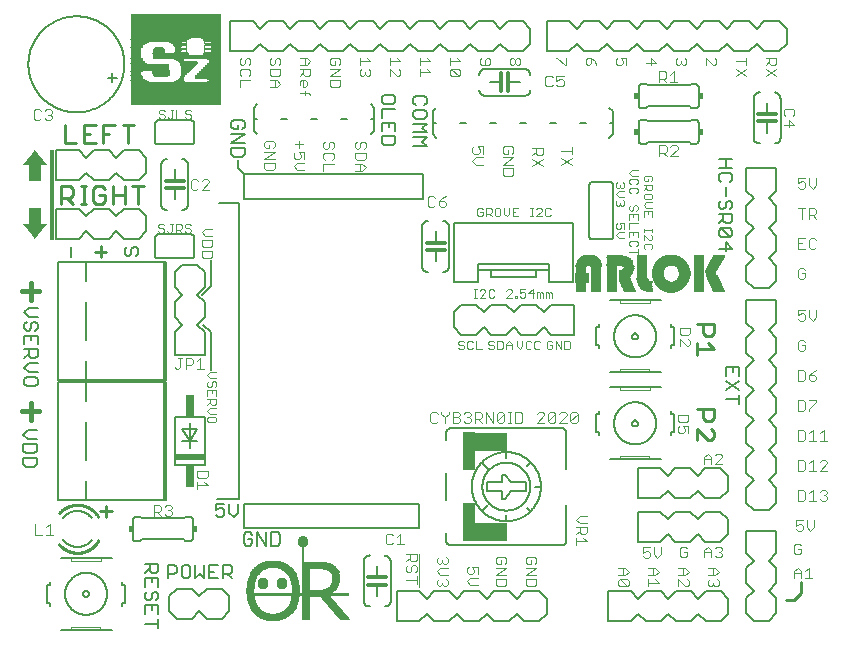
<source format=gbr>
G04 EAGLE Gerber RS-274X export*
G75*
%MOMM*%
%FSLAX34Y34*%
%LPD*%
%INSilkscreen Top*%
%IPPOS*%
%AMOC8*
5,1,8,0,0,1.08239X$1,22.5*%
G01*
%ADD10C,0.101600*%
%ADD11C,0.152400*%
%ADD12C,0.381000*%
%ADD13C,0.076200*%
%ADD14C,0.254000*%
%ADD15C,0.203200*%
%ADD16C,0.279400*%
%ADD17R,7.620000X0.006350*%
%ADD18R,1.568450X0.006350*%
%ADD19R,0.971550X0.006350*%
%ADD20R,1.193800X0.006350*%
%ADD21R,1.517650X0.006350*%
%ADD22R,0.901700X0.006350*%
%ADD23R,1.174750X0.006350*%
%ADD24R,1.492250X0.006350*%
%ADD25R,0.850900X0.006350*%
%ADD26R,1.155700X0.006350*%
%ADD27R,1.466850X0.006350*%
%ADD28R,0.819150X0.006350*%
%ADD29R,1.143000X0.006350*%
%ADD30R,1.447800X0.006350*%
%ADD31R,0.787400X0.006350*%
%ADD32R,1.136650X0.006350*%
%ADD33R,1.428750X0.006350*%
%ADD34R,0.762000X0.006350*%
%ADD35R,1.130300X0.006350*%
%ADD36R,1.409700X0.006350*%
%ADD37R,0.742950X0.006350*%
%ADD38R,1.117600X0.006350*%
%ADD39R,1.390650X0.006350*%
%ADD40R,0.717550X0.006350*%
%ADD41R,1.377950X0.006350*%
%ADD42R,0.698500X0.006350*%
%ADD43R,1.111250X0.006350*%
%ADD44R,1.365250X0.006350*%
%ADD45R,0.685800X0.006350*%
%ADD46R,1.104900X0.006350*%
%ADD47R,1.352550X0.006350*%
%ADD48R,0.666750X0.006350*%
%ADD49R,1.098550X0.006350*%
%ADD50R,1.339850X0.006350*%
%ADD51R,0.647700X0.006350*%
%ADD52R,1.327150X0.006350*%
%ADD53R,0.635000X0.006350*%
%ADD54R,1.092200X0.006350*%
%ADD55R,1.320800X0.006350*%
%ADD56R,0.622300X0.006350*%
%ADD57R,1.308100X0.006350*%
%ADD58R,0.609600X0.006350*%
%ADD59R,1.085850X0.006350*%
%ADD60R,1.295400X0.006350*%
%ADD61R,0.596900X0.006350*%
%ADD62R,1.289050X0.006350*%
%ADD63R,0.590550X0.006350*%
%ADD64R,1.079500X0.006350*%
%ADD65R,1.276350X0.006350*%
%ADD66R,0.577850X0.006350*%
%ADD67R,1.270000X0.006350*%
%ADD68R,0.565150X0.006350*%
%ADD69R,1.257300X0.006350*%
%ADD70R,0.552450X0.006350*%
%ADD71R,1.250950X0.006350*%
%ADD72R,0.546100X0.006350*%
%ADD73R,1.238250X0.006350*%
%ADD74R,0.533400X0.006350*%
%ADD75R,1.231900X0.006350*%
%ADD76R,0.527050X0.006350*%
%ADD77R,1.225550X0.006350*%
%ADD78R,0.520700X0.006350*%
%ADD79R,1.212850X0.006350*%
%ADD80R,0.514350X0.006350*%
%ADD81R,1.206500X0.006350*%
%ADD82R,0.501650X0.006350*%
%ADD83R,1.200150X0.006350*%
%ADD84R,0.495300X0.006350*%
%ADD85R,0.488950X0.006350*%
%ADD86R,1.187450X0.006350*%
%ADD87R,0.482600X0.006350*%
%ADD88R,0.476250X0.006350*%
%ADD89R,1.168400X0.006350*%
%ADD90R,0.469900X0.006350*%
%ADD91R,1.162050X0.006350*%
%ADD92R,0.457200X0.006350*%
%ADD93R,0.450850X0.006350*%
%ADD94R,1.149350X0.006350*%
%ADD95R,0.444500X0.006350*%
%ADD96R,0.438150X0.006350*%
%ADD97R,0.431800X0.006350*%
%ADD98R,0.419100X0.006350*%
%ADD99R,1.123950X0.006350*%
%ADD100R,0.412750X0.006350*%
%ADD101R,0.406400X0.006350*%
%ADD102R,0.400050X0.006350*%
%ADD103R,0.393700X0.006350*%
%ADD104R,0.387350X0.006350*%
%ADD105R,0.381000X0.006350*%
%ADD106R,0.374650X0.006350*%
%ADD107R,0.368300X0.006350*%
%ADD108R,1.073150X0.006350*%
%ADD109R,0.361950X0.006350*%
%ADD110R,2.159000X0.006350*%
%ADD111R,1.066800X0.006350*%
%ADD112R,0.355600X0.006350*%
%ADD113R,2.197100X0.006350*%
%ADD114R,1.060450X0.006350*%
%ADD115R,2.216150X0.006350*%
%ADD116R,1.054100X0.006350*%
%ADD117R,0.349250X0.006350*%
%ADD118R,2.228850X0.006350*%
%ADD119R,2.241550X0.006350*%
%ADD120R,1.047750X0.006350*%
%ADD121R,0.342900X0.006350*%
%ADD122R,2.254250X0.006350*%
%ADD123R,1.041400X0.006350*%
%ADD124R,0.336550X0.006350*%
%ADD125R,2.260600X0.006350*%
%ADD126R,1.035050X0.006350*%
%ADD127R,2.266950X0.006350*%
%ADD128R,0.330200X0.006350*%
%ADD129R,1.028700X0.006350*%
%ADD130R,0.323850X0.006350*%
%ADD131R,1.022350X0.006350*%
%ADD132R,0.317500X0.006350*%
%ADD133R,2.273300X0.006350*%
%ADD134R,1.016000X0.006350*%
%ADD135R,1.009650X0.006350*%
%ADD136R,0.311150X0.006350*%
%ADD137R,1.003300X0.006350*%
%ADD138R,0.304800X0.006350*%
%ADD139R,0.996950X0.006350*%
%ADD140R,0.990600X0.006350*%
%ADD141R,0.984250X0.006350*%
%ADD142R,0.298450X0.006350*%
%ADD143R,0.977900X0.006350*%
%ADD144R,2.247900X0.006350*%
%ADD145R,0.965200X0.006350*%
%ADD146R,0.292100X0.006350*%
%ADD147R,2.235200X0.006350*%
%ADD148R,0.958850X0.006350*%
%ADD149R,0.952500X0.006350*%
%ADD150R,2.222500X0.006350*%
%ADD151R,2.209800X0.006350*%
%ADD152R,0.946150X0.006350*%
%ADD153R,2.203450X0.006350*%
%ADD154R,0.939800X0.006350*%
%ADD155R,2.190750X0.006350*%
%ADD156R,2.184400X0.006350*%
%ADD157R,0.933450X0.006350*%
%ADD158R,1.181100X0.006350*%
%ADD159R,2.178050X0.006350*%
%ADD160R,2.171700X0.006350*%
%ADD161R,1.219200X0.006350*%
%ADD162R,2.165350X0.006350*%
%ADD163R,0.927100X0.006350*%
%ADD164R,1.244600X0.006350*%
%ADD165R,2.152650X0.006350*%
%ADD166R,2.146300X0.006350*%
%ADD167R,0.920750X0.006350*%
%ADD168R,2.139950X0.006350*%
%ADD169R,1.301750X0.006350*%
%ADD170R,2.133600X0.006350*%
%ADD171R,2.127250X0.006350*%
%ADD172R,0.914400X0.006350*%
%ADD173R,1.314450X0.006350*%
%ADD174R,2.120900X0.006350*%
%ADD175R,2.114550X0.006350*%
%ADD176R,2.108200X0.006350*%
%ADD177R,1.346200X0.006350*%
%ADD178R,2.101850X0.006350*%
%ADD179R,0.908050X0.006350*%
%ADD180R,2.095500X0.006350*%
%ADD181R,1.358900X0.006350*%
%ADD182R,2.089150X0.006350*%
%ADD183R,2.082800X0.006350*%
%ADD184R,1.371600X0.006350*%
%ADD185R,2.076450X0.006350*%
%ADD186R,1.384300X0.006350*%
%ADD187R,2.070100X0.006350*%
%ADD188R,2.063750X0.006350*%
%ADD189R,2.057400X0.006350*%
%ADD190R,2.051050X0.006350*%
%ADD191R,1.397000X0.006350*%
%ADD192R,2.044700X0.006350*%
%ADD193R,2.038350X0.006350*%
%ADD194R,1.403350X0.006350*%
%ADD195R,0.425450X0.006350*%
%ADD196R,2.025650X0.006350*%
%ADD197R,0.895350X0.006350*%
%ADD198R,2.019300X0.006350*%
%ADD199R,2.012950X0.006350*%
%ADD200R,1.416050X0.006350*%
%ADD201R,2.006600X0.006350*%
%ADD202R,1.422400X0.006350*%
%ADD203R,2.000250X0.006350*%
%ADD204R,1.993900X0.006350*%
%ADD205R,1.987550X0.006350*%
%ADD206R,0.463550X0.006350*%
%ADD207R,1.981200X0.006350*%
%ADD208R,1.974850X0.006350*%
%ADD209R,1.968500X0.006350*%
%ADD210R,1.962150X0.006350*%
%ADD211R,1.435100X0.006350*%
%ADD212R,1.955800X0.006350*%
%ADD213R,1.949450X0.006350*%
%ADD214R,1.943100X0.006350*%
%ADD215R,1.441450X0.006350*%
%ADD216R,1.936750X0.006350*%
%ADD217R,1.930400X0.006350*%
%ADD218R,1.924050X0.006350*%
%ADD219R,1.917700X0.006350*%
%ADD220R,0.539750X0.006350*%
%ADD221R,1.911350X0.006350*%
%ADD222R,1.905000X0.006350*%
%ADD223R,1.898650X0.006350*%
%ADD224R,1.454150X0.006350*%
%ADD225R,0.558800X0.006350*%
%ADD226R,1.892300X0.006350*%
%ADD227R,1.879600X0.006350*%
%ADD228R,0.571500X0.006350*%
%ADD229R,1.873250X0.006350*%
%ADD230R,1.460500X0.006350*%
%ADD231R,1.866900X0.006350*%
%ADD232R,0.584200X0.006350*%
%ADD233R,1.860550X0.006350*%
%ADD234R,1.854200X0.006350*%
%ADD235R,1.847850X0.006350*%
%ADD236R,0.603250X0.006350*%
%ADD237R,1.841500X0.006350*%
%ADD238R,1.835150X0.006350*%
%ADD239R,0.615950X0.006350*%
%ADD240R,1.828800X0.006350*%
%ADD241R,1.473200X0.006350*%
%ADD242R,1.822450X0.006350*%
%ADD243R,0.628650X0.006350*%
%ADD244R,1.816100X0.006350*%
%ADD245R,1.479550X0.006350*%
%ADD246R,1.809750X0.006350*%
%ADD247R,0.641350X0.006350*%
%ADD248R,1.803400X0.006350*%
%ADD249R,1.485900X0.006350*%
%ADD250R,1.797050X0.006350*%
%ADD251R,0.660400X0.006350*%
%ADD252R,1.790700X0.006350*%
%ADD253R,1.784350X0.006350*%
%ADD254R,1.498600X0.006350*%
%ADD255R,0.673100X0.006350*%
%ADD256R,1.778000X0.006350*%
%ADD257R,1.504950X0.006350*%
%ADD258R,0.679450X0.006350*%
%ADD259R,1.771650X0.006350*%
%ADD260R,1.511300X0.006350*%
%ADD261R,1.765300X0.006350*%
%ADD262R,0.692150X0.006350*%
%ADD263R,1.758950X0.006350*%
%ADD264R,1.524000X0.006350*%
%ADD265R,1.752600X0.006350*%
%ADD266R,1.530350X0.006350*%
%ADD267R,0.704850X0.006350*%
%ADD268R,1.746250X0.006350*%
%ADD269R,1.536700X0.006350*%
%ADD270R,0.711200X0.006350*%
%ADD271R,1.733550X0.006350*%
%ADD272R,1.549400X0.006350*%
%ADD273R,1.727200X0.006350*%
%ADD274R,1.562100X0.006350*%
%ADD275R,0.723900X0.006350*%
%ADD276R,1.720850X0.006350*%
%ADD277R,1.574800X0.006350*%
%ADD278R,0.730250X0.006350*%
%ADD279R,1.714500X0.006350*%
%ADD280R,1.593850X0.006350*%
%ADD281R,0.736600X0.006350*%
%ADD282R,1.708150X0.006350*%
%ADD283R,1.612900X0.006350*%
%ADD284R,1.701800X0.006350*%
%ADD285R,3.295650X0.006350*%
%ADD286R,0.749300X0.006350*%
%ADD287R,1.695450X0.006350*%
%ADD288R,0.755650X0.006350*%
%ADD289R,1.689100X0.006350*%
%ADD290R,1.682750X0.006350*%
%ADD291R,0.768350X0.006350*%
%ADD292R,1.676400X0.006350*%
%ADD293R,0.774700X0.006350*%
%ADD294R,1.670050X0.006350*%
%ADD295R,0.781050X0.006350*%
%ADD296R,1.663700X0.006350*%
%ADD297R,1.657350X0.006350*%
%ADD298R,0.800100X0.006350*%
%ADD299R,1.651000X0.006350*%
%ADD300R,0.806450X0.006350*%
%ADD301R,1.644650X0.006350*%
%ADD302R,0.812800X0.006350*%
%ADD303R,1.638300X0.006350*%
%ADD304R,1.631950X0.006350*%
%ADD305R,0.825500X0.006350*%
%ADD306R,1.625600X0.006350*%
%ADD307R,0.831850X0.006350*%
%ADD308R,1.619250X0.006350*%
%ADD309R,0.838200X0.006350*%
%ADD310R,0.844550X0.006350*%
%ADD311R,1.606550X0.006350*%
%ADD312R,0.857250X0.006350*%
%ADD313R,1.587500X0.006350*%
%ADD314R,0.863600X0.006350*%
%ADD315R,1.581150X0.006350*%
%ADD316R,0.869950X0.006350*%
%ADD317R,0.876300X0.006350*%
%ADD318R,0.882650X0.006350*%
%ADD319R,0.889000X0.006350*%
%ADD320R,1.555750X0.006350*%
%ADD321R,1.543050X0.006350*%
%ADD322R,3.289300X0.006350*%
%ADD323R,3.282950X0.006350*%
%ADD324R,3.276600X0.006350*%
%ADD325R,3.270250X0.006350*%
%ADD326R,1.333500X0.006350*%
%ADD327R,3.263900X0.006350*%
%ADD328R,3.257550X0.006350*%
%ADD329R,3.251200X0.006350*%
%ADD330R,3.244850X0.006350*%
%ADD331R,1.282700X0.006350*%
%ADD332R,3.238500X0.006350*%
%ADD333R,3.232150X0.006350*%
%ADD334R,3.225800X0.006350*%
%ADD335R,1.263650X0.006350*%
%ADD336R,3.219450X0.006350*%
%ADD337R,3.213100X0.006350*%
%ADD338R,3.206750X0.006350*%
%ADD339R,3.194050X0.006350*%
%ADD340R,3.187700X0.006350*%
%ADD341R,3.175000X0.006350*%
%ADD342R,3.162300X0.006350*%
%ADD343R,3.149600X0.006350*%
%ADD344R,3.130550X0.006350*%
%ADD345R,3.105150X0.006350*%
%ADD346R,0.508000X0.006350*%
%ADD347R,0.654050X0.006350*%
%ADD348R,2.432050X0.006350*%
%ADD349R,2.463800X0.006350*%
%ADD350R,2.489200X0.006350*%
%ADD351R,2.508250X0.006350*%
%ADD352R,2.533650X0.006350*%
%ADD353R,2.546350X0.006350*%
%ADD354R,2.571750X0.006350*%
%ADD355R,2.597150X0.006350*%
%ADD356R,5.676900X0.006350*%
%ADD357R,5.683250X0.006350*%
%ADD358R,5.689600X0.006350*%
%ADD359R,5.695950X0.006350*%
%ADD360R,5.702300X0.006350*%
%ADD361R,5.708650X0.006350*%
%ADD362R,5.715000X0.006350*%
%ADD363R,5.721350X0.006350*%
%ADD364R,5.727700X0.006350*%
%ADD365R,5.734050X0.006350*%
%ADD366R,5.740400X0.006350*%
%ADD367R,5.746750X0.006350*%
%ADD368R,5.753100X0.006350*%
%ADD369R,5.759450X0.006350*%
%ADD370R,3.200400X0.006350*%
%ADD371R,3.181350X0.006350*%
%ADD372R,3.143250X0.006350*%
%ADD373R,3.117850X0.006350*%
%ADD374R,3.092450X0.006350*%
%ADD375R,3.079750X0.006350*%
%ADD376R,3.073400X0.006350*%
%ADD377R,3.060700X0.006350*%
%ADD378R,3.054350X0.006350*%
%ADD379R,3.048000X0.006350*%
%ADD380R,3.035300X0.006350*%
%ADD381R,3.028950X0.006350*%
%ADD382R,3.022600X0.006350*%
%ADD383R,3.016250X0.006350*%
%ADD384R,3.009900X0.006350*%
%ADD385R,3.003550X0.006350*%
%ADD386R,2.997200X0.006350*%
%ADD387R,2.990850X0.006350*%
%ADD388R,2.984500X0.006350*%
%ADD389R,2.978150X0.006350*%
%ADD390R,2.971800X0.006350*%
%ADD391R,2.965450X0.006350*%
%ADD392R,2.959100X0.006350*%
%ADD393R,2.952750X0.006350*%
%ADD394R,2.946400X0.006350*%
%ADD395R,2.940050X0.006350*%
%ADD396R,0.063500X0.006350*%
%ADD397R,0.057150X0.006350*%
%ADD398R,0.050800X0.006350*%
%ADD399R,0.044450X0.006350*%
%ADD400R,0.038100X0.006350*%
%ADD401R,0.031750X0.006350*%
%ADD402R,0.793750X0.006350*%
%ADD403R,4.267200X0.006350*%
%ADD404R,4.762500X0.006350*%
%ADD405R,4.768850X0.006350*%
%ADD406R,4.775200X0.006350*%
%ADD407R,4.781550X0.006350*%
%ADD408R,4.787900X0.006350*%
%ADD409R,4.794250X0.006350*%
%ADD410R,4.800600X0.006350*%
%ADD411R,4.806950X0.006350*%
%ADD412R,4.813300X0.006350*%
%ADD413R,4.819650X0.006350*%
%ADD414R,4.826000X0.006350*%
%ADD415R,4.832350X0.006350*%
%ADD416R,4.838700X0.006350*%
%ADD417R,4.845050X0.006350*%
%ADD418R,4.851400X0.006350*%
%ADD419R,4.857750X0.006350*%
%ADD420R,4.864100X0.006350*%
%ADD421R,4.870450X0.006350*%
%ADD422R,4.876800X0.006350*%
%ADD423R,4.883150X0.006350*%
%ADD424R,4.889500X0.006350*%
%ADD425R,4.895850X0.006350*%
%ADD426R,4.908550X0.006350*%
%ADD427R,4.914900X0.006350*%
%ADD428R,4.921250X0.006350*%
%ADD429R,4.933950X0.006350*%
%ADD430R,4.940300X0.006350*%
%ADD431R,4.953000X0.006350*%
%ADD432R,4.965700X0.006350*%
%ADD433R,4.978400X0.006350*%
%ADD434R,4.991100X0.006350*%
%ADD435R,5.003800X0.006350*%
%ADD436R,5.022850X0.006350*%
%ADD437R,5.035550X0.006350*%
%ADD438R,5.060950X0.006350*%
%ADD439R,5.086350X0.006350*%
%ADD440R,5.130800X0.006350*%
%ADD441R,0.939800X0.025400*%
%ADD442R,1.955800X0.025400*%
%ADD443R,1.905000X0.025400*%
%ADD444R,1.854200X0.025400*%
%ADD445R,1.828800X0.025400*%
%ADD446R,1.803400X0.025400*%
%ADD447R,1.752600X0.025400*%
%ADD448R,1.701800X0.025400*%
%ADD449R,1.651000X0.025400*%
%ADD450R,1.625600X0.025400*%
%ADD451R,1.600200X0.025400*%
%ADD452R,1.549400X0.025400*%
%ADD453R,1.498600X0.025400*%
%ADD454R,1.447800X0.025400*%
%ADD455R,1.397000X0.025400*%
%ADD456R,1.346200X0.025400*%
%ADD457R,1.295400X0.025400*%
%ADD458R,1.244600X0.025400*%
%ADD459R,1.193800X0.025400*%
%ADD460R,1.143000X0.025400*%
%ADD461R,1.092200X0.025400*%
%ADD462R,1.041400X0.025400*%
%ADD463R,0.990600X0.025400*%
%ADD464R,0.889000X0.025400*%
%ADD465R,0.838200X0.025400*%
%ADD466R,0.787400X0.025400*%
%ADD467R,0.762000X0.025400*%
%ADD468R,0.736600X0.025400*%
%ADD469R,0.685800X0.025400*%
%ADD470R,0.635000X0.025400*%
%ADD471R,0.584200X0.025400*%
%ADD472R,0.533400X0.025400*%
%ADD473R,0.482600X0.025400*%
%ADD474R,0.431800X0.025400*%
%ADD475R,0.381000X0.025400*%
%ADD476R,0.330200X0.025400*%
%ADD477R,0.279400X0.025400*%
%ADD478R,0.228600X0.025400*%
%ADD479R,0.177800X0.025400*%
%ADD480R,0.127000X0.025400*%
%ADD481R,0.076200X0.025400*%
%ADD482R,0.025400X0.025400*%
%ADD483R,0.304800X7.594600*%
%ADD484R,0.502919X0.022863*%
%ADD485R,0.754381X0.022856*%
%ADD486R,0.914400X0.022856*%
%ADD487R,0.891538X0.022856*%
%ADD488R,0.960119X0.022856*%
%ADD489R,0.434338X0.022856*%
%ADD490R,1.074419X0.022856*%
%ADD491R,1.005837X0.022856*%
%ADD492R,0.937262X0.022856*%
%ADD493R,0.548638X0.022856*%
%ADD494R,1.188719X0.022856*%
%ADD495R,1.028700X0.022856*%
%ADD496R,0.891538X0.022863*%
%ADD497R,0.960119X0.022863*%
%ADD498R,0.640075X0.022863*%
%ADD499R,1.303019X0.022863*%
%ADD500R,0.914400X0.022863*%
%ADD501R,1.005837X0.022863*%
%ADD502R,0.937256X0.022856*%
%ADD503R,0.708656X0.022856*%
%ADD504R,1.394456X0.022856*%
%ADD505R,0.754375X0.022856*%
%ADD506R,1.485900X0.022856*%
%ADD507R,0.800100X0.022856*%
%ADD508R,1.577338X0.022856*%
%ADD509R,0.845819X0.022856*%
%ADD510R,1.645919X0.022856*%
%ADD511R,0.868675X0.022863*%
%ADD512R,1.737356X0.022863*%
%ADD513R,1.805938X0.022856*%
%ADD514R,1.851656X0.022856*%
%ADD515R,1.920238X0.022856*%
%ADD516R,0.982981X0.022856*%
%ADD517R,0.982975X0.022856*%
%ADD518R,1.988819X0.022856*%
%ADD519R,2.034537X0.022863*%
%ADD520R,0.982981X0.022863*%
%ADD521R,2.080256X0.022856*%
%ADD522R,1.051556X0.022856*%
%ADD523R,2.148837X0.022856*%
%ADD524R,2.194556X0.022856*%
%ADD525R,1.097275X0.022856*%
%ADD526R,2.240281X0.022856*%
%ADD527R,0.982975X0.022863*%
%ADD528R,1.097275X0.022863*%
%ADD529R,2.286000X0.022863*%
%ADD530R,1.120138X0.022856*%
%ADD531R,2.331719X0.022856*%
%ADD532R,1.143000X0.022856*%
%ADD533R,2.377438X0.022856*%
%ADD534R,2.423156X0.022856*%
%ADD535R,1.165856X0.022856*%
%ADD536R,2.446019X0.022856*%
%ADD537R,1.165856X0.022863*%
%ADD538R,2.491738X0.022863*%
%ADD539R,2.537456X0.022856*%
%ADD540R,2.560319X0.022856*%
%ADD541R,1.211575X0.022856*%
%ADD542R,2.606038X0.022856*%
%ADD543R,2.628900X0.022856*%
%ADD544R,1.211575X0.022863*%
%ADD545R,2.674619X0.022863*%
%ADD546R,1.234438X0.022856*%
%ADD547R,2.697481X0.022856*%
%ADD548R,2.720338X0.022856*%
%ADD549R,2.766056X0.022856*%
%ADD550R,1.257300X0.022856*%
%ADD551R,2.788919X0.022856*%
%ADD552R,1.143000X0.022863*%
%ADD553R,1.257300X0.022863*%
%ADD554R,2.811781X0.022863*%
%ADD555R,2.834637X0.022856*%
%ADD556R,2.857500X0.022856*%
%ADD557R,1.280156X0.022856*%
%ADD558R,2.880356X0.022856*%
%ADD559R,1.325875X0.022856*%
%ADD560R,1.325881X0.022856*%
%ADD561R,1.280156X0.022863*%
%ADD562R,1.234438X0.022863*%
%ADD563R,1.097281X0.022863*%
%ADD564R,1.051562X0.022856*%
%ADD565R,0.937256X0.022863*%
%ADD566R,1.028700X0.022863*%
%ADD567R,0.868675X0.022856*%
%ADD568R,0.937262X0.022863*%
%ADD569R,1.051556X0.022863*%
%ADD570R,1.188719X0.022863*%
%ADD571R,1.074419X0.022863*%
%ADD572R,1.097281X0.022856*%
%ADD573R,1.120138X0.022863*%
%ADD574R,1.303019X0.022856*%
%ADD575R,2.194562X0.022863*%
%ADD576R,2.880356X0.022863*%
%ADD577R,2.171700X0.022856*%
%ADD578R,2.286000X0.022856*%
%ADD579R,2.263138X0.022856*%
%ADD580R,2.125975X0.022863*%
%ADD581R,2.263138X0.022863*%
%ADD582R,2.766056X0.022863*%
%ADD583R,2.125975X0.022856*%
%ADD584R,2.743200X0.022856*%
%ADD585R,2.240275X0.022856*%
%ADD586R,2.103119X0.022856*%
%ADD587R,2.674619X0.022856*%
%ADD588R,2.651756X0.022856*%
%ADD589R,2.080256X0.022863*%
%ADD590R,2.217419X0.022863*%
%ADD591R,2.606038X0.022863*%
%ADD592R,2.057400X0.022856*%
%ADD593R,2.217419X0.022856*%
%ADD594R,2.034537X0.022856*%
%ADD595R,2.514600X0.022856*%
%ADD596R,2.011681X0.022856*%
%ADD597R,2.468881X0.022856*%
%ADD598R,1.988819X0.022863*%
%ADD599R,2.148837X0.022863*%
%ADD600R,2.423156X0.022863*%
%ADD601R,1.965956X0.022856*%
%ADD602R,1.943100X0.022856*%
%ADD603R,1.874519X0.022856*%
%ADD604R,1.874519X0.022863*%
%ADD605R,2.194556X0.022863*%
%ADD606R,1.828800X0.022856*%
%ADD607R,1.760219X0.022856*%
%ADD608R,2.011675X0.022856*%
%ADD609R,1.714500X0.022856*%
%ADD610R,1.714500X0.022863*%
%ADD611R,1.965956X0.022863*%
%ADD612R,1.943100X0.022863*%
%ADD613R,1.668781X0.022856*%
%ADD614R,1.600200X0.022856*%
%ADD615R,1.897375X0.022856*%
%ADD616R,1.554475X0.022856*%
%ADD617R,1.508756X0.022856*%
%ADD618R,1.463037X0.022863*%
%ADD619R,1.783075X0.022863*%
%ADD620R,1.600200X0.022863*%
%ADD621R,1.371600X0.022856*%
%ADD622R,1.737356X0.022856*%
%ADD623R,1.531619X0.022856*%
%ADD624R,1.691638X0.022856*%
%ADD625R,1.440181X0.022856*%
%ADD626R,1.623056X0.022856*%
%ADD627R,1.211581X0.022856*%
%ADD628R,1.417319X0.022863*%
%ADD629R,0.571500X0.022856*%
%ADD630R,0.536450X0.016762*%
%ADD631R,0.821438X0.016762*%
%ADD632R,1.022600X0.016762*%
%ADD633R,1.190244X0.016762*%
%ADD634R,1.324356X0.016762*%
%ADD635R,1.458469X0.016762*%
%ADD636R,1.559050X0.016762*%
%ADD637R,0.653794X0.016762*%
%ADD638R,0.854963X0.016762*%
%ADD639R,1.659638X0.016762*%
%ADD640R,1.760219X0.016762*%
%ADD641R,1.844037X0.016762*%
%ADD642R,0.838200X0.016762*%
%ADD643R,1.927856X0.016762*%
%ADD644R,1.994913X0.016762*%
%ADD645R,2.078737X0.016762*%
%ADD646R,2.145794X0.016762*%
%ADD647R,2.212850X0.016762*%
%ADD648R,2.279906X0.016762*%
%ADD649R,2.330194X0.016762*%
%ADD650R,2.397250X0.016762*%
%ADD651R,2.447544X0.016762*%
%ADD652R,2.514600X0.016762*%
%ADD653R,2.548125X0.016762*%
%ADD654R,2.615181X0.016762*%
%ADD655R,2.648713X0.016762*%
%ADD656R,2.699000X0.016762*%
%ADD657R,2.749294X0.016762*%
%ADD658R,2.782825X0.016762*%
%ADD659R,2.833112X0.016762*%
%ADD660R,2.883406X0.016762*%
%ADD661R,2.916937X0.016762*%
%ADD662R,2.950462X0.016762*%
%ADD663R,2.983994X0.016762*%
%ADD664R,3.017519X0.016762*%
%ADD665R,3.067813X0.016762*%
%ADD666R,1.424937X0.016762*%
%ADD667R,1.290825X0.016762*%
%ADD668R,1.223769X0.016762*%
%ADD669R,1.207006X0.016762*%
%ADD670R,1.173475X0.016762*%
%ADD671R,1.156713X0.016762*%
%ADD672R,1.123188X0.016762*%
%ADD673R,1.072894X0.016762*%
%ADD674R,1.089656X0.016762*%
%ADD675R,1.039369X0.016762*%
%ADD676R,1.022606X0.016762*%
%ADD677R,1.005837X0.016762*%
%ADD678R,0.989075X0.016762*%
%ADD679R,0.972306X0.016762*%
%ADD680R,0.972313X0.016762*%
%ADD681R,0.955544X0.016762*%
%ADD682R,0.955550X0.016762*%
%ADD683R,0.922019X0.016762*%
%ADD684R,0.938781X0.016762*%
%ADD685R,0.905256X0.016762*%
%ADD686R,0.905250X0.016762*%
%ADD687R,0.888494X0.016762*%
%ADD688R,0.888488X0.016762*%
%ADD689R,0.871725X0.016762*%
%ADD690R,0.821431X0.016762*%
%ADD691R,0.804669X0.016762*%
%ADD692R,0.787906X0.016762*%
%ADD693R,0.771144X0.016762*%
%ADD694R,0.754381X0.016762*%
%ADD695R,0.754375X0.016762*%
%ADD696R,0.737619X0.016762*%
%ADD697R,0.737613X0.016762*%
%ADD698R,0.720850X0.016762*%
%ADD699R,0.704088X0.016762*%
%ADD700R,0.687325X0.016762*%
%ADD701R,0.687319X0.016762*%
%ADD702R,0.670556X0.016762*%
%ADD703R,2.363725X0.016762*%
%ADD704R,2.346956X0.016762*%
%ADD705R,2.313431X0.016762*%
%ADD706R,2.296669X0.016762*%
%ADD707R,2.279900X0.016762*%
%ADD708R,8.633456X0.016762*%
%ADD709R,8.650219X0.016762*%
%ADD710R,8.666988X0.016762*%
%ADD711R,2.481069X0.016762*%
%ADD712R,2.531363X0.016762*%
%ADD713R,2.564888X0.016762*%
%ADD714R,2.581656X0.016762*%
%ADD715R,2.598419X0.016762*%
%ADD716R,2.631944X0.016762*%
%ADD717R,2.665475X0.016762*%
%ADD718R,2.715769X0.016762*%
%ADD719R,2.732531X0.016762*%
%ADD720R,2.766056X0.016762*%
%ADD721R,1.307594X0.016762*%
%ADD722R,1.139950X0.016762*%
%ADD723R,1.056131X0.016762*%
%ADD724R,0.167637X0.016762*%
%ADD725R,0.301750X0.016762*%
%ADD726R,0.385569X0.016762*%
%ADD727R,0.435863X0.016762*%
%ADD728R,0.502919X0.016762*%
%ADD729R,0.486156X0.016762*%
%ADD730R,0.536444X0.016762*%
%ADD731R,0.586738X0.016762*%
%ADD732R,0.620269X0.016762*%
%ADD733R,0.804675X0.016762*%
%ADD734R,0.670563X0.016762*%
%ADD735R,0.637031X0.016762*%
%ADD736R,0.553212X0.016762*%
%ADD737R,0.452625X0.016762*%
%ADD738R,0.402331X0.016762*%
%ADD739R,0.318513X0.016762*%
%ADD740R,0.201163X0.016762*%
%ADD741R,0.201169X0.016762*%
%ADD742R,1.391413X0.016762*%
%ADD743R,1.106419X0.016762*%
%ADD744R,2.933700X0.016762*%
%ADD745R,2.916931X0.016762*%
%ADD746R,2.900169X0.016762*%
%ADD747R,3.084575X0.016762*%
%ADD748R,2.866644X0.016762*%
%ADD749R,3.034281X0.016762*%
%ADD750R,2.849881X0.016762*%
%ADD751R,2.816350X0.016762*%
%ADD752R,2.799588X0.016762*%
%ADD753R,2.682238X0.016762*%
%ADD754R,2.380488X0.016762*%
%ADD755R,2.430781X0.016762*%
%ADD756R,2.061969X0.016762*%
%ADD757R,2.246375X0.016762*%
%ADD758R,1.911094X0.016762*%
%ADD759R,2.196081X0.016762*%
%ADD760R,1.827275X0.016762*%
%ADD761R,2.112262X0.016762*%
%ADD762R,1.743456X0.016762*%
%ADD763R,2.028444X0.016762*%
%ADD764R,1.642869X0.016762*%
%ADD765R,1.542288X0.016762*%
%ADD766R,0.134112X0.016762*%
%ADD767R,1.173481X0.016762*%
%ADD768R,0.150875X0.016762*%
%ADD769R,0.284988X0.016762*%
%ADD770R,0.352044X0.016762*%
%ADD771R,0.419100X0.016762*%
%ADD772R,0.519681X0.016762*%
%ADD773R,0.603500X0.016762*%
%ADD774R,0.469388X0.016762*%
%ADD775R,0.251456X0.016762*%
%ADD776C,0.050800*%
%ADD777C,0.304800*%
%ADD778R,2.540000X0.508000*%
%ADD779R,0.762000X1.905000*%
%ADD780R,0.381000X0.508000*%
%ADD781R,1.016000X3.175000*%
%ADD782R,2.667000X1.524000*%
%ADD783C,0.127000*%


D10*
X340436Y69951D02*
X340436Y41885D01*
X338412Y69443D02*
X329260Y69443D01*
X338412Y69443D02*
X338412Y64867D01*
X336887Y63342D01*
X333836Y63342D01*
X332311Y64867D01*
X332311Y69443D01*
X332311Y66392D02*
X329260Y63342D01*
X338412Y55512D02*
X336887Y53987D01*
X338412Y55512D02*
X338412Y58563D01*
X336887Y60088D01*
X335361Y60088D01*
X333836Y58563D01*
X333836Y55512D01*
X332311Y53987D01*
X330785Y53987D01*
X329260Y55512D01*
X329260Y58563D01*
X330785Y60088D01*
X329260Y47682D02*
X338412Y47682D01*
X338412Y50733D02*
X338412Y44631D01*
X362999Y67259D02*
X364524Y65734D01*
X364524Y62683D01*
X362999Y61158D01*
X361473Y61158D01*
X359948Y62683D01*
X359948Y64208D01*
X359948Y62683D02*
X358423Y61158D01*
X356897Y61158D01*
X355372Y62683D01*
X355372Y65734D01*
X356897Y67259D01*
X358423Y57904D02*
X364524Y57904D01*
X358423Y57904D02*
X355372Y54853D01*
X358423Y51803D01*
X364524Y51803D01*
X362999Y48549D02*
X364524Y47023D01*
X364524Y43973D01*
X362999Y42447D01*
X361473Y42447D01*
X359948Y43973D01*
X359948Y45498D01*
X359948Y43973D02*
X358423Y42447D01*
X356897Y42447D01*
X355372Y43973D01*
X355372Y47023D01*
X356897Y48549D01*
X389924Y52903D02*
X389924Y59004D01*
X385348Y59004D01*
X386873Y55953D01*
X386873Y54428D01*
X385348Y52903D01*
X382297Y52903D01*
X380772Y54428D01*
X380772Y57479D01*
X382297Y59004D01*
X383823Y49649D02*
X389924Y49649D01*
X383823Y49649D02*
X380772Y46598D01*
X383823Y43548D01*
X389924Y43548D01*
X438208Y61235D02*
X439733Y62760D01*
X439733Y65811D01*
X438208Y67336D01*
X432106Y67336D01*
X430581Y65811D01*
X430581Y62760D01*
X432106Y61235D01*
X435157Y61235D01*
X435157Y64285D01*
X430581Y57981D02*
X439733Y57981D01*
X430581Y51880D01*
X439733Y51880D01*
X439733Y48626D02*
X430581Y48626D01*
X430581Y44050D01*
X432106Y42524D01*
X438208Y42524D01*
X439733Y44050D01*
X439733Y48626D01*
X245369Y489712D02*
X239268Y489712D01*
X245369Y489712D02*
X248420Y486661D01*
X245369Y483611D01*
X239268Y483611D01*
X243844Y483611D02*
X243844Y489712D01*
X239268Y480357D02*
X248420Y480357D01*
X248420Y475781D01*
X246895Y474256D01*
X243844Y474256D01*
X242319Y475781D01*
X242319Y480357D01*
X242319Y477306D02*
X239268Y474256D01*
X239268Y469476D02*
X239268Y466426D01*
X239268Y469476D02*
X240793Y471002D01*
X243844Y471002D01*
X245369Y469476D01*
X245369Y466426D01*
X243844Y464900D01*
X242319Y464900D01*
X242319Y471002D01*
X239268Y460121D02*
X246895Y460121D01*
X248420Y458596D01*
X243844Y458596D02*
X243844Y461646D01*
X272295Y483611D02*
X273820Y485136D01*
X273820Y488187D01*
X272295Y489712D01*
X266193Y489712D01*
X264668Y488187D01*
X264668Y485136D01*
X266193Y483611D01*
X269244Y483611D01*
X269244Y486661D01*
X264668Y480357D02*
X273820Y480357D01*
X264668Y474256D01*
X273820Y474256D01*
X273820Y471002D02*
X264668Y471002D01*
X264668Y466426D01*
X266193Y464900D01*
X272295Y464900D01*
X273820Y466426D01*
X273820Y471002D01*
X296169Y489712D02*
X299220Y486661D01*
X290068Y486661D01*
X290068Y483611D02*
X290068Y489712D01*
X297695Y480357D02*
X299220Y478832D01*
X299220Y475781D01*
X297695Y474256D01*
X296169Y474256D01*
X294644Y475781D01*
X294644Y477306D01*
X294644Y475781D02*
X293119Y474256D01*
X291593Y474256D01*
X290068Y475781D01*
X290068Y478832D01*
X291593Y480357D01*
X321569Y489712D02*
X324620Y486661D01*
X315468Y486661D01*
X315468Y483611D02*
X315468Y489712D01*
X315468Y480357D02*
X315468Y474256D01*
X315468Y480357D02*
X321569Y474256D01*
X323095Y474256D01*
X324620Y475781D01*
X324620Y478832D01*
X323095Y480357D01*
X346969Y489712D02*
X350020Y486661D01*
X340868Y486661D01*
X340868Y483611D02*
X340868Y489712D01*
X346969Y480357D02*
X350020Y477306D01*
X340868Y477306D01*
X340868Y474256D02*
X340868Y480357D01*
X372369Y489712D02*
X375420Y486661D01*
X366268Y486661D01*
X366268Y483611D02*
X366268Y489712D01*
X367793Y480357D02*
X373895Y480357D01*
X375420Y478832D01*
X375420Y475781D01*
X373895Y474256D01*
X367793Y474256D01*
X366268Y475781D01*
X366268Y478832D01*
X367793Y480357D01*
X373895Y474256D01*
X391668Y488187D02*
X393193Y489712D01*
X391668Y488187D02*
X391668Y485136D01*
X393193Y483611D01*
X399295Y483611D01*
X400820Y485136D01*
X400820Y488187D01*
X399295Y489712D01*
X397769Y489712D01*
X396244Y488187D01*
X396244Y483611D01*
X424695Y489712D02*
X426220Y488187D01*
X426220Y485136D01*
X424695Y483611D01*
X423169Y483611D01*
X421644Y485136D01*
X420119Y483611D01*
X418593Y483611D01*
X417068Y485136D01*
X417068Y488187D01*
X418593Y489712D01*
X420119Y489712D01*
X421644Y488187D01*
X423169Y489712D01*
X424695Y489712D01*
X421644Y488187D02*
X421644Y485136D01*
X465082Y483611D02*
X465082Y489712D01*
X465082Y483611D02*
X463557Y483611D01*
X457455Y489712D01*
X455930Y489712D01*
X488957Y486661D02*
X490482Y483611D01*
X488957Y486661D02*
X485906Y489712D01*
X482855Y489712D01*
X481330Y488187D01*
X481330Y485136D01*
X482855Y483611D01*
X484381Y483611D01*
X485906Y485136D01*
X485906Y489712D01*
X515882Y489712D02*
X515882Y483611D01*
X515882Y489712D02*
X511306Y489712D01*
X512831Y486661D01*
X512831Y485136D01*
X511306Y483611D01*
X508255Y483611D01*
X506730Y485136D01*
X506730Y488187D01*
X508255Y489712D01*
X532130Y485136D02*
X541282Y485136D01*
X536706Y489712D01*
X536706Y483611D01*
X565157Y489712D02*
X566682Y488187D01*
X566682Y485136D01*
X565157Y483611D01*
X563631Y483611D01*
X562106Y485136D01*
X562106Y486661D01*
X562106Y485136D02*
X560581Y483611D01*
X559055Y483611D01*
X557530Y485136D01*
X557530Y488187D01*
X559055Y489712D01*
X582930Y489712D02*
X582930Y483611D01*
X582930Y489712D02*
X589031Y483611D01*
X590557Y483611D01*
X592082Y485136D01*
X592082Y488187D01*
X590557Y489712D01*
X608330Y486661D02*
X617482Y486661D01*
X617482Y483611D02*
X617482Y489712D01*
X617482Y480357D02*
X608330Y474256D01*
X608330Y480357D02*
X617482Y474256D01*
X633730Y489966D02*
X642882Y489966D01*
X642882Y485390D01*
X641357Y483865D01*
X638306Y483865D01*
X636781Y485390D01*
X636781Y489966D01*
X636781Y486915D02*
X633730Y483865D01*
X633730Y474510D02*
X642882Y480611D01*
X642882Y474510D02*
X633730Y480611D01*
D11*
X17387Y277888D02*
X9930Y277888D01*
X6202Y274160D01*
X9930Y270431D01*
X17387Y270431D01*
X17387Y260601D02*
X15523Y258737D01*
X17387Y260601D02*
X17387Y264330D01*
X15523Y266194D01*
X13659Y266194D01*
X11794Y264330D01*
X11794Y260601D01*
X9930Y258737D01*
X8066Y258737D01*
X6202Y260601D01*
X6202Y264330D01*
X8066Y266194D01*
X17387Y254500D02*
X17387Y247043D01*
X17387Y254500D02*
X6202Y254500D01*
X6202Y247043D01*
X11794Y250772D02*
X11794Y254500D01*
X6202Y242806D02*
X17387Y242806D01*
X17387Y237214D01*
X15523Y235349D01*
X11794Y235349D01*
X9930Y237214D01*
X9930Y242806D01*
X9930Y239078D02*
X6202Y235349D01*
X9930Y231112D02*
X17387Y231112D01*
X9930Y231112D02*
X6202Y227384D01*
X9930Y223655D01*
X17387Y223655D01*
X17387Y217554D02*
X17387Y213826D01*
X17387Y217554D02*
X15523Y219418D01*
X8066Y219418D01*
X6202Y217554D01*
X6202Y213826D01*
X8066Y211961D01*
X15523Y211961D01*
X17387Y213826D01*
X16625Y174420D02*
X9168Y174420D01*
X5440Y170691D01*
X9168Y166963D01*
X16625Y166963D01*
X16625Y162726D02*
X5440Y162726D01*
X5440Y157133D01*
X7304Y155269D01*
X14761Y155269D01*
X16625Y157133D01*
X16625Y162726D01*
X16625Y151032D02*
X5440Y151032D01*
X5440Y145439D01*
X7304Y143575D01*
X14761Y143575D01*
X16625Y145439D01*
X16625Y151032D01*
D10*
X221495Y483611D02*
X223020Y485136D01*
X223020Y488187D01*
X221495Y489712D01*
X219969Y489712D01*
X218444Y488187D01*
X218444Y485136D01*
X216919Y483611D01*
X215393Y483611D01*
X213868Y485136D01*
X213868Y488187D01*
X215393Y489712D01*
X213868Y480357D02*
X223020Y480357D01*
X213868Y480357D02*
X213868Y475781D01*
X215393Y474256D01*
X221495Y474256D01*
X223020Y475781D01*
X223020Y480357D01*
X219969Y471002D02*
X213868Y471002D01*
X219969Y471002D02*
X223020Y467951D01*
X219969Y464900D01*
X213868Y464900D01*
X218444Y464900D02*
X218444Y471002D01*
X197620Y485136D02*
X196095Y483611D01*
X197620Y485136D02*
X197620Y488187D01*
X196095Y489712D01*
X194569Y489712D01*
X193044Y488187D01*
X193044Y485136D01*
X191519Y483611D01*
X189993Y483611D01*
X188468Y485136D01*
X188468Y488187D01*
X189993Y489712D01*
X197620Y475781D02*
X196095Y474256D01*
X197620Y475781D02*
X197620Y478832D01*
X196095Y480357D01*
X189993Y480357D01*
X188468Y478832D01*
X188468Y475781D01*
X189993Y474256D01*
X188468Y471002D02*
X197620Y471002D01*
X188468Y471002D02*
X188468Y464900D01*
X414333Y62760D02*
X412808Y61235D01*
X414333Y62760D02*
X414333Y65811D01*
X412808Y67336D01*
X406706Y67336D01*
X405181Y65811D01*
X405181Y62760D01*
X406706Y61235D01*
X409757Y61235D01*
X409757Y64285D01*
X405181Y57981D02*
X414333Y57981D01*
X405181Y51880D01*
X414333Y51880D01*
X414333Y48626D02*
X405181Y48626D01*
X405181Y44050D01*
X406706Y42524D01*
X412808Y42524D01*
X414333Y44050D01*
X414333Y48626D01*
X161276Y140220D02*
X152125Y140220D01*
X152125Y135644D01*
X153650Y134119D01*
X159751Y134119D01*
X161276Y135644D01*
X161276Y140220D01*
X158226Y130865D02*
X161276Y127814D01*
X152125Y127814D01*
X152125Y124764D02*
X152125Y130865D01*
D12*
X11799Y183255D02*
X11799Y197661D01*
X19002Y190458D02*
X4596Y190458D01*
X11799Y284855D02*
X11799Y299261D01*
X19002Y292058D02*
X4596Y292058D01*
D10*
X159366Y345198D02*
X165467Y345198D01*
X159366Y345198D02*
X156316Y342148D01*
X159366Y339097D01*
X165467Y339097D01*
X165467Y335843D02*
X156316Y335843D01*
X156316Y331267D01*
X157841Y329742D01*
X163942Y329742D01*
X165467Y331267D01*
X165467Y335843D01*
X165467Y326488D02*
X156316Y326488D01*
X156316Y321912D01*
X157841Y320387D01*
X163942Y320387D01*
X165467Y321912D01*
X165467Y326488D01*
X133338Y228199D02*
X134863Y226674D01*
X136388Y226674D01*
X137914Y228199D01*
X137914Y235825D01*
X139439Y235825D02*
X136388Y235825D01*
X142693Y235825D02*
X142693Y226674D01*
X142693Y235825D02*
X147269Y235825D01*
X148794Y234300D01*
X148794Y231250D01*
X147269Y229724D01*
X142693Y229724D01*
X152048Y232775D02*
X155099Y235825D01*
X155099Y226674D01*
X158149Y226674D02*
X152048Y226674D01*
D11*
X594360Y403860D02*
X605546Y403860D01*
X599953Y403860D02*
X599953Y396403D01*
X605546Y396403D02*
X594360Y396403D01*
X605546Y386573D02*
X603681Y384709D01*
X605546Y386573D02*
X605546Y390302D01*
X603681Y392166D01*
X596224Y392166D01*
X594360Y390302D01*
X594360Y386573D01*
X596224Y384709D01*
X599953Y380472D02*
X599953Y373015D01*
X605546Y363185D02*
X603681Y361321D01*
X605546Y363185D02*
X605546Y366914D01*
X603681Y368778D01*
X601817Y368778D01*
X599953Y366914D01*
X599953Y363185D01*
X598089Y361321D01*
X596224Y361321D01*
X594360Y363185D01*
X594360Y366914D01*
X596224Y368778D01*
X594360Y357084D02*
X605546Y357084D01*
X605546Y351491D01*
X603681Y349627D01*
X599953Y349627D01*
X598089Y351491D01*
X598089Y357084D01*
X598089Y353356D02*
X594360Y349627D01*
X596224Y345390D02*
X603681Y345390D01*
X605546Y343526D01*
X605546Y339797D01*
X603681Y337933D01*
X596224Y337933D01*
X594360Y339797D01*
X594360Y343526D01*
X596224Y345390D01*
X603681Y337933D01*
X605546Y328103D02*
X594360Y328103D01*
X599953Y333696D02*
X605546Y328103D01*
X599953Y326239D02*
X599953Y333696D01*
D10*
X153320Y385803D02*
X151794Y387328D01*
X148744Y387328D01*
X147218Y385803D01*
X147218Y379701D01*
X148744Y378176D01*
X151794Y378176D01*
X153320Y379701D01*
X156574Y378176D02*
X162675Y378176D01*
X156574Y378176D02*
X162675Y384277D01*
X162675Y385803D01*
X161150Y387328D01*
X158099Y387328D01*
X156574Y385803D01*
X476321Y101600D02*
X482253Y101600D01*
X476321Y101600D02*
X473355Y98634D01*
X476321Y95668D01*
X482253Y95668D01*
X482253Y92479D02*
X473355Y92479D01*
X482253Y92479D02*
X482253Y88030D01*
X480770Y86547D01*
X477804Y86547D01*
X476321Y88030D01*
X476321Y92479D01*
X476321Y89513D02*
X473355Y86547D01*
X479287Y83357D02*
X482253Y80392D01*
X473355Y80392D01*
X473355Y83357D02*
X473355Y77426D01*
X293530Y412745D02*
X295055Y414270D01*
X295055Y417321D01*
X293530Y418846D01*
X292004Y418846D01*
X290479Y417321D01*
X290479Y414270D01*
X288954Y412745D01*
X287428Y412745D01*
X285903Y414270D01*
X285903Y417321D01*
X287428Y418846D01*
X285903Y409491D02*
X295055Y409491D01*
X285903Y409491D02*
X285903Y404915D01*
X287428Y403390D01*
X293530Y403390D01*
X295055Y404915D01*
X295055Y409491D01*
X292004Y400136D02*
X285903Y400136D01*
X292004Y400136D02*
X295055Y397085D01*
X292004Y394034D01*
X285903Y394034D01*
X290479Y394034D02*
X290479Y400136D01*
X268385Y414270D02*
X266860Y412745D01*
X268385Y414270D02*
X268385Y417321D01*
X266860Y418846D01*
X265334Y418846D01*
X263809Y417321D01*
X263809Y414270D01*
X262284Y412745D01*
X260758Y412745D01*
X259233Y414270D01*
X259233Y417321D01*
X260758Y418846D01*
X268385Y404915D02*
X266860Y403390D01*
X268385Y404915D02*
X268385Y407966D01*
X266860Y409491D01*
X260758Y409491D01*
X259233Y407966D01*
X259233Y404915D01*
X260758Y403390D01*
X259233Y400136D02*
X268385Y400136D01*
X259233Y400136D02*
X259233Y394034D01*
X238663Y413507D02*
X238663Y419608D01*
X241714Y416557D02*
X235612Y416557D01*
X243239Y410253D02*
X243239Y404152D01*
X243239Y410253D02*
X238663Y410253D01*
X240188Y407202D01*
X240188Y405677D01*
X238663Y404152D01*
X235612Y404152D01*
X234087Y405677D01*
X234087Y408728D01*
X235612Y410253D01*
X237138Y400898D02*
X243239Y400898D01*
X237138Y400898D02*
X234087Y397847D01*
X237138Y394796D01*
X243239Y394796D01*
X218093Y414778D02*
X216568Y413253D01*
X218093Y414778D02*
X218093Y417829D01*
X216568Y419354D01*
X210466Y419354D01*
X208941Y417829D01*
X208941Y414778D01*
X210466Y413253D01*
X213517Y413253D01*
X213517Y416303D01*
X208941Y409999D02*
X218093Y409999D01*
X208941Y403898D01*
X218093Y403898D01*
X218093Y400644D02*
X208941Y400644D01*
X208941Y396068D01*
X210466Y394542D01*
X216568Y394542D01*
X218093Y396068D01*
X218093Y400644D01*
X460401Y411223D02*
X469553Y411223D01*
X469553Y408173D02*
X469553Y414274D01*
X469553Y404919D02*
X460401Y398818D01*
X460401Y404919D02*
X469553Y398818D01*
X445423Y413258D02*
X436271Y413258D01*
X445423Y413258D02*
X445423Y408682D01*
X443898Y407157D01*
X440847Y407157D01*
X439322Y408682D01*
X439322Y413258D01*
X439322Y410207D02*
X436271Y407157D01*
X436271Y397802D02*
X445423Y403903D01*
X445423Y397802D02*
X436271Y403903D01*
D11*
X320409Y452635D02*
X320409Y456364D01*
X318545Y458228D01*
X311088Y458228D01*
X309224Y456364D01*
X309224Y452635D01*
X311088Y450771D01*
X318545Y450771D01*
X320409Y452635D01*
X320409Y446534D02*
X309224Y446534D01*
X309224Y439077D01*
X320409Y434840D02*
X320409Y427383D01*
X320409Y434840D02*
X309224Y434840D01*
X309224Y427383D01*
X314816Y431112D02*
X314816Y434840D01*
X320409Y423146D02*
X309224Y423146D01*
X309224Y417554D01*
X311088Y415689D01*
X318545Y415689D01*
X320409Y417554D01*
X320409Y423146D01*
D10*
X661162Y388120D02*
X667263Y388120D01*
X661162Y388120D02*
X661162Y383544D01*
X664213Y385069D01*
X665738Y385069D01*
X667263Y383544D01*
X667263Y380493D01*
X665738Y378968D01*
X662687Y378968D01*
X661162Y380493D01*
X670517Y382019D02*
X670517Y388120D01*
X670517Y382019D02*
X673568Y378968D01*
X676618Y382019D01*
X676618Y388120D01*
X664213Y362720D02*
X664213Y353568D01*
X667263Y362720D02*
X661162Y362720D01*
X670517Y362720D02*
X670517Y353568D01*
X670517Y362720D02*
X675093Y362720D01*
X676618Y361195D01*
X676618Y358144D01*
X675093Y356619D01*
X670517Y356619D01*
X673568Y356619D02*
X676618Y353568D01*
X667263Y337320D02*
X661162Y337320D01*
X661162Y328168D01*
X667263Y328168D01*
X664213Y332744D02*
X661162Y332744D01*
X675093Y337320D02*
X676618Y335795D01*
X675093Y337320D02*
X672042Y337320D01*
X670517Y335795D01*
X670517Y329693D01*
X672042Y328168D01*
X675093Y328168D01*
X676618Y329693D01*
X665738Y311920D02*
X667263Y310395D01*
X665738Y311920D02*
X662687Y311920D01*
X661162Y310395D01*
X661162Y304293D01*
X662687Y302768D01*
X665738Y302768D01*
X667263Y304293D01*
X667263Y307344D01*
X664213Y307344D01*
X667263Y276360D02*
X661162Y276360D01*
X661162Y271784D01*
X664213Y273309D01*
X665738Y273309D01*
X667263Y271784D01*
X667263Y268733D01*
X665738Y267208D01*
X662687Y267208D01*
X661162Y268733D01*
X670517Y270259D02*
X670517Y276360D01*
X670517Y270259D02*
X673568Y267208D01*
X676618Y270259D01*
X676618Y276360D01*
X665738Y250960D02*
X667263Y249435D01*
X665738Y250960D02*
X662687Y250960D01*
X661162Y249435D01*
X661162Y243333D01*
X662687Y241808D01*
X665738Y241808D01*
X667263Y243333D01*
X667263Y246384D01*
X664213Y246384D01*
D13*
X168641Y223405D02*
X163726Y223405D01*
X161269Y220948D01*
X163726Y218490D01*
X168641Y218490D01*
X168641Y212235D02*
X167412Y211006D01*
X168641Y212235D02*
X168641Y214692D01*
X167412Y215921D01*
X166184Y215921D01*
X164955Y214692D01*
X164955Y212235D01*
X163726Y211006D01*
X162497Y211006D01*
X161269Y212235D01*
X161269Y214692D01*
X162497Y215921D01*
X168641Y208437D02*
X168641Y203522D01*
X168641Y208437D02*
X161269Y208437D01*
X161269Y203522D01*
X164955Y205979D02*
X164955Y208437D01*
X161269Y200953D02*
X168641Y200953D01*
X168641Y197267D01*
X167412Y196038D01*
X164955Y196038D01*
X163726Y197267D01*
X163726Y200953D01*
X163726Y198495D02*
X161269Y196038D01*
X163726Y193469D02*
X168641Y193469D01*
X163726Y193469D02*
X161269Y191011D01*
X163726Y188554D01*
X168641Y188554D01*
X168641Y184756D02*
X168641Y182298D01*
X168641Y184756D02*
X167412Y185984D01*
X162497Y185984D01*
X161269Y184756D01*
X161269Y182298D01*
X162497Y181070D01*
X167412Y181070D01*
X168641Y182298D01*
D14*
X75296Y110412D02*
X75296Y100921D01*
X80041Y105666D02*
X70550Y105666D01*
D15*
X45577Y321225D02*
X45577Y329360D01*
D14*
X70978Y330376D02*
X70978Y320885D01*
X75723Y325630D02*
X66232Y325630D01*
D15*
X100443Y322241D02*
X102223Y324021D01*
X102223Y327580D01*
X100443Y329360D01*
X98664Y329360D01*
X96884Y327580D01*
X96884Y324021D01*
X95105Y322241D01*
X93325Y322241D01*
X91546Y324021D01*
X91546Y327580D01*
X93325Y329360D01*
D16*
X575437Y264299D02*
X590436Y264299D01*
X590436Y256800D01*
X587936Y254300D01*
X582936Y254300D01*
X580437Y256800D01*
X580437Y264299D01*
X585436Y247928D02*
X590436Y242928D01*
X575437Y242928D01*
X575437Y247928D02*
X575437Y237928D01*
X575437Y192163D02*
X590436Y192163D01*
X590436Y184664D01*
X587936Y182164D01*
X582936Y182164D01*
X580437Y184664D01*
X580437Y192163D01*
X575437Y175792D02*
X575437Y165792D01*
X585436Y165792D02*
X575437Y175792D01*
X585436Y165792D02*
X587936Y165792D01*
X590436Y168292D01*
X590436Y173292D01*
X587936Y175792D01*
D10*
X569835Y260870D02*
X560938Y260870D01*
X560938Y256421D01*
X562421Y254938D01*
X568352Y254938D01*
X569835Y256421D01*
X569835Y260870D01*
X560938Y251749D02*
X560938Y245817D01*
X566869Y245817D02*
X560938Y251749D01*
X566869Y245817D02*
X568352Y245817D01*
X569835Y247300D01*
X569835Y250266D01*
X568352Y251749D01*
X568311Y187210D02*
X559414Y187210D01*
X559414Y182761D01*
X560897Y181278D01*
X566828Y181278D01*
X568311Y182761D01*
X568311Y187210D01*
X568311Y178089D02*
X568311Y172157D01*
X568311Y178089D02*
X563862Y178089D01*
X565345Y175123D01*
X565345Y173640D01*
X563862Y172157D01*
X560897Y172157D01*
X559414Y173640D01*
X559414Y176606D01*
X560897Y178089D01*
D17*
X134588Y449453D03*
X134588Y449517D03*
X134588Y449580D03*
X134588Y449644D03*
X134588Y449707D03*
X134588Y449771D03*
X134588Y449834D03*
X134588Y449898D03*
X134588Y449961D03*
X134588Y450025D03*
X134588Y450088D03*
X134588Y450152D03*
X134588Y450215D03*
X134588Y450279D03*
X134588Y450342D03*
X134588Y450406D03*
X134588Y450469D03*
X134588Y450533D03*
X134588Y450596D03*
X134588Y450660D03*
X134588Y450723D03*
X134588Y450787D03*
X134588Y450850D03*
X134588Y450914D03*
X134588Y450977D03*
X134588Y451041D03*
X134588Y451104D03*
X134588Y451168D03*
X134588Y451231D03*
X134588Y451295D03*
X134588Y451358D03*
X134588Y451422D03*
X134588Y451485D03*
X134588Y451549D03*
X134588Y451612D03*
X134588Y451676D03*
X134588Y451739D03*
X134588Y451803D03*
X134588Y451866D03*
X134588Y451930D03*
X134588Y451993D03*
X134588Y452057D03*
X134588Y452120D03*
X134588Y452184D03*
X134588Y452247D03*
X134588Y452311D03*
X134588Y452374D03*
X134588Y452438D03*
X134588Y452501D03*
X134588Y452565D03*
X134588Y452628D03*
X134588Y452692D03*
X134588Y452755D03*
X134588Y452819D03*
X134588Y452882D03*
X134588Y452946D03*
X134588Y453009D03*
X134588Y453073D03*
X134588Y453136D03*
X134588Y453200D03*
X134588Y453263D03*
X134588Y453327D03*
X134588Y453390D03*
X134588Y453454D03*
X134588Y453517D03*
X134588Y453581D03*
X134588Y453644D03*
X134588Y453708D03*
X134588Y453771D03*
X134588Y453835D03*
X134588Y453898D03*
X134588Y453962D03*
X134588Y454025D03*
X134588Y454089D03*
X134588Y454152D03*
X134588Y454216D03*
X134588Y454279D03*
X134588Y454343D03*
X134588Y454406D03*
X134588Y454470D03*
X134588Y454533D03*
X134588Y454597D03*
X134588Y454660D03*
X134588Y454724D03*
X134588Y454787D03*
X134588Y454851D03*
X134588Y454914D03*
X134588Y454978D03*
X134588Y455041D03*
X134588Y455105D03*
X134588Y455168D03*
X134588Y455232D03*
X134588Y455295D03*
X134588Y455359D03*
X134588Y455422D03*
X134588Y455486D03*
X134588Y455549D03*
X134588Y455613D03*
X134588Y455676D03*
X134588Y455740D03*
X134588Y455803D03*
X134588Y455867D03*
X134588Y455930D03*
X134588Y455994D03*
X134588Y456057D03*
X134588Y456121D03*
X134588Y456184D03*
X134588Y456248D03*
X134588Y456311D03*
X134588Y456375D03*
X134588Y456438D03*
X134588Y456502D03*
X134588Y456565D03*
X134588Y456629D03*
X134588Y456692D03*
X134588Y456756D03*
X134588Y456819D03*
X134588Y456883D03*
X134588Y456946D03*
X134588Y457010D03*
X134588Y457073D03*
X134588Y457137D03*
X134588Y457200D03*
X134588Y457264D03*
X134588Y457327D03*
X134588Y457391D03*
X134588Y457454D03*
X134588Y457518D03*
X134588Y457581D03*
X134588Y457645D03*
X134588Y457708D03*
X134588Y457772D03*
X134588Y457835D03*
X134588Y457899D03*
X134588Y457962D03*
X134588Y458026D03*
X134588Y458089D03*
X134588Y458153D03*
X134588Y458216D03*
X134588Y458280D03*
X134588Y458343D03*
X134588Y458407D03*
X134588Y458470D03*
X134588Y458534D03*
X134588Y458597D03*
X134588Y458661D03*
X134588Y458724D03*
X134588Y458788D03*
X134588Y458851D03*
X134588Y458915D03*
X134588Y458978D03*
X134588Y459042D03*
X134588Y459105D03*
X134588Y459169D03*
X134588Y459232D03*
X134588Y459296D03*
X134588Y459359D03*
X134588Y459423D03*
X134588Y459486D03*
X134588Y459550D03*
X134588Y459613D03*
X134588Y459677D03*
X134588Y459740D03*
X134588Y459804D03*
X134588Y459867D03*
X134588Y459931D03*
X134588Y459994D03*
X134588Y460058D03*
X134588Y460121D03*
X134588Y460185D03*
X134588Y460248D03*
X134588Y460312D03*
X134588Y460375D03*
X134588Y460439D03*
X134588Y460502D03*
X134588Y460566D03*
X134588Y460629D03*
X134588Y460693D03*
X134588Y460756D03*
X134588Y460820D03*
X134588Y460883D03*
X134588Y460947D03*
X134588Y461010D03*
X134588Y461074D03*
X134588Y461137D03*
X134588Y461201D03*
X134588Y461264D03*
X134588Y461328D03*
X134588Y461391D03*
X134588Y461455D03*
X134588Y461518D03*
X134588Y461582D03*
X134588Y461645D03*
X134588Y461709D03*
X134588Y461772D03*
X134588Y461836D03*
X134588Y461899D03*
X134588Y461963D03*
X134588Y462026D03*
X134588Y462090D03*
X134588Y462153D03*
X134588Y462217D03*
X134588Y462280D03*
X134588Y462344D03*
X134588Y462407D03*
X134588Y462471D03*
X134588Y462534D03*
X134588Y462598D03*
X134588Y462661D03*
X134588Y462725D03*
X134588Y462788D03*
X134588Y462852D03*
X134588Y462915D03*
X134588Y462979D03*
X134588Y463042D03*
X134588Y463106D03*
X134588Y463169D03*
X134588Y463233D03*
X134588Y463296D03*
X134588Y463360D03*
X134588Y463423D03*
X134588Y463487D03*
X134588Y463550D03*
X134588Y463614D03*
X134588Y463677D03*
X134588Y463741D03*
X134588Y463804D03*
X134588Y463868D03*
X134588Y463931D03*
X134588Y463995D03*
X134588Y464058D03*
X134588Y464122D03*
X134588Y464185D03*
X134588Y464249D03*
X134588Y464312D03*
X134588Y464376D03*
X134588Y464439D03*
X134588Y464503D03*
X134588Y464566D03*
X134588Y464630D03*
X134588Y464693D03*
X134588Y464757D03*
X134588Y464820D03*
X134588Y464884D03*
X134588Y464947D03*
X134588Y465011D03*
X134588Y465074D03*
X134588Y465138D03*
X134588Y465201D03*
X134588Y465265D03*
X134588Y465328D03*
X134588Y465392D03*
X134588Y465455D03*
X134588Y465519D03*
X134588Y465582D03*
X134588Y465646D03*
X134588Y465709D03*
X134588Y465773D03*
X134588Y465836D03*
X134588Y465900D03*
X134588Y465963D03*
X134588Y466027D03*
X134588Y466090D03*
X134588Y466154D03*
X134588Y466217D03*
X134588Y466281D03*
X134588Y466344D03*
X134588Y466408D03*
X134588Y466471D03*
X134588Y466535D03*
X134588Y466598D03*
X134588Y466662D03*
X134588Y466725D03*
X134588Y466789D03*
X134588Y466852D03*
X134588Y466916D03*
X134588Y466979D03*
X134588Y467043D03*
X134588Y467106D03*
X134588Y467170D03*
X134588Y467233D03*
X134588Y467297D03*
X134588Y467360D03*
X134588Y467424D03*
X134588Y467487D03*
X134588Y467551D03*
X134588Y467614D03*
X134588Y467678D03*
X134588Y467741D03*
X134588Y467805D03*
X134588Y467868D03*
X134588Y467932D03*
X134588Y467995D03*
X134588Y468059D03*
X134588Y468122D03*
X134588Y468186D03*
X134588Y468249D03*
X134588Y468313D03*
X134588Y468376D03*
X134588Y468440D03*
X134588Y468503D03*
X134588Y468567D03*
X134588Y468630D03*
X134588Y468694D03*
X134588Y468757D03*
D18*
X104331Y468821D03*
D19*
X137287Y468821D03*
D20*
X166719Y468821D03*
D21*
X104077Y468884D03*
D22*
X137382Y468884D03*
D23*
X166815Y468884D03*
D24*
X103950Y468948D03*
D25*
X137446Y468948D03*
D26*
X166910Y468948D03*
D27*
X103823Y469011D03*
D28*
X137541Y469011D03*
D29*
X166973Y469011D03*
D30*
X103727Y469075D03*
D31*
X137573Y469075D03*
D32*
X167005Y469075D03*
D33*
X103632Y469138D03*
D34*
X137636Y469138D03*
D35*
X167037Y469138D03*
D36*
X103537Y469202D03*
D37*
X137668Y469202D03*
D38*
X167100Y469202D03*
D39*
X103442Y469265D03*
D40*
X137732Y469265D03*
D38*
X167100Y469265D03*
D41*
X103378Y469329D03*
D42*
X137763Y469329D03*
D43*
X167132Y469329D03*
D44*
X103315Y469392D03*
D45*
X137827Y469392D03*
D46*
X167164Y469392D03*
D47*
X103251Y469456D03*
D48*
X137859Y469456D03*
D49*
X167196Y469456D03*
D50*
X103188Y469519D03*
D51*
X137890Y469519D03*
D49*
X167196Y469519D03*
D52*
X103124Y469583D03*
D53*
X137954Y469583D03*
D54*
X167227Y469583D03*
D55*
X103092Y469646D03*
D56*
X138017Y469646D03*
D54*
X167227Y469646D03*
D57*
X103029Y469710D03*
D58*
X138017Y469710D03*
D59*
X167259Y469710D03*
D60*
X102965Y469773D03*
D61*
X138081Y469773D03*
D59*
X167259Y469773D03*
D62*
X102934Y469837D03*
D63*
X138113Y469837D03*
D64*
X167291Y469837D03*
D65*
X102870Y469900D03*
D66*
X138176Y469900D03*
D64*
X167291Y469900D03*
D67*
X102838Y469964D03*
D68*
X138176Y469964D03*
D64*
X167291Y469964D03*
D69*
X102775Y470027D03*
D70*
X138240Y470027D03*
D64*
X167291Y470027D03*
D71*
X102743Y470091D03*
D72*
X138271Y470091D03*
D64*
X167291Y470091D03*
D73*
X102680Y470154D03*
D74*
X138335Y470154D03*
D64*
X167291Y470154D03*
D75*
X102648Y470218D03*
D76*
X138367Y470218D03*
D64*
X167291Y470218D03*
D77*
X102616Y470281D03*
D78*
X138398Y470281D03*
D64*
X167291Y470281D03*
D79*
X102553Y470345D03*
D80*
X138430Y470345D03*
D64*
X167291Y470345D03*
D81*
X102521Y470408D03*
D82*
X138494Y470408D03*
D64*
X167291Y470408D03*
D83*
X102489Y470472D03*
D84*
X138525Y470472D03*
D64*
X167291Y470472D03*
D20*
X102457Y470535D03*
D85*
X138557Y470535D03*
D64*
X167291Y470535D03*
D86*
X102426Y470599D03*
D87*
X138589Y470599D03*
D64*
X167291Y470599D03*
D23*
X102362Y470662D03*
D88*
X138621Y470662D03*
D64*
X167291Y470662D03*
D89*
X102330Y470726D03*
D90*
X138652Y470726D03*
D59*
X167259Y470726D03*
D91*
X102299Y470789D03*
D92*
X138652Y470789D03*
D59*
X167259Y470789D03*
D26*
X102267Y470853D03*
D93*
X138684Y470853D03*
D54*
X167227Y470853D03*
D94*
X102235Y470916D03*
D95*
X138716Y470916D03*
D54*
X167227Y470916D03*
D29*
X102203Y470980D03*
D96*
X138748Y470980D03*
D49*
X167196Y470980D03*
D32*
X102172Y471043D03*
D97*
X138779Y471043D03*
D49*
X167196Y471043D03*
D35*
X102140Y471107D03*
D98*
X138843Y471107D03*
D46*
X167164Y471107D03*
D99*
X102108Y471170D03*
D98*
X138843Y471170D03*
D43*
X167132Y471170D03*
D38*
X102076Y471234D03*
D100*
X138875Y471234D03*
D38*
X167100Y471234D03*
D43*
X102045Y471297D03*
D101*
X138906Y471297D03*
D99*
X167069Y471297D03*
D46*
X102013Y471361D03*
D102*
X138938Y471361D03*
D35*
X167037Y471361D03*
D49*
X101981Y471424D03*
D103*
X138970Y471424D03*
D32*
X167005Y471424D03*
D54*
X101949Y471488D03*
D104*
X139002Y471488D03*
D94*
X166942Y471488D03*
D59*
X101918Y471551D03*
D105*
X139033Y471551D03*
D26*
X166910Y471551D03*
D59*
X101918Y471615D03*
D106*
X139065Y471615D03*
D23*
X166815Y471615D03*
D64*
X101886Y471678D03*
D107*
X139097Y471678D03*
D20*
X166719Y471678D03*
D108*
X101854Y471742D03*
D109*
X139129Y471742D03*
D110*
X161893Y471742D03*
D111*
X101822Y471805D03*
D112*
X139160Y471805D03*
D113*
X161703Y471805D03*
D114*
X101791Y471869D03*
D112*
X139160Y471869D03*
D115*
X161608Y471869D03*
D116*
X101759Y471932D03*
D117*
X139192Y471932D03*
D118*
X161544Y471932D03*
D116*
X101759Y471996D03*
D117*
X139256Y471996D03*
D119*
X161481Y471996D03*
D120*
X101727Y472059D03*
D121*
X139287Y472059D03*
D122*
X161417Y472059D03*
D123*
X101695Y472123D03*
D124*
X139319Y472123D03*
D125*
X161385Y472123D03*
D126*
X101664Y472186D03*
D124*
X139319Y472186D03*
D127*
X161354Y472186D03*
D126*
X101664Y472250D03*
D128*
X139351Y472250D03*
D127*
X161354Y472250D03*
D129*
X101632Y472313D03*
D130*
X139383Y472313D03*
D127*
X161354Y472313D03*
D131*
X101600Y472377D03*
D132*
X139414Y472377D03*
D133*
X161322Y472377D03*
D134*
X101568Y472440D03*
D130*
X139446Y472440D03*
D133*
X161322Y472440D03*
D134*
X101568Y472504D03*
D132*
X139478Y472504D03*
D133*
X161322Y472504D03*
D135*
X101537Y472567D03*
D136*
X139510Y472567D03*
D127*
X161354Y472567D03*
D137*
X101505Y472631D03*
D138*
X139541Y472631D03*
D127*
X161354Y472631D03*
D137*
X101505Y472694D03*
D136*
X139573Y472694D03*
D127*
X161354Y472694D03*
D139*
X101473Y472758D03*
D138*
X139605Y472758D03*
D127*
X161354Y472758D03*
D139*
X101473Y472821D03*
D138*
X139605Y472821D03*
D125*
X161385Y472821D03*
D140*
X101441Y472885D03*
D138*
X139668Y472885D03*
D125*
X161385Y472885D03*
D141*
X101410Y472948D03*
D142*
X139700Y472948D03*
D122*
X161417Y472948D03*
D141*
X101410Y473012D03*
D142*
X139700Y473012D03*
D122*
X161417Y473012D03*
D143*
X101378Y473075D03*
D142*
X139764Y473075D03*
D144*
X161449Y473075D03*
D143*
X101378Y473139D03*
D142*
X139764Y473139D03*
D144*
X161449Y473139D03*
D19*
X101346Y473202D03*
D142*
X139827Y473202D03*
D119*
X161481Y473202D03*
D145*
X101314Y473266D03*
D146*
X139859Y473266D03*
D119*
X161481Y473266D03*
D145*
X101314Y473329D03*
D142*
X139891Y473329D03*
D147*
X161512Y473329D03*
D148*
X101283Y473393D03*
D146*
X139922Y473393D03*
D118*
X161544Y473393D03*
D148*
X101283Y473456D03*
D142*
X139954Y473456D03*
D118*
X161544Y473456D03*
D149*
X101251Y473520D03*
D142*
X140018Y473520D03*
D150*
X161576Y473520D03*
D149*
X101251Y473583D03*
D142*
X140018Y473583D03*
D115*
X161608Y473583D03*
D149*
X101251Y473647D03*
D142*
X140081Y473647D03*
D151*
X161639Y473647D03*
D152*
X101219Y473710D03*
D138*
X140113Y473710D03*
D153*
X161671Y473710D03*
D152*
X101219Y473774D03*
D111*
X122269Y473774D03*
D138*
X140176Y473774D03*
D113*
X161703Y473774D03*
D154*
X101187Y473837D03*
D38*
X122269Y473837D03*
D138*
X140176Y473837D03*
D155*
X161735Y473837D03*
D154*
X101187Y473901D03*
D26*
X122269Y473901D03*
D136*
X140208Y473901D03*
D156*
X161766Y473901D03*
D157*
X101156Y473964D03*
D158*
X122269Y473964D03*
D136*
X140272Y473964D03*
D159*
X161798Y473964D03*
D157*
X101156Y474028D03*
D81*
X122269Y474028D03*
D132*
X140303Y474028D03*
D160*
X161830Y474028D03*
D157*
X101156Y474091D03*
D161*
X122269Y474091D03*
D132*
X140367Y474091D03*
D162*
X161862Y474091D03*
D163*
X101124Y474155D03*
D164*
X122269Y474155D03*
D130*
X140399Y474155D03*
D110*
X161893Y474155D03*
D163*
X101124Y474218D03*
D69*
X122269Y474218D03*
D128*
X140430Y474218D03*
D165*
X161925Y474218D03*
D163*
X101124Y474282D03*
D67*
X122269Y474282D03*
D128*
X140494Y474282D03*
D166*
X161957Y474282D03*
D167*
X101092Y474345D03*
D62*
X122301Y474345D03*
D124*
X140526Y474345D03*
D168*
X161989Y474345D03*
D167*
X101092Y474409D03*
D169*
X122301Y474409D03*
D121*
X140557Y474409D03*
D170*
X162020Y474409D03*
D167*
X101092Y474472D03*
D57*
X122269Y474472D03*
D121*
X140621Y474472D03*
D171*
X162052Y474472D03*
D172*
X101060Y474536D03*
D173*
X122301Y474536D03*
D117*
X140653Y474536D03*
D174*
X162084Y474536D03*
D172*
X101060Y474599D03*
D52*
X122301Y474599D03*
D112*
X140684Y474599D03*
D175*
X162116Y474599D03*
D172*
X101060Y474663D03*
D50*
X122301Y474663D03*
D112*
X140748Y474663D03*
D176*
X162147Y474663D03*
D172*
X101060Y474726D03*
D177*
X122333Y474726D03*
D109*
X140780Y474726D03*
D178*
X162179Y474726D03*
D179*
X101029Y474790D03*
D47*
X122301Y474790D03*
D107*
X140811Y474790D03*
D180*
X162211Y474790D03*
D179*
X101029Y474853D03*
D181*
X122333Y474853D03*
D106*
X140843Y474853D03*
D182*
X162243Y474853D03*
D179*
X101029Y474917D03*
D44*
X122301Y474917D03*
D105*
X140938Y474917D03*
D183*
X162274Y474917D03*
D179*
X101029Y474980D03*
D184*
X122333Y474980D03*
D104*
X140970Y474980D03*
D185*
X162306Y474980D03*
D179*
X101029Y475044D03*
D186*
X122333Y475044D03*
D103*
X141002Y475044D03*
D187*
X162338Y475044D03*
D22*
X100997Y475107D03*
D186*
X122333Y475107D03*
D102*
X141034Y475107D03*
D188*
X162370Y475107D03*
D22*
X100997Y475171D03*
D186*
X122333Y475171D03*
D101*
X141065Y475171D03*
D189*
X162401Y475171D03*
D22*
X100997Y475234D03*
D39*
X122365Y475234D03*
D101*
X141129Y475234D03*
D190*
X162433Y475234D03*
D22*
X100997Y475298D03*
D191*
X122333Y475298D03*
D100*
X141161Y475298D03*
D192*
X162465Y475298D03*
D22*
X100997Y475361D03*
D191*
X122333Y475361D03*
D98*
X141192Y475361D03*
D193*
X162497Y475361D03*
D22*
X100997Y475425D03*
D194*
X122365Y475425D03*
D195*
X141224Y475425D03*
D196*
X162560Y475425D03*
D197*
X100965Y475488D03*
D36*
X122333Y475488D03*
D97*
X141256Y475488D03*
D198*
X162592Y475488D03*
D197*
X100965Y475552D03*
D36*
X122333Y475552D03*
D96*
X141288Y475552D03*
D199*
X162624Y475552D03*
D197*
X100965Y475615D03*
D200*
X122365Y475615D03*
D95*
X141319Y475615D03*
D201*
X162655Y475615D03*
D197*
X100965Y475679D03*
D202*
X122333Y475679D03*
D93*
X141351Y475679D03*
D203*
X162687Y475679D03*
D197*
X100965Y475742D03*
D202*
X122333Y475742D03*
D92*
X141383Y475742D03*
D204*
X162719Y475742D03*
D197*
X100965Y475806D03*
D202*
X122333Y475806D03*
D92*
X141446Y475806D03*
D205*
X162751Y475806D03*
D197*
X100965Y475869D03*
D33*
X122301Y475869D03*
D206*
X141478Y475869D03*
D207*
X162782Y475869D03*
D197*
X100965Y475933D03*
D33*
X122301Y475933D03*
D90*
X141510Y475933D03*
D208*
X162814Y475933D03*
D197*
X100965Y475996D03*
D33*
X122301Y475996D03*
D88*
X141542Y475996D03*
D209*
X162846Y475996D03*
D197*
X100965Y476060D03*
D33*
X122301Y476060D03*
D87*
X141573Y476060D03*
D210*
X162878Y476060D03*
D197*
X100965Y476123D03*
D211*
X122269Y476123D03*
D85*
X141605Y476123D03*
D212*
X162909Y476123D03*
D197*
X100965Y476187D03*
D211*
X122269Y476187D03*
D84*
X141637Y476187D03*
D213*
X162941Y476187D03*
D197*
X100965Y476250D03*
D211*
X122269Y476250D03*
D82*
X141669Y476250D03*
D214*
X162973Y476250D03*
D197*
X100965Y476314D03*
D215*
X122238Y476314D03*
D80*
X141732Y476314D03*
D216*
X163005Y476314D03*
D197*
X100965Y476377D03*
D215*
X122238Y476377D03*
D78*
X141764Y476377D03*
D217*
X163036Y476377D03*
D197*
X100965Y476441D03*
D215*
X122238Y476441D03*
D76*
X141796Y476441D03*
D218*
X163068Y476441D03*
D197*
X100965Y476504D03*
D30*
X122206Y476504D03*
D74*
X141827Y476504D03*
D219*
X163100Y476504D03*
D197*
X100965Y476568D03*
D30*
X122206Y476568D03*
D220*
X141859Y476568D03*
D221*
X163132Y476568D03*
D197*
X100965Y476631D03*
D30*
X122206Y476631D03*
D72*
X141891Y476631D03*
D222*
X163163Y476631D03*
D22*
X100997Y476695D03*
D30*
X122206Y476695D03*
D70*
X141923Y476695D03*
D223*
X163195Y476695D03*
D22*
X100997Y476758D03*
D224*
X122174Y476758D03*
D225*
X141954Y476758D03*
D226*
X163227Y476758D03*
D22*
X100997Y476822D03*
D224*
X122174Y476822D03*
D68*
X141986Y476822D03*
D227*
X163290Y476822D03*
D22*
X100997Y476885D03*
D224*
X122174Y476885D03*
D228*
X142018Y476885D03*
D229*
X163322Y476885D03*
D179*
X101029Y476949D03*
D230*
X122142Y476949D03*
D66*
X142050Y476949D03*
D231*
X163354Y476949D03*
D179*
X101029Y477012D03*
D230*
X122142Y477012D03*
D232*
X142081Y477012D03*
D233*
X163386Y477012D03*
D179*
X101029Y477076D03*
D230*
X122142Y477076D03*
D63*
X142113Y477076D03*
D234*
X163417Y477076D03*
D172*
X101060Y477139D03*
D27*
X122111Y477139D03*
D61*
X142145Y477139D03*
D235*
X163449Y477139D03*
D172*
X101060Y477203D03*
D27*
X122111Y477203D03*
D236*
X142177Y477203D03*
D237*
X163481Y477203D03*
D167*
X101092Y477266D03*
D27*
X122111Y477266D03*
D58*
X142208Y477266D03*
D238*
X163513Y477266D03*
D167*
X101092Y477330D03*
D27*
X122111Y477330D03*
D239*
X142240Y477330D03*
D240*
X163544Y477330D03*
D163*
X101124Y477393D03*
D241*
X122079Y477393D03*
D56*
X142272Y477393D03*
D242*
X163576Y477393D03*
D163*
X101124Y477457D03*
D241*
X122079Y477457D03*
D243*
X142304Y477457D03*
D244*
X163608Y477457D03*
D157*
X101156Y477520D03*
D245*
X122047Y477520D03*
D53*
X142335Y477520D03*
D246*
X163640Y477520D03*
D154*
X101187Y477584D03*
D245*
X122047Y477584D03*
D247*
X142367Y477584D03*
D248*
X163671Y477584D03*
D154*
X101187Y477647D03*
D249*
X122015Y477647D03*
D51*
X142399Y477647D03*
D250*
X163703Y477647D03*
D152*
X101219Y477711D03*
D24*
X121984Y477711D03*
D251*
X142462Y477711D03*
D252*
X163735Y477711D03*
D149*
X101251Y477774D03*
D24*
X121984Y477774D03*
D48*
X142494Y477774D03*
D253*
X163767Y477774D03*
D148*
X101283Y477838D03*
D254*
X121952Y477838D03*
D255*
X142526Y477838D03*
D256*
X163798Y477838D03*
D145*
X101314Y477901D03*
D257*
X121920Y477901D03*
D258*
X142558Y477901D03*
D259*
X163830Y477901D03*
D19*
X101346Y477965D03*
D260*
X121888Y477965D03*
D45*
X142589Y477965D03*
D261*
X163862Y477965D03*
D143*
X101378Y478028D03*
D21*
X121857Y478028D03*
D262*
X142621Y478028D03*
D263*
X163894Y478028D03*
D141*
X101410Y478092D03*
D264*
X121825Y478092D03*
D42*
X142653Y478092D03*
D265*
X163925Y478092D03*
D139*
X101473Y478155D03*
D266*
X121793Y478155D03*
D267*
X142685Y478155D03*
D268*
X163957Y478155D03*
D137*
X101505Y478219D03*
D269*
X121761Y478219D03*
D270*
X142716Y478219D03*
D271*
X164021Y478219D03*
D134*
X101568Y478282D03*
D272*
X121698Y478282D03*
D40*
X142748Y478282D03*
D273*
X164052Y478282D03*
D129*
X101632Y478346D03*
D274*
X121634Y478346D03*
D275*
X142780Y478346D03*
D276*
X164084Y478346D03*
D123*
X101695Y478409D03*
D277*
X121571Y478409D03*
D278*
X142812Y478409D03*
D279*
X164116Y478409D03*
D114*
X101791Y478473D03*
D280*
X121476Y478473D03*
D281*
X142843Y478473D03*
D282*
X164148Y478473D03*
D59*
X101918Y478536D03*
D283*
X121380Y478536D03*
D37*
X142875Y478536D03*
D284*
X164179Y478536D03*
D285*
X112967Y478600D03*
D286*
X142907Y478600D03*
D287*
X164211Y478600D03*
D285*
X112967Y478663D03*
D288*
X142939Y478663D03*
D289*
X164243Y478663D03*
D285*
X112967Y478727D03*
D34*
X142970Y478727D03*
D290*
X164275Y478727D03*
D285*
X112967Y478790D03*
D291*
X143002Y478790D03*
D292*
X164306Y478790D03*
D285*
X112967Y478854D03*
D293*
X143034Y478854D03*
D294*
X164338Y478854D03*
D285*
X112967Y478917D03*
D295*
X143066Y478917D03*
D296*
X164370Y478917D03*
D285*
X112967Y478981D03*
D31*
X143097Y478981D03*
D297*
X164402Y478981D03*
D285*
X112967Y479044D03*
D298*
X143161Y479044D03*
D299*
X164433Y479044D03*
D285*
X112967Y479108D03*
D300*
X143193Y479108D03*
D301*
X164465Y479108D03*
D285*
X112967Y479171D03*
D302*
X143224Y479171D03*
D303*
X164497Y479171D03*
D285*
X112967Y479235D03*
D28*
X143256Y479235D03*
D304*
X164529Y479235D03*
D285*
X112967Y479298D03*
D305*
X143288Y479298D03*
D306*
X164560Y479298D03*
D285*
X112967Y479362D03*
D307*
X143320Y479362D03*
D308*
X164592Y479362D03*
D285*
X112967Y479425D03*
D309*
X143351Y479425D03*
D283*
X164624Y479425D03*
D285*
X112967Y479489D03*
D310*
X143383Y479489D03*
D311*
X164656Y479489D03*
D285*
X112967Y479552D03*
D25*
X143415Y479552D03*
D280*
X164719Y479552D03*
D285*
X112967Y479616D03*
D312*
X143447Y479616D03*
D313*
X164751Y479616D03*
D285*
X112967Y479679D03*
D314*
X143478Y479679D03*
D315*
X164783Y479679D03*
D285*
X112967Y479743D03*
D316*
X143510Y479743D03*
D277*
X164814Y479743D03*
D285*
X112967Y479806D03*
D317*
X143542Y479806D03*
D18*
X164846Y479806D03*
D285*
X112967Y479870D03*
D318*
X143574Y479870D03*
D274*
X164878Y479870D03*
D285*
X112967Y479933D03*
D319*
X143605Y479933D03*
D320*
X164910Y479933D03*
D285*
X112967Y479997D03*
D197*
X143637Y479997D03*
D272*
X164941Y479997D03*
D285*
X112967Y480060D03*
D22*
X143669Y480060D03*
D321*
X164973Y480060D03*
D285*
X112967Y480124D03*
D179*
X143701Y480124D03*
D269*
X165005Y480124D03*
D285*
X112967Y480187D03*
D172*
X143732Y480187D03*
D266*
X165037Y480187D03*
D285*
X112967Y480251D03*
D167*
X143764Y480251D03*
D264*
X165068Y480251D03*
D285*
X112967Y480314D03*
D163*
X143796Y480314D03*
D21*
X165100Y480314D03*
D285*
X112967Y480378D03*
D157*
X143828Y480378D03*
D260*
X165132Y480378D03*
D285*
X112967Y480441D03*
D152*
X143891Y480441D03*
D257*
X165164Y480441D03*
D285*
X112967Y480505D03*
D149*
X143923Y480505D03*
D254*
X165195Y480505D03*
D285*
X112967Y480568D03*
D148*
X143955Y480568D03*
D24*
X165227Y480568D03*
D285*
X112967Y480632D03*
D145*
X143986Y480632D03*
D249*
X165259Y480632D03*
D285*
X112967Y480695D03*
D19*
X144018Y480695D03*
D245*
X165291Y480695D03*
D285*
X112967Y480759D03*
D143*
X144050Y480759D03*
D241*
X165322Y480759D03*
D285*
X112967Y480822D03*
D141*
X144082Y480822D03*
D27*
X165354Y480822D03*
D285*
X112967Y480886D03*
D140*
X144113Y480886D03*
D230*
X165386Y480886D03*
D285*
X112967Y480949D03*
D139*
X144145Y480949D03*
D30*
X165449Y480949D03*
D285*
X112967Y481013D03*
D137*
X144177Y481013D03*
D215*
X165481Y481013D03*
D285*
X112967Y481076D03*
D135*
X144209Y481076D03*
D211*
X165513Y481076D03*
D285*
X112967Y481140D03*
D134*
X144240Y481140D03*
D33*
X165545Y481140D03*
D285*
X112967Y481203D03*
D131*
X144272Y481203D03*
D202*
X165576Y481203D03*
D285*
X112967Y481267D03*
D129*
X144304Y481267D03*
D200*
X165608Y481267D03*
D285*
X112967Y481330D03*
D126*
X144336Y481330D03*
D36*
X165640Y481330D03*
D285*
X112967Y481394D03*
D120*
X144336Y481394D03*
D194*
X165672Y481394D03*
D285*
X112967Y481457D03*
D116*
X144367Y481457D03*
D191*
X165703Y481457D03*
D322*
X112935Y481521D03*
D114*
X144399Y481521D03*
D39*
X165735Y481521D03*
D322*
X112935Y481584D03*
D111*
X144431Y481584D03*
D186*
X165767Y481584D03*
D322*
X112935Y481648D03*
D108*
X144463Y481648D03*
D41*
X165799Y481648D03*
D322*
X112935Y481711D03*
D64*
X144494Y481711D03*
D184*
X165830Y481711D03*
D323*
X112903Y481775D03*
D59*
X144526Y481775D03*
D44*
X165862Y481775D03*
D323*
X112903Y481838D03*
D49*
X144590Y481838D03*
D181*
X165894Y481838D03*
D323*
X112903Y481902D03*
D46*
X144621Y481902D03*
D47*
X165926Y481902D03*
D324*
X112871Y481965D03*
D38*
X144621Y481965D03*
D177*
X165957Y481965D03*
D324*
X112871Y482029D03*
D99*
X144653Y482029D03*
D50*
X165989Y482029D03*
D325*
X112840Y482092D03*
D35*
X144685Y482092D03*
D326*
X166021Y482092D03*
D325*
X112840Y482156D03*
D32*
X144717Y482156D03*
D52*
X166053Y482156D03*
D327*
X112808Y482219D03*
D29*
X144748Y482219D03*
D55*
X166084Y482219D03*
D327*
X112808Y482283D03*
D94*
X144780Y482283D03*
D57*
X166148Y482283D03*
D328*
X112776Y482346D03*
D91*
X144780Y482346D03*
D169*
X166180Y482346D03*
D329*
X112744Y482410D03*
D89*
X144812Y482410D03*
D60*
X166211Y482410D03*
D330*
X112713Y482473D03*
D23*
X144844Y482473D03*
D62*
X166243Y482473D03*
D330*
X112713Y482537D03*
D158*
X144875Y482537D03*
D331*
X166275Y482537D03*
D332*
X112681Y482600D03*
D20*
X144875Y482600D03*
D65*
X166307Y482600D03*
D333*
X112649Y482664D03*
D83*
X144907Y482664D03*
D67*
X166338Y482664D03*
D334*
X112617Y482727D03*
D81*
X144939Y482727D03*
D335*
X166370Y482727D03*
D336*
X112586Y482791D03*
D161*
X144939Y482791D03*
D69*
X166402Y482791D03*
D337*
X112554Y482854D03*
D77*
X144971Y482854D03*
D71*
X166434Y482854D03*
D338*
X112522Y482918D03*
D75*
X145002Y482918D03*
D164*
X166465Y482918D03*
D339*
X112459Y482981D03*
D164*
X145002Y482981D03*
D73*
X166497Y482981D03*
D340*
X112427Y483045D03*
D71*
X145034Y483045D03*
D75*
X166529Y483045D03*
D341*
X112363Y483108D03*
D69*
X145066Y483108D03*
D77*
X166561Y483108D03*
D342*
X112300Y483172D03*
D65*
X145098Y483172D03*
D161*
X166592Y483172D03*
D343*
X112236Y483235D03*
D331*
X145129Y483235D03*
D79*
X166624Y483235D03*
D344*
X112141Y483299D03*
D62*
X145161Y483299D03*
D81*
X166656Y483299D03*
D345*
X112014Y483362D03*
D169*
X145161Y483362D03*
D83*
X166688Y483362D03*
D277*
X104362Y483426D03*
D57*
X145193Y483426D03*
D20*
X166719Y483426D03*
D264*
X104108Y483489D03*
D55*
X145193Y483489D03*
D86*
X166751Y483489D03*
D24*
X103950Y483553D03*
D52*
X145225Y483553D03*
D158*
X166783Y483553D03*
D241*
X103854Y483616D03*
D50*
X145225Y483616D03*
D23*
X166815Y483616D03*
D30*
X103727Y483680D03*
D177*
X145256Y483680D03*
D89*
X166846Y483680D03*
D211*
X103664Y483743D03*
D181*
X145256Y483743D03*
D91*
X166878Y483743D03*
D200*
X103569Y483807D03*
D44*
X145288Y483807D03*
D26*
X166910Y483807D03*
D194*
X103505Y483870D03*
D41*
X145288Y483870D03*
D94*
X166942Y483870D03*
D186*
X103410Y483934D03*
X145320Y483934D03*
D29*
X166973Y483934D03*
D184*
X103346Y483997D03*
D39*
X145288Y483997D03*
D29*
X166973Y483997D03*
D44*
X103315Y484061D03*
D191*
X145320Y484061D03*
D32*
X167005Y484061D03*
D47*
X103251Y484124D03*
D36*
X145320Y484124D03*
D35*
X167037Y484124D03*
D50*
X103188Y484188D03*
D200*
X145352Y484188D03*
D35*
X167037Y484188D03*
D52*
X103124Y484251D03*
D33*
X145352Y484251D03*
D99*
X167069Y484251D03*
D55*
X103092Y484315D03*
D211*
X145320Y484315D03*
D38*
X167100Y484315D03*
D57*
X103029Y484378D03*
D215*
X145352Y484378D03*
D38*
X167100Y484378D03*
D169*
X102997Y484442D03*
D224*
X145352Y484442D03*
D43*
X167132Y484442D03*
D62*
X102934Y484505D03*
D230*
X145320Y484505D03*
D43*
X167132Y484505D03*
D331*
X102902Y484569D03*
D27*
X145352Y484569D03*
D46*
X167164Y484569D03*
D67*
X102838Y484632D03*
D241*
X145320Y484632D03*
D46*
X167164Y484632D03*
D335*
X102807Y484696D03*
D249*
X145320Y484696D03*
D49*
X167196Y484696D03*
D71*
X102743Y484759D03*
D249*
X145320Y484759D03*
D49*
X167196Y484759D03*
D164*
X102711Y484823D03*
D254*
X145320Y484823D03*
D49*
X167196Y484823D03*
D73*
X102680Y484886D03*
D257*
X145288Y484886D03*
D54*
X167227Y484886D03*
D77*
X102616Y484950D03*
D21*
X145288Y484950D03*
D54*
X167227Y484950D03*
D161*
X102584Y485013D03*
D21*
X145288Y485013D03*
D54*
X167227Y485013D03*
D79*
X102553Y485077D03*
D264*
X145256Y485077D03*
D59*
X167259Y485077D03*
D83*
X102489Y485140D03*
D266*
X145225Y485140D03*
D59*
X167259Y485140D03*
D20*
X102457Y485204D03*
D269*
X145193Y485204D03*
D59*
X167259Y485204D03*
D86*
X102426Y485267D03*
D321*
X145161Y485267D03*
D59*
X167259Y485267D03*
D158*
X102394Y485331D03*
D272*
X145129Y485331D03*
D59*
X167259Y485331D03*
D89*
X102330Y485394D03*
D320*
X145098Y485394D03*
D64*
X167291Y485394D03*
D91*
X102299Y485458D03*
D320*
X145098Y485458D03*
D64*
X167291Y485458D03*
D26*
X102267Y485521D03*
D320*
X145034Y485521D03*
D64*
X167291Y485521D03*
D94*
X102235Y485585D03*
D320*
X144971Y485585D03*
D64*
X167291Y485585D03*
D29*
X102203Y485648D03*
D320*
X144907Y485648D03*
D64*
X167291Y485648D03*
D32*
X102172Y485712D03*
D272*
X144812Y485712D03*
D64*
X167291Y485712D03*
D35*
X102140Y485775D03*
D321*
X144717Y485775D03*
D64*
X167291Y485775D03*
D99*
X102108Y485839D03*
D266*
X144590Y485839D03*
D64*
X167291Y485839D03*
D38*
X102076Y485902D03*
D260*
X144431Y485902D03*
D64*
X167291Y485902D03*
D43*
X102045Y485966D03*
D70*
X139573Y485966D03*
D64*
X167291Y485966D03*
D46*
X102013Y486029D03*
D76*
X139383Y486029D03*
D64*
X167291Y486029D03*
D49*
X101981Y486093D03*
D80*
X139256Y486093D03*
D64*
X167291Y486093D03*
D54*
X101949Y486156D03*
D80*
X139129Y486156D03*
D64*
X167291Y486156D03*
D59*
X101918Y486220D03*
D346*
X139033Y486220D03*
D64*
X167291Y486220D03*
X101886Y486283D03*
D346*
X138970Y486283D03*
D64*
X167291Y486283D03*
D108*
X101854Y486347D03*
D346*
X138906Y486347D03*
D64*
X167291Y486347D03*
D111*
X101822Y486410D03*
D346*
X138843Y486410D03*
D64*
X167291Y486410D03*
D114*
X101791Y486474D03*
D346*
X138779Y486474D03*
D64*
X167291Y486474D03*
D116*
X101759Y486537D03*
D80*
X138684Y486537D03*
D64*
X167291Y486537D03*
D116*
X101759Y486601D03*
D80*
X138621Y486601D03*
D64*
X167291Y486601D03*
D120*
X101727Y486664D03*
D78*
X138589Y486664D03*
D64*
X167291Y486664D03*
D123*
X101695Y486728D03*
D78*
X138525Y486728D03*
D64*
X167291Y486728D03*
D126*
X101664Y486791D03*
D76*
X138430Y486791D03*
D64*
X167291Y486791D03*
D129*
X101632Y486855D03*
D74*
X138398Y486855D03*
D64*
X167291Y486855D03*
D129*
X101632Y486918D03*
D220*
X138367Y486918D03*
D64*
X167291Y486918D03*
D131*
X101600Y486982D03*
D72*
X138271Y486982D03*
D64*
X167291Y486982D03*
D134*
X101568Y487045D03*
D70*
X138240Y487045D03*
D64*
X167291Y487045D03*
D134*
X101568Y487109D03*
D68*
X138176Y487109D03*
D64*
X167291Y487109D03*
D135*
X101537Y487172D03*
D228*
X138144Y487172D03*
D64*
X167291Y487172D03*
D137*
X101505Y487236D03*
D66*
X138049Y487236D03*
D64*
X167291Y487236D03*
D139*
X101473Y487299D03*
D232*
X138017Y487299D03*
D64*
X167291Y487299D03*
D139*
X101473Y487363D03*
D63*
X137986Y487363D03*
D64*
X167291Y487363D03*
D140*
X101441Y487426D03*
D236*
X137922Y487426D03*
D64*
X167291Y487426D03*
D140*
X101441Y487490D03*
D239*
X137859Y487490D03*
D64*
X167291Y487490D03*
D141*
X101410Y487553D03*
D56*
X137827Y487553D03*
D64*
X167291Y487553D03*
D143*
X101378Y487617D03*
D53*
X137763Y487617D03*
D64*
X167291Y487617D03*
D143*
X101378Y487680D03*
D347*
X137732Y487680D03*
D59*
X167259Y487680D03*
D19*
X101346Y487744D03*
D48*
X137668Y487744D03*
D59*
X167259Y487744D03*
D19*
X101346Y487807D03*
D258*
X137605Y487807D03*
D59*
X167259Y487807D03*
D145*
X101314Y487871D03*
D262*
X137541Y487871D03*
D59*
X167259Y487871D03*
D145*
X101314Y487934D03*
D270*
X137509Y487934D03*
D59*
X167259Y487934D03*
D148*
X101283Y487998D03*
D278*
X137414Y487998D03*
D54*
X167227Y487998D03*
D148*
X101283Y488061D03*
D286*
X137319Y488061D03*
D54*
X167227Y488061D03*
D149*
X101251Y488125D03*
D293*
X137255Y488125D03*
D49*
X167196Y488125D03*
D149*
X101251Y488188D03*
D300*
X137160Y488188D03*
D49*
X167196Y488188D03*
D152*
X101219Y488252D03*
D309*
X137001Y488252D03*
D46*
X167164Y488252D03*
D152*
X101219Y488315D03*
D319*
X136811Y488315D03*
D46*
X167164Y488315D03*
D154*
X101187Y488379D03*
D348*
X129159Y488379D03*
D43*
X167132Y488379D03*
D154*
X101187Y488442D03*
D349*
X129064Y488442D03*
D38*
X167100Y488442D03*
D154*
X101187Y488506D03*
D350*
X129000Y488506D03*
D99*
X167069Y488506D03*
D157*
X101156Y488569D03*
D351*
X128969Y488569D03*
D35*
X167037Y488569D03*
D157*
X101156Y488633D03*
D352*
X128969Y488633D03*
D32*
X167005Y488633D03*
D163*
X101124Y488696D03*
D353*
X128969Y488696D03*
D94*
X166942Y488696D03*
D163*
X101124Y488760D03*
D354*
X128969Y488760D03*
D91*
X166878Y488760D03*
D163*
X101124Y488823D03*
D355*
X129032Y488823D03*
D158*
X166783Y488823D03*
D167*
X101092Y488887D03*
D356*
X144304Y488887D03*
D167*
X101092Y488950D03*
D357*
X144272Y488950D03*
D167*
X101092Y489014D03*
D358*
X144240Y489014D03*
D167*
X101092Y489077D03*
D359*
X144209Y489077D03*
D172*
X101060Y489141D03*
D360*
X144177Y489141D03*
D172*
X101060Y489204D03*
D360*
X144177Y489204D03*
D172*
X101060Y489268D03*
D361*
X144145Y489268D03*
D179*
X101029Y489331D03*
D362*
X144113Y489331D03*
D179*
X101029Y489395D03*
D363*
X144082Y489395D03*
D179*
X101029Y489458D03*
D363*
X144082Y489458D03*
D179*
X101029Y489522D03*
D364*
X144050Y489522D03*
D179*
X101029Y489585D03*
D364*
X144050Y489585D03*
D22*
X100997Y489649D03*
D365*
X144018Y489649D03*
D22*
X100997Y489712D03*
D365*
X144018Y489712D03*
D22*
X100997Y489776D03*
D366*
X143986Y489776D03*
D22*
X100997Y489839D03*
D366*
X143986Y489839D03*
D22*
X100997Y489903D03*
D367*
X143955Y489903D03*
D22*
X100997Y489966D03*
D367*
X143955Y489966D03*
D22*
X100997Y490030D03*
D367*
X143955Y490030D03*
D197*
X100965Y490093D03*
D367*
X143955Y490093D03*
D197*
X100965Y490157D03*
D368*
X143923Y490157D03*
D197*
X100965Y490220D03*
D368*
X143923Y490220D03*
D197*
X100965Y490284D03*
D368*
X143923Y490284D03*
D197*
X100965Y490347D03*
D368*
X143923Y490347D03*
D197*
X100965Y490411D03*
D368*
X143923Y490411D03*
D197*
X100965Y490474D03*
D369*
X143891Y490474D03*
D197*
X100965Y490538D03*
D369*
X143891Y490538D03*
D197*
X100965Y490601D03*
D369*
X143891Y490601D03*
D197*
X100965Y490665D03*
D369*
X143891Y490665D03*
D197*
X100965Y490728D03*
D369*
X143891Y490728D03*
D197*
X100965Y490792D03*
D369*
X143891Y490792D03*
D197*
X100965Y490855D03*
D369*
X143891Y490855D03*
D197*
X100965Y490919D03*
D369*
X143891Y490919D03*
D197*
X100965Y490982D03*
D369*
X143891Y490982D03*
D197*
X100965Y491046D03*
D325*
X131445Y491046D03*
D261*
X163862Y491046D03*
D197*
X100965Y491109D03*
D333*
X131255Y491109D03*
D276*
X164084Y491109D03*
D197*
X100965Y491173D03*
D370*
X131096Y491173D03*
D289*
X164243Y491173D03*
D197*
X100965Y491236D03*
D371*
X131001Y491236D03*
D294*
X164338Y491236D03*
D197*
X100965Y491300D03*
D342*
X130905Y491300D03*
D299*
X164433Y491300D03*
D197*
X100965Y491363D03*
D372*
X130810Y491363D03*
D304*
X164529Y491363D03*
D197*
X100965Y491427D03*
D344*
X130747Y491427D03*
D308*
X164592Y491427D03*
D197*
X100965Y491490D03*
D373*
X130683Y491490D03*
D311*
X164656Y491490D03*
D197*
X100965Y491554D03*
D345*
X130620Y491554D03*
D280*
X164719Y491554D03*
D197*
X100965Y491617D03*
D374*
X130556Y491617D03*
D315*
X164783Y491617D03*
D197*
X100965Y491681D03*
D375*
X130493Y491681D03*
D277*
X164814Y491681D03*
D197*
X100965Y491744D03*
D376*
X130461Y491744D03*
D274*
X164878Y491744D03*
D197*
X100965Y491808D03*
D377*
X130397Y491808D03*
D320*
X164910Y491808D03*
D197*
X100965Y491871D03*
D378*
X130366Y491871D03*
D321*
X164973Y491871D03*
D197*
X100965Y491935D03*
D379*
X130334Y491935D03*
D269*
X165005Y491935D03*
D197*
X100965Y491998D03*
D380*
X130270Y491998D03*
D266*
X165037Y491998D03*
D197*
X100965Y492062D03*
D381*
X130239Y492062D03*
D21*
X165100Y492062D03*
D197*
X100965Y492125D03*
D382*
X130207Y492125D03*
D260*
X165132Y492125D03*
D197*
X100965Y492189D03*
D383*
X130175Y492189D03*
D257*
X165164Y492189D03*
D197*
X100965Y492252D03*
D384*
X130143Y492252D03*
D254*
X165195Y492252D03*
D197*
X100965Y492316D03*
D385*
X130112Y492316D03*
D24*
X165227Y492316D03*
D197*
X100965Y492379D03*
D386*
X130080Y492379D03*
D249*
X165259Y492379D03*
D197*
X100965Y492443D03*
D387*
X130048Y492443D03*
D245*
X165291Y492443D03*
D197*
X100965Y492506D03*
D388*
X130016Y492506D03*
D241*
X165322Y492506D03*
D197*
X100965Y492570D03*
D389*
X129985Y492570D03*
D27*
X165354Y492570D03*
D197*
X100965Y492633D03*
D390*
X129953Y492633D03*
D27*
X165354Y492633D03*
D197*
X100965Y492697D03*
D391*
X129921Y492697D03*
D230*
X165386Y492697D03*
D197*
X100965Y492760D03*
D391*
X129921Y492760D03*
D224*
X165418Y492760D03*
D197*
X100965Y492824D03*
D392*
X129889Y492824D03*
D30*
X165449Y492824D03*
D197*
X100965Y492887D03*
D393*
X129858Y492887D03*
D215*
X165481Y492887D03*
D197*
X100965Y492951D03*
D393*
X129858Y492951D03*
D215*
X165481Y492951D03*
D197*
X100965Y493014D03*
D394*
X129826Y493014D03*
D211*
X165513Y493014D03*
D197*
X100965Y493078D03*
D395*
X129794Y493078D03*
D33*
X165545Y493078D03*
D197*
X100965Y493141D03*
D395*
X129794Y493141D03*
D33*
X165545Y493141D03*
D197*
X100965Y493205D03*
D32*
X120777Y493205D03*
D20*
X138462Y493205D03*
D202*
X165576Y493205D03*
D197*
X100965Y493268D03*
D38*
X120682Y493268D03*
D91*
X138557Y493268D03*
D202*
X165576Y493268D03*
D197*
X100965Y493332D03*
D49*
X120587Y493332D03*
D94*
X138621Y493332D03*
D200*
X165608Y493332D03*
D197*
X100965Y493395D03*
D59*
X120523Y493395D03*
D35*
X138652Y493395D03*
D200*
X165608Y493395D03*
D197*
X100965Y493459D03*
D108*
X120460Y493459D03*
D38*
X138716Y493459D03*
D36*
X165640Y493459D03*
D197*
X100965Y493522D03*
D114*
X120396Y493522D03*
D49*
X138748Y493522D03*
D36*
X165640Y493522D03*
D197*
X100965Y493586D03*
D116*
X120364Y493586D03*
D54*
X138779Y493586D03*
D194*
X165672Y493586D03*
D197*
X100965Y493649D03*
D120*
X120333Y493649D03*
D108*
X138811Y493649D03*
D194*
X165672Y493649D03*
D197*
X100965Y493713D03*
D123*
X120301Y493713D03*
D111*
X138843Y493713D03*
D191*
X165703Y493713D03*
D197*
X100965Y493776D03*
D126*
X120269Y493776D03*
D114*
X138875Y493776D03*
D191*
X165703Y493776D03*
D197*
X100965Y493840D03*
D129*
X120237Y493840D03*
D120*
X138875Y493840D03*
D39*
X165735Y493840D03*
D197*
X100965Y493903D03*
D131*
X120206Y493903D03*
D72*
X136430Y493903D03*
D396*
X143796Y493903D03*
X159099Y493903D03*
D197*
X168212Y493903D03*
X100965Y493967D03*
D134*
X120174Y493967D03*
D220*
X136462Y493967D03*
D397*
X143764Y493967D03*
D396*
X159099Y493967D03*
D197*
X168212Y493967D03*
X100965Y494030D03*
D134*
X120174Y494030D03*
D74*
X136493Y494030D03*
D397*
X143764Y494030D03*
X159131Y494030D03*
D197*
X168212Y494030D03*
X100965Y494094D03*
D135*
X120142Y494094D03*
D74*
X136493Y494094D03*
D397*
X143764Y494094D03*
X159131Y494094D03*
D197*
X168212Y494094D03*
X100965Y494157D03*
D137*
X120110Y494157D03*
D76*
X136525Y494157D03*
D398*
X143732Y494157D03*
D397*
X159131Y494157D03*
D197*
X168212Y494157D03*
X100965Y494221D03*
D137*
X120110Y494221D03*
D78*
X136557Y494221D03*
D398*
X143732Y494221D03*
X159163Y494221D03*
D197*
X168212Y494221D03*
X100965Y494284D03*
D139*
X120079Y494284D03*
D78*
X136557Y494284D03*
D398*
X143732Y494284D03*
X159163Y494284D03*
D197*
X168212Y494284D03*
X100965Y494348D03*
D139*
X120079Y494348D03*
D80*
X136589Y494348D03*
D398*
X143732Y494348D03*
X159163Y494348D03*
D197*
X168212Y494348D03*
X100965Y494411D03*
D140*
X120047Y494411D03*
D80*
X136589Y494411D03*
D399*
X143701Y494411D03*
D398*
X159163Y494411D03*
D197*
X168212Y494411D03*
X100965Y494475D03*
D140*
X120047Y494475D03*
D346*
X136620Y494475D03*
D399*
X143701Y494475D03*
X159195Y494475D03*
D197*
X168212Y494475D03*
X100965Y494538D03*
D140*
X120047Y494538D03*
D346*
X136620Y494538D03*
D399*
X143701Y494538D03*
X159195Y494538D03*
D197*
X168212Y494538D03*
X100965Y494602D03*
D141*
X120015Y494602D03*
D82*
X136652Y494602D03*
D399*
X143701Y494602D03*
X159195Y494602D03*
D197*
X168212Y494602D03*
X100965Y494665D03*
D141*
X120015Y494665D03*
D82*
X136652Y494665D03*
D399*
X143701Y494665D03*
X159195Y494665D03*
D197*
X168212Y494665D03*
X100965Y494729D03*
D141*
X120015Y494729D03*
D84*
X136684Y494729D03*
D400*
X143669Y494729D03*
D399*
X159195Y494729D03*
D197*
X168212Y494729D03*
X100965Y494792D03*
D141*
X120015Y494792D03*
D84*
X136684Y494792D03*
D400*
X143669Y494792D03*
D399*
X159195Y494792D03*
D197*
X168212Y494792D03*
X100965Y494856D03*
D143*
X119983Y494856D03*
D84*
X136684Y494856D03*
D400*
X143669Y494856D03*
X159226Y494856D03*
D197*
X168212Y494856D03*
X100965Y494919D03*
D143*
X119983Y494919D03*
D85*
X136716Y494919D03*
D400*
X143669Y494919D03*
X159226Y494919D03*
D197*
X168212Y494919D03*
X100965Y494983D03*
D143*
X119983Y494983D03*
D85*
X136716Y494983D03*
D400*
X143669Y494983D03*
X159226Y494983D03*
D197*
X168212Y494983D03*
X100965Y495046D03*
D19*
X119952Y495046D03*
D85*
X136716Y495046D03*
D400*
X143669Y495046D03*
X159226Y495046D03*
D197*
X168212Y495046D03*
X100965Y495110D03*
D19*
X119952Y495110D03*
D85*
X136716Y495110D03*
D400*
X143669Y495110D03*
X159226Y495110D03*
D197*
X168212Y495110D03*
X100965Y495173D03*
D19*
X119952Y495173D03*
D85*
X136716Y495173D03*
D400*
X143669Y495173D03*
X159226Y495173D03*
D197*
X168212Y495173D03*
X100965Y495237D03*
D145*
X119920Y495237D03*
D87*
X136747Y495237D03*
D400*
X143669Y495237D03*
X159226Y495237D03*
D197*
X168212Y495237D03*
X100965Y495300D03*
D145*
X119920Y495300D03*
D87*
X136747Y495300D03*
D400*
X143669Y495300D03*
X159226Y495300D03*
D197*
X168212Y495300D03*
X100965Y495364D03*
D145*
X119920Y495364D03*
D87*
X136747Y495364D03*
D400*
X143669Y495364D03*
X159226Y495364D03*
D197*
X168212Y495364D03*
X100965Y495427D03*
D148*
X119888Y495427D03*
D87*
X136747Y495427D03*
D400*
X143669Y495427D03*
X159226Y495427D03*
D197*
X168212Y495427D03*
X100965Y495491D03*
D148*
X119888Y495491D03*
D87*
X136747Y495491D03*
D401*
X143637Y495491D03*
D400*
X159226Y495491D03*
D197*
X168212Y495491D03*
X100965Y495554D03*
D148*
X119888Y495554D03*
D87*
X136747Y495554D03*
D401*
X143637Y495554D03*
D400*
X159226Y495554D03*
D197*
X168212Y495554D03*
X100965Y495618D03*
D148*
X119888Y495618D03*
D87*
X136747Y495618D03*
D401*
X143637Y495618D03*
D400*
X159226Y495618D03*
D197*
X168212Y495618D03*
X100965Y495681D03*
D149*
X119856Y495681D03*
D87*
X136747Y495681D03*
D401*
X143637Y495681D03*
D400*
X159226Y495681D03*
D197*
X168212Y495681D03*
X100965Y495745D03*
D149*
X119856Y495745D03*
D87*
X136747Y495745D03*
D401*
X143637Y495745D03*
D400*
X159226Y495745D03*
D197*
X168212Y495745D03*
X100965Y495808D03*
D149*
X119856Y495808D03*
D87*
X136747Y495808D03*
D401*
X143637Y495808D03*
D400*
X159226Y495808D03*
D197*
X168212Y495808D03*
X100965Y495872D03*
D152*
X119825Y495872D03*
D87*
X136747Y495872D03*
D401*
X143637Y495872D03*
D400*
X159226Y495872D03*
D197*
X168212Y495872D03*
X100965Y495935D03*
D152*
X119825Y495935D03*
D87*
X136747Y495935D03*
D401*
X143637Y495935D03*
D400*
X159226Y495935D03*
D197*
X168212Y495935D03*
X100965Y495999D03*
D154*
X119856Y495999D03*
D87*
X136747Y495999D03*
D401*
X143637Y495999D03*
D400*
X159226Y495999D03*
D197*
X168212Y495999D03*
X100965Y496062D03*
D157*
X119825Y496062D03*
D152*
X139065Y496062D03*
D44*
X165862Y496062D03*
D197*
X100965Y496126D03*
D157*
X119825Y496126D03*
D152*
X139065Y496126D03*
D44*
X165862Y496126D03*
D197*
X100965Y496189D03*
D157*
X119825Y496189D03*
D152*
X139065Y496189D03*
D44*
X165862Y496189D03*
D197*
X100965Y496253D03*
D157*
X119825Y496253D03*
D149*
X139033Y496253D03*
D44*
X165862Y496253D03*
D22*
X100997Y496316D03*
D167*
X119825Y496316D03*
D149*
X139033Y496316D03*
D44*
X165862Y496316D03*
D22*
X100997Y496380D03*
D167*
X119825Y496380D03*
D149*
X139033Y496380D03*
D44*
X165862Y496380D03*
D22*
X100997Y496443D03*
D167*
X119825Y496443D03*
D149*
X139033Y496443D03*
D44*
X165862Y496443D03*
D22*
X100997Y496507D03*
D179*
X119825Y496507D03*
D149*
X139033Y496507D03*
D44*
X165862Y496507D03*
D22*
X100997Y496570D03*
D179*
X119825Y496570D03*
D149*
X139033Y496570D03*
D44*
X165862Y496570D03*
D22*
X100997Y496634D03*
D179*
X119825Y496634D03*
D149*
X139033Y496634D03*
D44*
X165862Y496634D03*
D22*
X100997Y496697D03*
D197*
X119825Y496697D03*
D148*
X139002Y496697D03*
D44*
X165862Y496697D03*
D179*
X101029Y496761D03*
D197*
X119825Y496761D03*
D148*
X139002Y496761D03*
D44*
X165862Y496761D03*
D179*
X101029Y496824D03*
D319*
X119856Y496824D03*
D148*
X139002Y496824D03*
D44*
X165862Y496824D03*
D179*
X101029Y496888D03*
D317*
X119856Y496888D03*
D148*
X139002Y496888D03*
D44*
X165862Y496888D03*
D179*
X101029Y496951D03*
D317*
X119856Y496951D03*
D148*
X139002Y496951D03*
D44*
X165862Y496951D03*
D172*
X101060Y497015D03*
D314*
X119856Y497015D03*
D145*
X138970Y497015D03*
D44*
X165862Y497015D03*
D172*
X101060Y497078D03*
D312*
X119888Y497078D03*
D145*
X138970Y497078D03*
D44*
X165862Y497078D03*
D172*
X101060Y497142D03*
D25*
X119856Y497142D03*
D145*
X138970Y497142D03*
D44*
X165862Y497142D03*
D172*
X101060Y497205D03*
D309*
X119856Y497205D03*
D19*
X138938Y497205D03*
D44*
X165862Y497205D03*
D167*
X101092Y497269D03*
D305*
X119856Y497269D03*
D19*
X138938Y497269D03*
D44*
X165862Y497269D03*
D167*
X101092Y497332D03*
D28*
X119888Y497332D03*
D19*
X138938Y497332D03*
D44*
X165862Y497332D03*
D167*
X101092Y497396D03*
D300*
X119888Y497396D03*
D19*
X138938Y497396D03*
D44*
X165862Y497396D03*
D163*
X101124Y497459D03*
D402*
X119888Y497459D03*
D143*
X138906Y497459D03*
D44*
X165862Y497459D03*
D163*
X101124Y497523D03*
D293*
X119920Y497523D03*
D143*
X138906Y497523D03*
D44*
X165862Y497523D03*
D163*
X101124Y497586D03*
D34*
X119920Y497586D03*
D78*
X136557Y497586D03*
D401*
X143637Y497586D03*
D400*
X159226Y497586D03*
D197*
X168212Y497586D03*
D157*
X101156Y497650D03*
D37*
X119888Y497650D03*
D78*
X136557Y497650D03*
D401*
X143637Y497650D03*
D400*
X159226Y497650D03*
D197*
X168212Y497650D03*
D157*
X101156Y497713D03*
D275*
X119920Y497713D03*
D78*
X136557Y497713D03*
D401*
X143637Y497713D03*
D400*
X159226Y497713D03*
D197*
X168212Y497713D03*
D154*
X101187Y497777D03*
D42*
X119920Y497777D03*
D76*
X136525Y497777D03*
D401*
X143637Y497777D03*
D400*
X159226Y497777D03*
D197*
X168212Y497777D03*
D154*
X101187Y497840D03*
D255*
X119920Y497840D03*
D76*
X136525Y497840D03*
D401*
X143637Y497840D03*
D400*
X159226Y497840D03*
D197*
X168212Y497840D03*
D154*
X101187Y497904D03*
D53*
X119920Y497904D03*
D74*
X136493Y497904D03*
D401*
X143637Y497904D03*
D400*
X159226Y497904D03*
D197*
X168212Y497904D03*
D152*
X101219Y497967D03*
D232*
X119920Y497967D03*
D74*
X136493Y497967D03*
D401*
X143637Y497967D03*
D400*
X159226Y497967D03*
D197*
X168212Y497967D03*
D152*
X101219Y498031D03*
D74*
X136493Y498031D03*
D401*
X143637Y498031D03*
D400*
X159226Y498031D03*
D197*
X168212Y498031D03*
D149*
X101251Y498094D03*
D220*
X136462Y498094D03*
D401*
X143637Y498094D03*
D400*
X159226Y498094D03*
D197*
X168212Y498094D03*
D149*
X101251Y498158D03*
D220*
X136462Y498158D03*
D401*
X143637Y498158D03*
D400*
X159226Y498158D03*
D197*
X168212Y498158D03*
D148*
X101283Y498221D03*
D72*
X136430Y498221D03*
D401*
X143637Y498221D03*
D400*
X159226Y498221D03*
D197*
X168212Y498221D03*
D148*
X101283Y498285D03*
D72*
X136430Y498285D03*
D401*
X143637Y498285D03*
D400*
X159226Y498285D03*
D197*
X168212Y498285D03*
D145*
X101314Y498348D03*
D70*
X136398Y498348D03*
D401*
X143637Y498348D03*
D400*
X159226Y498348D03*
D197*
X168212Y498348D03*
D145*
X101314Y498412D03*
D70*
X136398Y498412D03*
D401*
X143637Y498412D03*
D400*
X159226Y498412D03*
D197*
X168212Y498412D03*
D19*
X101346Y498475D03*
D225*
X136366Y498475D03*
D401*
X143637Y498475D03*
D400*
X159226Y498475D03*
D197*
X168212Y498475D03*
D19*
X101346Y498539D03*
D225*
X136366Y498539D03*
D401*
X143637Y498539D03*
D400*
X159226Y498539D03*
D197*
X168212Y498539D03*
D143*
X101378Y498602D03*
D68*
X136335Y498602D03*
D401*
X143637Y498602D03*
D400*
X159226Y498602D03*
D197*
X168212Y498602D03*
D143*
X101378Y498666D03*
D228*
X136303Y498666D03*
D401*
X143637Y498666D03*
D400*
X159226Y498666D03*
D197*
X168212Y498666D03*
D141*
X101410Y498729D03*
D228*
X136303Y498729D03*
D401*
X143637Y498729D03*
D400*
X159226Y498729D03*
D197*
X168212Y498729D03*
D140*
X101441Y498793D03*
D66*
X136271Y498793D03*
D401*
X143637Y498793D03*
D400*
X159226Y498793D03*
D197*
X168212Y498793D03*
D140*
X101441Y498856D03*
D66*
X136271Y498856D03*
D401*
X143637Y498856D03*
D400*
X159226Y498856D03*
D197*
X168212Y498856D03*
D139*
X101473Y498920D03*
D232*
X136239Y498920D03*
D401*
X143637Y498920D03*
D400*
X159226Y498920D03*
D197*
X168212Y498920D03*
D137*
X101505Y498983D03*
D63*
X136208Y498983D03*
D401*
X143637Y498983D03*
D400*
X159226Y498983D03*
D197*
X168212Y498983D03*
D137*
X101505Y499047D03*
D63*
X136208Y499047D03*
D401*
X143637Y499047D03*
D400*
X159226Y499047D03*
D197*
X168212Y499047D03*
D135*
X101537Y499110D03*
D61*
X136176Y499110D03*
D401*
X143637Y499110D03*
D400*
X159226Y499110D03*
D197*
X168212Y499110D03*
D134*
X101568Y499174D03*
D236*
X136144Y499174D03*
D401*
X143637Y499174D03*
D400*
X159226Y499174D03*
D197*
X168212Y499174D03*
D134*
X101568Y499237D03*
D236*
X136144Y499237D03*
D401*
X143637Y499237D03*
D400*
X159226Y499237D03*
D197*
X168212Y499237D03*
D131*
X101600Y499301D03*
D58*
X136112Y499301D03*
D401*
X143637Y499301D03*
D400*
X159226Y499301D03*
D197*
X168212Y499301D03*
D129*
X101632Y499364D03*
D239*
X136081Y499364D03*
D401*
X143637Y499364D03*
D400*
X159226Y499364D03*
D197*
X168212Y499364D03*
D129*
X101632Y499428D03*
D56*
X136049Y499428D03*
D401*
X143637Y499428D03*
D400*
X159226Y499428D03*
D197*
X168212Y499428D03*
D126*
X101664Y499491D03*
D56*
X136049Y499491D03*
D401*
X143637Y499491D03*
D400*
X159226Y499491D03*
D197*
X168212Y499491D03*
D123*
X101695Y499555D03*
D243*
X136017Y499555D03*
D401*
X143637Y499555D03*
D400*
X159226Y499555D03*
D197*
X168212Y499555D03*
D120*
X101727Y499618D03*
D53*
X135985Y499618D03*
D401*
X143637Y499618D03*
D400*
X159226Y499618D03*
D197*
X168212Y499618D03*
D120*
X101727Y499682D03*
D247*
X135954Y499682D03*
D401*
X143637Y499682D03*
D400*
X159226Y499682D03*
D197*
X168212Y499682D03*
D116*
X101759Y499745D03*
D46*
X138271Y499745D03*
D44*
X165862Y499745D03*
D114*
X101791Y499809D03*
D43*
X138240Y499809D03*
D44*
X165862Y499809D03*
D111*
X101822Y499872D03*
D38*
X138208Y499872D03*
D44*
X165862Y499872D03*
D108*
X101854Y499936D03*
D99*
X138176Y499936D03*
D44*
X165862Y499936D03*
D64*
X101886Y499999D03*
D35*
X138144Y499999D03*
D44*
X165862Y499999D03*
D59*
X101918Y500063D03*
D32*
X138113Y500063D03*
D44*
X165862Y500063D03*
D54*
X101949Y500126D03*
D29*
X138081Y500126D03*
D44*
X165862Y500126D03*
D54*
X101949Y500190D03*
D94*
X138049Y500190D03*
D44*
X165862Y500190D03*
D49*
X101981Y500253D03*
D94*
X138049Y500253D03*
D44*
X165862Y500253D03*
D46*
X102013Y500317D03*
D26*
X138017Y500317D03*
D44*
X165862Y500317D03*
D43*
X102045Y500380D03*
D91*
X137986Y500380D03*
D44*
X165862Y500380D03*
D38*
X102076Y500444D03*
D89*
X137954Y500444D03*
D44*
X165862Y500444D03*
D99*
X102108Y500507D03*
D23*
X137922Y500507D03*
D44*
X165862Y500507D03*
D35*
X102140Y500571D03*
D158*
X137890Y500571D03*
D44*
X165862Y500571D03*
D32*
X102172Y500634D03*
D86*
X137859Y500634D03*
D44*
X165862Y500634D03*
D29*
X102203Y500698D03*
D20*
X137827Y500698D03*
D44*
X165862Y500698D03*
D94*
X102235Y500761D03*
D83*
X137795Y500761D03*
D44*
X165862Y500761D03*
D26*
X102267Y500825D03*
D81*
X137763Y500825D03*
D44*
X165862Y500825D03*
D91*
X102299Y500888D03*
D79*
X137732Y500888D03*
D44*
X165862Y500888D03*
D89*
X102330Y500952D03*
D161*
X137700Y500952D03*
D44*
X165862Y500952D03*
D158*
X102394Y501015D03*
D77*
X137668Y501015D03*
D44*
X165862Y501015D03*
D86*
X102426Y501079D03*
D73*
X137605Y501079D03*
D44*
X165862Y501079D03*
D20*
X102457Y501142D03*
D164*
X137573Y501142D03*
D44*
X165862Y501142D03*
D83*
X102489Y501206D03*
D71*
X137541Y501206D03*
D44*
X165862Y501206D03*
D81*
X102521Y501269D03*
D402*
X135192Y501269D03*
D401*
X143637Y501269D03*
D400*
X159226Y501269D03*
D197*
X168212Y501269D03*
D79*
X102553Y501333D03*
D298*
X135160Y501333D03*
D401*
X143637Y501333D03*
D400*
X159226Y501333D03*
D197*
X168212Y501333D03*
D161*
X102584Y501396D03*
D300*
X135128Y501396D03*
D401*
X143637Y501396D03*
D400*
X159226Y501396D03*
D197*
X168212Y501396D03*
D75*
X102648Y501460D03*
D28*
X135065Y501460D03*
D401*
X143637Y501460D03*
D400*
X159226Y501460D03*
D197*
X168212Y501460D03*
D73*
X102680Y501523D03*
D305*
X135033Y501523D03*
D401*
X143637Y501523D03*
D400*
X159226Y501523D03*
D197*
X168212Y501523D03*
D164*
X102711Y501587D03*
D307*
X135001Y501587D03*
D401*
X143637Y501587D03*
D400*
X159226Y501587D03*
D197*
X168212Y501587D03*
D69*
X102775Y501650D03*
D310*
X134938Y501650D03*
D401*
X143637Y501650D03*
D400*
X159226Y501650D03*
D197*
X168212Y501650D03*
D335*
X102807Y501714D03*
D25*
X134906Y501714D03*
D401*
X143637Y501714D03*
D400*
X159226Y501714D03*
D197*
X168212Y501714D03*
D65*
X102870Y501777D03*
D312*
X134874Y501777D03*
D401*
X143637Y501777D03*
D400*
X159226Y501777D03*
D197*
X168212Y501777D03*
D331*
X102902Y501841D03*
D316*
X134811Y501841D03*
D400*
X143669Y501841D03*
X159226Y501841D03*
D197*
X168212Y501841D03*
D60*
X102965Y501904D03*
D317*
X134779Y501904D03*
D400*
X143669Y501904D03*
X159226Y501904D03*
D197*
X168212Y501904D03*
D169*
X102997Y501968D03*
D319*
X134715Y501968D03*
D400*
X143669Y501968D03*
X159226Y501968D03*
D197*
X168212Y501968D03*
D173*
X103061Y502031D03*
D197*
X134684Y502031D03*
D400*
X143669Y502031D03*
X159226Y502031D03*
D197*
X168212Y502031D03*
D55*
X103092Y502095D03*
D179*
X134620Y502095D03*
D400*
X143669Y502095D03*
X159226Y502095D03*
D197*
X168212Y502095D03*
D326*
X103156Y502158D03*
D167*
X134557Y502158D03*
D400*
X143669Y502158D03*
X159226Y502158D03*
D197*
X168212Y502158D03*
D177*
X103219Y502222D03*
D157*
X134493Y502222D03*
D400*
X143669Y502222D03*
X159226Y502222D03*
D197*
X168212Y502222D03*
D181*
X103283Y502285D03*
D152*
X134430Y502285D03*
D400*
X143669Y502285D03*
X159226Y502285D03*
D197*
X168212Y502285D03*
D184*
X103346Y502349D03*
D149*
X134398Y502349D03*
D400*
X143669Y502349D03*
X159226Y502349D03*
D197*
X168212Y502349D03*
D186*
X103410Y502412D03*
D19*
X134303Y502412D03*
D400*
X143669Y502412D03*
X159226Y502412D03*
D197*
X168212Y502412D03*
D191*
X103473Y502476D03*
D141*
X134239Y502476D03*
D400*
X143669Y502476D03*
X159226Y502476D03*
D197*
X168212Y502476D03*
D200*
X103569Y502539D03*
D139*
X134176Y502539D03*
D400*
X143669Y502539D03*
D399*
X159195Y502539D03*
D197*
X168212Y502539D03*
D33*
X103632Y502603D03*
D134*
X134080Y502603D03*
D399*
X143701Y502603D03*
X159195Y502603D03*
D197*
X168212Y502603D03*
D30*
X103727Y502666D03*
D126*
X133985Y502666D03*
D399*
X143701Y502666D03*
X159195Y502666D03*
D197*
X168212Y502666D03*
D27*
X103823Y502730D03*
D116*
X133890Y502730D03*
D399*
X143701Y502730D03*
X159195Y502730D03*
D197*
X168212Y502730D03*
D24*
X103950Y502793D03*
D64*
X133763Y502793D03*
D399*
X143701Y502793D03*
X159195Y502793D03*
D197*
X168212Y502793D03*
D264*
X104108Y502857D03*
D46*
X133636Y502857D03*
D399*
X143701Y502857D03*
D398*
X159163Y502857D03*
D197*
X168212Y502857D03*
D277*
X104362Y502920D03*
D26*
X133382Y502920D03*
D398*
X143732Y502920D03*
X159163Y502920D03*
D197*
X168212Y502920D03*
D403*
X117824Y502984D03*
D398*
X143732Y502984D03*
X159163Y502984D03*
D197*
X168212Y502984D03*
D403*
X117824Y503047D03*
D398*
X143732Y503047D03*
X159163Y503047D03*
D197*
X168212Y503047D03*
D403*
X117824Y503111D03*
D398*
X143732Y503111D03*
D397*
X159131Y503111D03*
D197*
X168212Y503111D03*
D403*
X117824Y503174D03*
D397*
X143764Y503174D03*
X159131Y503174D03*
D197*
X168212Y503174D03*
D403*
X117824Y503238D03*
D397*
X143764Y503238D03*
X159131Y503238D03*
D197*
X168212Y503238D03*
D403*
X117824Y503301D03*
D397*
X143764Y503301D03*
D396*
X159099Y503301D03*
D197*
X168212Y503301D03*
D403*
X117824Y503365D03*
D396*
X143796Y503365D03*
X159099Y503365D03*
D197*
X168212Y503365D03*
D404*
X120301Y503428D03*
D39*
X165735Y503428D03*
D405*
X120333Y503492D03*
D191*
X165703Y503492D03*
D405*
X120333Y503555D03*
D191*
X165703Y503555D03*
D405*
X120333Y503619D03*
D194*
X165672Y503619D03*
D406*
X120364Y503682D03*
D194*
X165672Y503682D03*
D406*
X120364Y503746D03*
D36*
X165640Y503746D03*
D407*
X120396Y503809D03*
D36*
X165640Y503809D03*
D407*
X120396Y503873D03*
D200*
X165608Y503873D03*
D408*
X120428Y503936D03*
D200*
X165608Y503936D03*
D408*
X120428Y504000D03*
D202*
X165576Y504000D03*
D409*
X120460Y504063D03*
D202*
X165576Y504063D03*
D410*
X120491Y504127D03*
D33*
X165545Y504127D03*
D410*
X120491Y504190D03*
D33*
X165545Y504190D03*
D411*
X120523Y504254D03*
D211*
X165513Y504254D03*
D411*
X120523Y504317D03*
D215*
X165481Y504317D03*
D412*
X120555Y504381D03*
D215*
X165481Y504381D03*
D413*
X120587Y504444D03*
D30*
X165449Y504444D03*
D414*
X120618Y504508D03*
D224*
X165418Y504508D03*
D414*
X120618Y504571D03*
D230*
X165386Y504571D03*
D415*
X120650Y504635D03*
D230*
X165386Y504635D03*
D416*
X120682Y504698D03*
D27*
X165354Y504698D03*
D417*
X120714Y504762D03*
D241*
X165322Y504762D03*
D418*
X120745Y504825D03*
D245*
X165291Y504825D03*
D419*
X120777Y504889D03*
D249*
X165259Y504889D03*
D420*
X120809Y504952D03*
D24*
X165227Y504952D03*
D421*
X120841Y505016D03*
D254*
X165195Y505016D03*
D422*
X120872Y505079D03*
D257*
X165164Y505079D03*
D423*
X120904Y505143D03*
D260*
X165132Y505143D03*
D424*
X120936Y505206D03*
D21*
X165100Y505206D03*
D425*
X120968Y505270D03*
D266*
X165037Y505270D03*
D426*
X121031Y505333D03*
D269*
X165005Y505333D03*
D427*
X121063Y505397D03*
D321*
X164973Y505397D03*
D428*
X121095Y505460D03*
D320*
X164910Y505460D03*
D429*
X121158Y505524D03*
D274*
X164878Y505524D03*
D430*
X121190Y505587D03*
D277*
X164814Y505587D03*
D431*
X121253Y505651D03*
D315*
X164783Y505651D03*
D432*
X121317Y505714D03*
D280*
X164719Y505714D03*
D433*
X121380Y505778D03*
D311*
X164656Y505778D03*
D434*
X121444Y505841D03*
D308*
X164592Y505841D03*
D435*
X121507Y505905D03*
D304*
X164529Y505905D03*
D436*
X121603Y505968D03*
D299*
X164433Y505968D03*
D437*
X121666Y506032D03*
D294*
X164338Y506032D03*
D438*
X121793Y506095D03*
D289*
X164243Y506095D03*
D439*
X121920Y506159D03*
D279*
X164116Y506159D03*
D440*
X122142Y506222D03*
D263*
X163894Y506222D03*
D17*
X134588Y506286D03*
X134588Y506349D03*
X134588Y506413D03*
X134588Y506476D03*
X134588Y506540D03*
X134588Y506603D03*
X134588Y506667D03*
X134588Y506730D03*
X134588Y506794D03*
X134588Y506857D03*
X134588Y506921D03*
X134588Y506984D03*
X134588Y507048D03*
X134588Y507111D03*
X134588Y507175D03*
X134588Y507238D03*
X134588Y507302D03*
X134588Y507365D03*
X134588Y507429D03*
X134588Y507492D03*
X134588Y507556D03*
X134588Y507619D03*
X134588Y507683D03*
X134588Y507746D03*
X134588Y507810D03*
X134588Y507873D03*
X134588Y507937D03*
X134588Y508000D03*
X134588Y508064D03*
X134588Y508127D03*
X134588Y508191D03*
X134588Y508254D03*
X134588Y508318D03*
X134588Y508381D03*
X134588Y508445D03*
X134588Y508508D03*
X134588Y508572D03*
X134588Y508635D03*
X134588Y508699D03*
X134588Y508762D03*
X134588Y508826D03*
X134588Y508889D03*
X134588Y508953D03*
X134588Y509016D03*
X134588Y509080D03*
X134588Y509143D03*
X134588Y509207D03*
X134588Y509270D03*
X134588Y509334D03*
X134588Y509397D03*
X134588Y509461D03*
X134588Y509524D03*
X134588Y509588D03*
X134588Y509651D03*
X134588Y509715D03*
X134588Y509778D03*
X134588Y509842D03*
X134588Y509905D03*
X134588Y509969D03*
X134588Y510032D03*
X134588Y510096D03*
X134588Y510159D03*
X134588Y510223D03*
X134588Y510286D03*
X134588Y510350D03*
X134588Y510413D03*
X134588Y510477D03*
X134588Y510540D03*
X134588Y510604D03*
X134588Y510667D03*
X134588Y510731D03*
X134588Y510794D03*
X134588Y510858D03*
X134588Y510921D03*
X134588Y510985D03*
X134588Y511048D03*
X134588Y511112D03*
X134588Y511175D03*
X134588Y511239D03*
X134588Y511302D03*
X134588Y511366D03*
X134588Y511429D03*
X134588Y511493D03*
X134588Y511556D03*
X134588Y511620D03*
X134588Y511683D03*
X134588Y511747D03*
X134588Y511810D03*
X134588Y511874D03*
X134588Y511937D03*
X134588Y512001D03*
X134588Y512064D03*
X134588Y512128D03*
X134588Y512191D03*
X134588Y512255D03*
X134588Y512318D03*
X134588Y512382D03*
X134588Y512445D03*
X134588Y512509D03*
X134588Y512572D03*
X134588Y512636D03*
X134588Y512699D03*
X134588Y512763D03*
X134588Y512826D03*
X134588Y512890D03*
X134588Y512953D03*
X134588Y513017D03*
X134588Y513080D03*
X134588Y513144D03*
X134588Y513207D03*
X134588Y513271D03*
X134588Y513334D03*
X134588Y513398D03*
X134588Y513461D03*
X134588Y513525D03*
X134588Y513588D03*
X134588Y513652D03*
X134588Y513715D03*
X134588Y513779D03*
X134588Y513842D03*
X134588Y513906D03*
X134588Y513969D03*
X134588Y514033D03*
X134588Y514096D03*
X134588Y514160D03*
X134588Y514223D03*
X134588Y514287D03*
X134588Y514350D03*
X134588Y514414D03*
X134588Y514477D03*
X134588Y514541D03*
X134588Y514604D03*
X134588Y514668D03*
X134588Y514731D03*
X134588Y514795D03*
X134588Y514858D03*
X134588Y514922D03*
X134588Y514985D03*
X134588Y515049D03*
X134588Y515112D03*
X134588Y515176D03*
X134588Y515239D03*
X134588Y515303D03*
X134588Y515366D03*
X134588Y515430D03*
X134588Y515493D03*
X134588Y515557D03*
X134588Y515620D03*
X134588Y515684D03*
X134588Y515747D03*
X134588Y515811D03*
X134588Y515874D03*
X134588Y515938D03*
X134588Y516001D03*
X134588Y516065D03*
X134588Y516128D03*
X134588Y516192D03*
X134588Y516255D03*
X134588Y516319D03*
X134588Y516382D03*
X134588Y516446D03*
X134588Y516509D03*
X134588Y516573D03*
X134588Y516636D03*
X134588Y516700D03*
X134588Y516763D03*
X134588Y516827D03*
X134588Y516890D03*
X134588Y516954D03*
X134588Y517017D03*
X134588Y517081D03*
X134588Y517144D03*
X134588Y517208D03*
X134588Y517271D03*
X134588Y517335D03*
X134588Y517398D03*
X134588Y517462D03*
X134588Y517525D03*
X134588Y517589D03*
X134588Y517652D03*
X134588Y517716D03*
X134588Y517779D03*
X134588Y517843D03*
X134588Y517906D03*
X134588Y517970D03*
X134588Y518033D03*
X134588Y518097D03*
X134588Y518160D03*
X134588Y518224D03*
X134588Y518287D03*
X134588Y518351D03*
X134588Y518414D03*
X134588Y518478D03*
X134588Y518541D03*
X134588Y518605D03*
X134588Y518668D03*
X134588Y518732D03*
X134588Y518795D03*
X134588Y518859D03*
X134588Y518922D03*
X134588Y518986D03*
X134588Y519049D03*
X134588Y519113D03*
X134588Y519176D03*
X134588Y519240D03*
X134588Y519303D03*
X134588Y519367D03*
X134588Y519430D03*
X134588Y519494D03*
X134588Y519557D03*
X134588Y519621D03*
X134588Y519684D03*
X134588Y519748D03*
X134588Y519811D03*
X134588Y519875D03*
X134588Y519938D03*
X134588Y520002D03*
X134588Y520065D03*
X134588Y520129D03*
X134588Y520192D03*
X134588Y520256D03*
X134588Y520319D03*
X134588Y520383D03*
X134588Y520446D03*
X134588Y520510D03*
X134588Y520573D03*
X134588Y520637D03*
X134588Y520700D03*
X134588Y520764D03*
X134588Y520827D03*
X134588Y520891D03*
X134588Y520954D03*
X134588Y521018D03*
X134588Y521081D03*
X134588Y521145D03*
X134588Y521208D03*
X134588Y521272D03*
X134588Y521335D03*
X134588Y521399D03*
X134588Y521462D03*
X134588Y521526D03*
X134588Y521589D03*
X134588Y521653D03*
X134588Y521716D03*
X134588Y521780D03*
X134588Y521843D03*
X134588Y521907D03*
X134588Y521970D03*
X134588Y522034D03*
X134588Y522097D03*
X134588Y522161D03*
X134588Y522224D03*
X134588Y522288D03*
X134588Y522351D03*
X134588Y522415D03*
X134588Y522478D03*
X134588Y522542D03*
X134588Y522605D03*
X134588Y522669D03*
X134588Y522732D03*
X134588Y522796D03*
X134588Y522859D03*
X134588Y522923D03*
X134588Y522986D03*
X134588Y523050D03*
X134588Y523113D03*
X134588Y523177D03*
X134588Y523240D03*
X134588Y523304D03*
X134588Y523367D03*
X134588Y523431D03*
X134588Y523494D03*
X134588Y523558D03*
X134588Y523621D03*
X134588Y523685D03*
X134588Y523748D03*
X134588Y523812D03*
X134588Y523875D03*
X134588Y523939D03*
X134588Y524002D03*
X134588Y524066D03*
X134588Y524129D03*
X134588Y524193D03*
X134588Y524256D03*
X134588Y524320D03*
X134588Y524383D03*
X134588Y524447D03*
X134588Y524510D03*
X134588Y524574D03*
X134588Y524637D03*
X134588Y524701D03*
X134588Y524764D03*
X134588Y524828D03*
X134588Y524891D03*
X134588Y524955D03*
X134588Y525018D03*
X134588Y525082D03*
X134588Y525145D03*
X134588Y525209D03*
X134588Y525272D03*
X134588Y525336D03*
X134588Y525399D03*
X134588Y525463D03*
X134588Y525526D03*
X134588Y525590D03*
D11*
X168136Y112129D02*
X175593Y112129D01*
X168136Y112129D02*
X168136Y106536D01*
X171864Y108401D01*
X173729Y108401D01*
X175593Y106536D01*
X175593Y102808D01*
X173729Y100944D01*
X170000Y100944D01*
X168136Y102808D01*
X179830Y104672D02*
X179830Y112129D01*
X179830Y104672D02*
X183558Y100944D01*
X187287Y104672D01*
X187287Y112129D01*
X197351Y87999D02*
X199215Y86135D01*
X197351Y87999D02*
X193622Y87999D01*
X191758Y86135D01*
X191758Y78678D01*
X193622Y76814D01*
X197351Y76814D01*
X199215Y78678D01*
X199215Y82406D01*
X195486Y82406D01*
X203452Y76814D02*
X203452Y87999D01*
X210909Y76814D01*
X210909Y87999D01*
X215146Y87999D02*
X215146Y76814D01*
X220739Y76814D01*
X222603Y78678D01*
X222603Y86135D01*
X220739Y87999D01*
X215146Y87999D01*
X127586Y60313D02*
X127586Y49128D01*
X127586Y60313D02*
X133179Y60313D01*
X135044Y58449D01*
X135044Y54720D01*
X133179Y52856D01*
X127586Y52856D01*
X141145Y60313D02*
X144873Y60313D01*
X141145Y60313D02*
X139280Y58449D01*
X139280Y50992D01*
X141145Y49128D01*
X144873Y49128D01*
X146737Y50992D01*
X146737Y58449D01*
X144873Y60313D01*
X150974Y60313D02*
X150974Y49128D01*
X154703Y52856D01*
X158431Y49128D01*
X158431Y60313D01*
X162668Y60313D02*
X170125Y60313D01*
X162668Y60313D02*
X162668Y49128D01*
X170125Y49128D01*
X166397Y54720D02*
X162668Y54720D01*
X174362Y49128D02*
X174362Y60313D01*
X179955Y60313D01*
X181819Y58449D01*
X181819Y54720D01*
X179955Y52856D01*
X174362Y52856D01*
X178091Y52856D02*
X181819Y49128D01*
D16*
X40247Y417555D02*
X40247Y432553D01*
X40247Y417555D02*
X50246Y417555D01*
X56618Y432553D02*
X66618Y432553D01*
X56618Y432553D02*
X56618Y417555D01*
X66618Y417555D01*
X61618Y425054D02*
X56618Y425054D01*
X72990Y417555D02*
X72990Y432553D01*
X82989Y432553D01*
X77990Y425054D02*
X72990Y425054D01*
X94361Y417555D02*
X94361Y432553D01*
X89362Y432553D02*
X99361Y432553D01*
X37453Y381245D02*
X37453Y366247D01*
X37453Y381245D02*
X44952Y381245D01*
X47452Y378746D01*
X47452Y373746D01*
X44952Y371246D01*
X37453Y371246D01*
X42452Y371246D02*
X47452Y366247D01*
X53824Y366247D02*
X58824Y366247D01*
X56324Y366247D02*
X56324Y381245D01*
X53824Y381245D02*
X58824Y381245D01*
X72238Y381245D02*
X74738Y378746D01*
X72238Y381245D02*
X67239Y381245D01*
X64739Y378746D01*
X64739Y368746D01*
X67239Y366247D01*
X72238Y366247D01*
X74738Y368746D01*
X74738Y373746D01*
X69738Y373746D01*
X81110Y366247D02*
X81110Y381245D01*
X81110Y373746D02*
X91110Y373746D01*
X91110Y381245D02*
X91110Y366247D01*
X102481Y366247D02*
X102481Y381245D01*
X97482Y381245D02*
X107481Y381245D01*
D441*
X15240Y385572D03*
X15240Y385826D03*
X15240Y386080D03*
X15240Y386334D03*
X15240Y386588D03*
X15240Y386842D03*
X15240Y387096D03*
X15240Y387350D03*
X15240Y387604D03*
X15240Y387858D03*
X15240Y388112D03*
X15240Y388366D03*
X15240Y388620D03*
X15240Y388874D03*
X15240Y389128D03*
X15240Y389382D03*
X15240Y389636D03*
X15240Y389890D03*
X15240Y390144D03*
X15240Y390398D03*
X15240Y390652D03*
X15240Y390906D03*
X15240Y391160D03*
X15240Y391414D03*
X15240Y391668D03*
X15240Y391922D03*
X15240Y392176D03*
X15240Y392430D03*
X15240Y392684D03*
X15240Y392938D03*
X15240Y393192D03*
X15240Y393446D03*
X15240Y393700D03*
X15240Y393954D03*
X15240Y394208D03*
X15240Y394462D03*
X15240Y394716D03*
X15240Y394970D03*
X15240Y395224D03*
X15240Y395478D03*
X15240Y395732D03*
X15240Y395986D03*
X15240Y396240D03*
X15240Y396494D03*
X15240Y396748D03*
X15240Y397002D03*
X15240Y397256D03*
X15240Y397510D03*
X15240Y397764D03*
X15240Y398018D03*
X15240Y398272D03*
X15240Y398526D03*
D442*
X15240Y398780D03*
D443*
X15240Y399034D03*
D444*
X15240Y399288D03*
D445*
X15367Y399542D03*
D446*
X15240Y399796D03*
D447*
X15240Y400050D03*
D448*
X15240Y400304D03*
D449*
X15240Y400558D03*
D450*
X15367Y400812D03*
D451*
X15240Y401066D03*
D452*
X15240Y401320D03*
D453*
X15240Y401574D03*
D454*
X15240Y401828D03*
D455*
X15240Y402082D03*
X15240Y402336D03*
D456*
X15240Y402590D03*
D457*
X15240Y402844D03*
D458*
X15240Y403098D03*
D459*
X15240Y403352D03*
X15240Y403606D03*
D460*
X15240Y403860D03*
D461*
X15240Y404114D03*
D462*
X15240Y404368D03*
D463*
X15240Y404622D03*
X15240Y404876D03*
D441*
X15240Y405130D03*
D464*
X15240Y405384D03*
D465*
X15240Y405638D03*
D466*
X15240Y405892D03*
D467*
X15367Y406146D03*
D468*
X15240Y406400D03*
D469*
X15240Y406654D03*
D470*
X15240Y406908D03*
D471*
X15240Y407162D03*
D472*
X15240Y407416D03*
X15240Y407670D03*
D473*
X15240Y407924D03*
D474*
X15240Y408178D03*
D475*
X15240Y408432D03*
D476*
X15240Y408686D03*
X15240Y408940D03*
D477*
X15240Y409194D03*
D478*
X15240Y409448D03*
D479*
X15240Y409702D03*
D480*
X15240Y409956D03*
X15240Y410210D03*
D481*
X15240Y410464D03*
D482*
X15240Y410718D03*
D441*
X15240Y361696D03*
X15240Y361442D03*
X15240Y361188D03*
X15240Y360934D03*
X15240Y360680D03*
X15240Y360426D03*
X15240Y360172D03*
X15240Y359918D03*
X15240Y359664D03*
X15240Y359410D03*
X15240Y359156D03*
X15240Y358902D03*
X15240Y358648D03*
X15240Y358394D03*
X15240Y358140D03*
X15240Y357886D03*
X15240Y357632D03*
X15240Y357378D03*
X15240Y357124D03*
X15240Y356870D03*
X15240Y356616D03*
X15240Y356362D03*
X15240Y356108D03*
X15240Y355854D03*
X15240Y355600D03*
X15240Y355346D03*
X15240Y355092D03*
X15240Y354838D03*
X15240Y354584D03*
X15240Y354330D03*
X15240Y354076D03*
X15240Y353822D03*
X15240Y353568D03*
X15240Y353314D03*
X15240Y353060D03*
X15240Y352806D03*
X15240Y352552D03*
X15240Y352298D03*
X15240Y352044D03*
X15240Y351790D03*
X15240Y351536D03*
X15240Y351282D03*
X15240Y351028D03*
X15240Y350774D03*
X15240Y350520D03*
X15240Y350266D03*
X15240Y350012D03*
X15240Y349758D03*
X15240Y349504D03*
X15240Y349250D03*
X15240Y348996D03*
X15240Y348742D03*
D442*
X15240Y348488D03*
D443*
X15240Y348234D03*
D444*
X15240Y347980D03*
D445*
X15113Y347726D03*
D446*
X15240Y347472D03*
D447*
X15240Y347218D03*
D448*
X15240Y346964D03*
D449*
X15240Y346710D03*
D450*
X15113Y346456D03*
D451*
X15240Y346202D03*
D452*
X15240Y345948D03*
D453*
X15240Y345694D03*
D454*
X15240Y345440D03*
D455*
X15240Y345186D03*
X15240Y344932D03*
D456*
X15240Y344678D03*
D457*
X15240Y344424D03*
D458*
X15240Y344170D03*
D459*
X15240Y343916D03*
X15240Y343662D03*
D460*
X15240Y343408D03*
D461*
X15240Y343154D03*
D462*
X15240Y342900D03*
D463*
X15240Y342646D03*
X15240Y342392D03*
D441*
X15240Y342138D03*
D464*
X15240Y341884D03*
D465*
X15240Y341630D03*
D466*
X15240Y341376D03*
D467*
X15113Y341122D03*
D468*
X15240Y340868D03*
D469*
X15240Y340614D03*
D470*
X15240Y340360D03*
D471*
X15240Y340106D03*
D472*
X15240Y339852D03*
X15240Y339598D03*
D473*
X15240Y339344D03*
D474*
X15240Y339090D03*
D475*
X15240Y338836D03*
D476*
X15240Y338582D03*
X15240Y338328D03*
D477*
X15240Y338074D03*
D478*
X15240Y337820D03*
D479*
X15240Y337566D03*
D480*
X15240Y337312D03*
X15240Y337058D03*
D481*
X15240Y336804D03*
D482*
X15240Y336550D03*
D11*
X611388Y227838D02*
X611388Y220381D01*
X611388Y227838D02*
X600202Y227838D01*
X600202Y220381D01*
X605795Y224110D02*
X605795Y227838D01*
X611388Y216144D02*
X600202Y208687D01*
X600202Y216144D02*
X611388Y208687D01*
X611388Y200722D02*
X600202Y200722D01*
X611388Y204450D02*
X611388Y196993D01*
X346825Y451873D02*
X344961Y450009D01*
X346825Y451873D02*
X346825Y455602D01*
X344961Y457466D01*
X337504Y457466D01*
X335640Y455602D01*
X335640Y451873D01*
X337504Y450009D01*
X346825Y443908D02*
X346825Y440179D01*
X346825Y443908D02*
X344961Y445772D01*
X337504Y445772D01*
X335640Y443908D01*
X335640Y440179D01*
X337504Y438315D01*
X344961Y438315D01*
X346825Y440179D01*
X346825Y434078D02*
X335640Y434078D01*
X343097Y430350D02*
X346825Y434078D01*
X343097Y430350D02*
X346825Y426621D01*
X335640Y426621D01*
X335640Y422384D02*
X346825Y422384D01*
X343097Y418656D01*
X346825Y414927D01*
X335640Y414927D01*
X192647Y431299D02*
X190783Y429435D01*
X192647Y431299D02*
X192647Y435028D01*
X190783Y436892D01*
X183326Y436892D01*
X181462Y435028D01*
X181462Y431299D01*
X183326Y429435D01*
X187054Y429435D01*
X187054Y433164D01*
X181462Y425198D02*
X192647Y425198D01*
X181462Y417741D01*
X192647Y417741D01*
X192647Y413504D02*
X181462Y413504D01*
X181462Y407912D01*
X183326Y406047D01*
X190783Y406047D01*
X192647Y407912D01*
X192647Y413504D01*
X187960Y366522D02*
X170688Y366522D01*
X169164Y116586D02*
X188214Y116586D01*
X191770Y112268D02*
X191770Y94234D01*
X191770Y112268D02*
X340614Y112268D01*
X340614Y93980D01*
X192278Y370586D02*
X192278Y391414D01*
X192278Y370586D02*
X343408Y370586D01*
D483*
X29210Y373761D03*
D11*
X192278Y391668D02*
X343408Y391668D01*
X192278Y391668D02*
X192278Y391414D01*
X187452Y396240D01*
X191770Y94488D02*
X191770Y91440D01*
X340614Y91440D01*
X340614Y96012D01*
D10*
X15228Y95236D02*
X15228Y86085D01*
X21329Y86085D01*
X24583Y92186D02*
X27634Y95236D01*
X27634Y86085D01*
X30684Y86085D02*
X24583Y86085D01*
D11*
X108564Y61136D02*
X119749Y61136D01*
X119749Y55543D01*
X117885Y53679D01*
X114156Y53679D01*
X112292Y55543D01*
X112292Y61136D01*
X112292Y57407D02*
X108564Y53679D01*
X119749Y49442D02*
X119749Y41985D01*
X119749Y49442D02*
X108564Y49442D01*
X108564Y41985D01*
X114156Y45713D02*
X114156Y49442D01*
X119749Y32155D02*
X117885Y30291D01*
X119749Y32155D02*
X119749Y35883D01*
X117885Y37748D01*
X116021Y37748D01*
X114156Y35883D01*
X114156Y32155D01*
X112292Y30291D01*
X110428Y30291D01*
X108564Y32155D01*
X108564Y35883D01*
X110428Y37748D01*
X119749Y26054D02*
X119749Y18597D01*
X119749Y26054D02*
X108564Y26054D01*
X108564Y18597D01*
X114156Y22325D02*
X114156Y26054D01*
X108564Y10631D02*
X119749Y10631D01*
X119749Y6903D02*
X119749Y14360D01*
X163830Y225806D02*
X163830Y257302D01*
X157734Y263398D01*
X156464Y288798D02*
X164338Y296672D01*
X164338Y318262D01*
D10*
X451870Y474633D02*
X453395Y473108D01*
X451870Y474633D02*
X448819Y474633D01*
X447294Y473108D01*
X447294Y467006D01*
X448819Y465481D01*
X451870Y465481D01*
X453395Y467006D01*
X456649Y474633D02*
X462750Y474633D01*
X456649Y474633D02*
X456649Y470057D01*
X459700Y471582D01*
X461225Y471582D01*
X462750Y470057D01*
X462750Y467006D01*
X461225Y465481D01*
X458174Y465481D01*
X456649Y467006D01*
D11*
X188214Y366522D02*
X188214Y116586D01*
D10*
X354588Y190000D02*
X356113Y188475D01*
X354588Y190000D02*
X351537Y190000D01*
X350012Y188475D01*
X350012Y182373D01*
X351537Y180848D01*
X354588Y180848D01*
X356113Y182373D01*
X359367Y188475D02*
X359367Y190000D01*
X359367Y188475D02*
X362418Y185424D01*
X365468Y188475D01*
X365468Y190000D01*
X362418Y185424D02*
X362418Y180848D01*
X368722Y180848D02*
X368722Y190000D01*
X373298Y190000D01*
X374824Y188475D01*
X374824Y186949D01*
X373298Y185424D01*
X374824Y183899D01*
X374824Y182373D01*
X373298Y180848D01*
X368722Y180848D01*
X368722Y185424D02*
X373298Y185424D01*
X378078Y188475D02*
X379603Y190000D01*
X382653Y190000D01*
X384179Y188475D01*
X384179Y186949D01*
X382653Y185424D01*
X381128Y185424D01*
X382653Y185424D02*
X384179Y183899D01*
X384179Y182373D01*
X382653Y180848D01*
X379603Y180848D01*
X378078Y182373D01*
X387433Y180848D02*
X387433Y190000D01*
X392009Y190000D01*
X393534Y188475D01*
X393534Y185424D01*
X392009Y183899D01*
X387433Y183899D01*
X390483Y183899D02*
X393534Y180848D01*
X396788Y180848D02*
X396788Y190000D01*
X402889Y180848D01*
X402889Y190000D01*
X406143Y188475D02*
X406143Y182373D01*
X406143Y188475D02*
X407668Y190000D01*
X410719Y190000D01*
X412244Y188475D01*
X412244Y182373D01*
X410719Y180848D01*
X407668Y180848D01*
X406143Y182373D01*
X412244Y188475D01*
X415498Y180848D02*
X418549Y180848D01*
X417024Y180848D02*
X417024Y190000D01*
X418549Y190000D02*
X415498Y190000D01*
X421735Y190000D02*
X421735Y180848D01*
X426311Y180848D01*
X427836Y182373D01*
X427836Y188475D01*
X426311Y190000D01*
X421735Y190000D01*
X440445Y180848D02*
X446547Y180848D01*
X446547Y186949D02*
X440445Y180848D01*
X446547Y186949D02*
X446547Y188475D01*
X445021Y190000D01*
X441971Y190000D01*
X440445Y188475D01*
X449801Y188475D02*
X449801Y182373D01*
X449801Y188475D02*
X451326Y190000D01*
X454377Y190000D01*
X455902Y188475D01*
X455902Y182373D01*
X454377Y180848D01*
X451326Y180848D01*
X449801Y182373D01*
X455902Y188475D01*
X459156Y180848D02*
X465257Y180848D01*
X459156Y180848D02*
X465257Y186949D01*
X465257Y188475D01*
X463732Y190000D01*
X460681Y190000D01*
X459156Y188475D01*
X468511Y188475D02*
X468511Y182373D01*
X468511Y188475D02*
X470036Y190000D01*
X473087Y190000D01*
X474612Y188475D01*
X474612Y182373D01*
X473087Y180848D01*
X470036Y180848D01*
X468511Y182373D01*
X474612Y188475D01*
D11*
X187452Y396240D02*
X187452Y403606D01*
D10*
X418752Y408681D02*
X420277Y410206D01*
X420277Y413257D01*
X418752Y414782D01*
X412650Y414782D01*
X411125Y413257D01*
X411125Y410206D01*
X412650Y408681D01*
X415701Y408681D01*
X415701Y411731D01*
X411125Y405427D02*
X420277Y405427D01*
X411125Y399326D01*
X420277Y399326D01*
X420277Y396072D02*
X411125Y396072D01*
X411125Y391496D01*
X412650Y389970D01*
X418752Y389970D01*
X420277Y391496D01*
X420277Y396072D01*
X394623Y408681D02*
X394623Y414782D01*
X390047Y414782D01*
X391572Y411731D01*
X391572Y410206D01*
X390047Y408681D01*
X386996Y408681D01*
X385471Y410206D01*
X385471Y413257D01*
X386996Y414782D01*
X388522Y405427D02*
X394623Y405427D01*
X388522Y405427D02*
X385471Y402376D01*
X388522Y399326D01*
X394623Y399326D01*
X512916Y384302D02*
X514102Y383116D01*
X514102Y380743D01*
X512916Y379557D01*
X511729Y379557D01*
X510543Y380743D01*
X510543Y381929D01*
X510543Y380743D02*
X509357Y379557D01*
X508170Y379557D01*
X506984Y380743D01*
X506984Y383116D01*
X508170Y384302D01*
X509357Y376818D02*
X514102Y376818D01*
X509357Y376818D02*
X506984Y374445D01*
X509357Y372072D01*
X514102Y372072D01*
X512916Y369334D02*
X514102Y368147D01*
X514102Y365775D01*
X512916Y364588D01*
X511729Y364588D01*
X510543Y365775D01*
X510543Y366961D01*
X510543Y365775D02*
X509357Y364588D01*
X508170Y364588D01*
X506984Y365775D01*
X506984Y368147D01*
X508170Y369334D01*
X514102Y349758D02*
X514102Y345013D01*
X514102Y349758D02*
X510543Y349758D01*
X511729Y347385D01*
X511729Y346199D01*
X510543Y345013D01*
X508170Y345013D01*
X506984Y346199D01*
X506984Y348572D01*
X508170Y349758D01*
X509357Y342274D02*
X514102Y342274D01*
X509357Y342274D02*
X506984Y339901D01*
X509357Y337528D01*
X514102Y337528D01*
X661162Y225560D02*
X661162Y216408D01*
X665738Y216408D01*
X667263Y217933D01*
X667263Y224035D01*
X665738Y225560D01*
X661162Y225560D01*
X673568Y224035D02*
X676618Y225560D01*
X673568Y224035D02*
X670517Y220984D01*
X670517Y217933D01*
X672042Y216408D01*
X675093Y216408D01*
X676618Y217933D01*
X676618Y219459D01*
X675093Y220984D01*
X670517Y220984D01*
X661162Y200160D02*
X661162Y191008D01*
X665738Y191008D01*
X667263Y192533D01*
X667263Y198635D01*
X665738Y200160D01*
X661162Y200160D01*
X670517Y200160D02*
X676618Y200160D01*
X676618Y198635D01*
X670517Y192533D01*
X670517Y191008D01*
X661162Y174760D02*
X661162Y165608D01*
X665738Y165608D01*
X667263Y167133D01*
X667263Y173235D01*
X665738Y174760D01*
X661162Y174760D01*
X670517Y171709D02*
X673568Y174760D01*
X673568Y165608D01*
X676618Y165608D02*
X670517Y165608D01*
X679872Y171709D02*
X682923Y174760D01*
X682923Y165608D01*
X679872Y165608D02*
X685974Y165608D01*
X661162Y149360D02*
X661162Y140208D01*
X665738Y140208D01*
X667263Y141733D01*
X667263Y147835D01*
X665738Y149360D01*
X661162Y149360D01*
X670517Y146309D02*
X673568Y149360D01*
X673568Y140208D01*
X676618Y140208D02*
X670517Y140208D01*
X679872Y140208D02*
X685974Y140208D01*
X685974Y146309D02*
X679872Y140208D01*
X685974Y146309D02*
X685974Y147835D01*
X684448Y149360D01*
X681398Y149360D01*
X679872Y147835D01*
X661162Y123960D02*
X661162Y114808D01*
X665738Y114808D01*
X667263Y116333D01*
X667263Y122435D01*
X665738Y123960D01*
X661162Y123960D01*
X670517Y120909D02*
X673568Y123960D01*
X673568Y114808D01*
X676618Y114808D02*
X670517Y114808D01*
X679872Y122435D02*
X681398Y123960D01*
X684448Y123960D01*
X685974Y122435D01*
X685974Y120909D01*
X684448Y119384D01*
X682923Y119384D01*
X684448Y119384D02*
X685974Y117859D01*
X685974Y116333D01*
X684448Y114808D01*
X681398Y114808D01*
X679872Y116333D01*
X665485Y98205D02*
X659384Y98205D01*
X659384Y93629D01*
X662435Y95154D01*
X663960Y95154D01*
X665485Y93629D01*
X665485Y90578D01*
X663960Y89053D01*
X660909Y89053D01*
X659384Y90578D01*
X668739Y92104D02*
X668739Y98205D01*
X668739Y92104D02*
X671790Y89053D01*
X674840Y92104D01*
X674840Y98205D01*
X662436Y78393D02*
X663961Y76868D01*
X662436Y78393D02*
X659385Y78393D01*
X657860Y76868D01*
X657860Y70766D01*
X659385Y69241D01*
X662436Y69241D01*
X663961Y70766D01*
X663961Y73817D01*
X660911Y73817D01*
X657860Y55022D02*
X657860Y48921D01*
X657860Y55022D02*
X660911Y58073D01*
X663961Y55022D01*
X663961Y48921D01*
X663961Y53497D02*
X657860Y53497D01*
X667215Y55022D02*
X670266Y58073D01*
X670266Y48921D01*
X673316Y48921D02*
X667215Y48921D01*
X581660Y145441D02*
X581660Y151542D01*
X584711Y154593D01*
X587761Y151542D01*
X587761Y145441D01*
X587761Y150017D02*
X581660Y150017D01*
X591015Y145441D02*
X597116Y145441D01*
X591015Y145441D02*
X597116Y151542D01*
X597116Y153068D01*
X595591Y154593D01*
X592540Y154593D01*
X591015Y153068D01*
X565916Y75853D02*
X567441Y74328D01*
X565916Y75853D02*
X562865Y75853D01*
X561340Y74328D01*
X561340Y68226D01*
X562865Y66701D01*
X565916Y66701D01*
X567441Y68226D01*
X567441Y71277D01*
X564391Y71277D01*
X535945Y75345D02*
X529844Y75345D01*
X529844Y70769D01*
X532895Y72294D01*
X534420Y72294D01*
X535945Y70769D01*
X535945Y67718D01*
X534420Y66193D01*
X531369Y66193D01*
X529844Y67718D01*
X539199Y69244D02*
X539199Y75345D01*
X539199Y69244D02*
X542250Y66193D01*
X545300Y69244D01*
X545300Y75345D01*
X581660Y72802D02*
X581660Y66701D01*
X581660Y72802D02*
X584711Y75853D01*
X587761Y72802D01*
X587761Y66701D01*
X587761Y71277D02*
X581660Y71277D01*
X591015Y74328D02*
X592540Y75853D01*
X595591Y75853D01*
X597116Y74328D01*
X597116Y72802D01*
X595591Y71277D01*
X594066Y71277D01*
X595591Y71277D02*
X597116Y69752D01*
X597116Y68226D01*
X595591Y66701D01*
X592540Y66701D01*
X591015Y68226D01*
D11*
X343408Y370586D02*
X343408Y391668D01*
D10*
X393183Y362646D02*
X394369Y361460D01*
X393183Y362646D02*
X390810Y362646D01*
X389624Y361460D01*
X389624Y356714D01*
X390810Y355528D01*
X393183Y355528D01*
X394369Y356714D01*
X394369Y359087D01*
X391997Y359087D01*
X397108Y355528D02*
X397108Y362646D01*
X400667Y362646D01*
X401853Y361460D01*
X401853Y359087D01*
X400667Y357901D01*
X397108Y357901D01*
X399481Y357901D02*
X401853Y355528D01*
X405778Y362646D02*
X408151Y362646D01*
X405778Y362646D02*
X404592Y361460D01*
X404592Y356714D01*
X405778Y355528D01*
X408151Y355528D01*
X409338Y356714D01*
X409338Y361460D01*
X408151Y362646D01*
X412076Y362646D02*
X412076Y357901D01*
X414449Y355528D01*
X416822Y357901D01*
X416822Y362646D01*
X419560Y362646D02*
X424306Y362646D01*
X419560Y362646D02*
X419560Y355528D01*
X424306Y355528D01*
X421933Y359087D02*
X419560Y359087D01*
X434529Y355528D02*
X436901Y355528D01*
X435715Y355528D02*
X435715Y362646D01*
X434529Y362646D02*
X436901Y362646D01*
X439518Y355528D02*
X444264Y355528D01*
X444264Y360273D02*
X439518Y355528D01*
X444264Y360273D02*
X444264Y361460D01*
X443077Y362646D01*
X440705Y362646D01*
X439518Y361460D01*
X450561Y362646D02*
X451748Y361460D01*
X450561Y362646D02*
X448189Y362646D01*
X447002Y361460D01*
X447002Y356714D01*
X448189Y355528D01*
X450561Y355528D01*
X451748Y356714D01*
X536389Y385076D02*
X537576Y386263D01*
X537576Y388635D01*
X536389Y389822D01*
X531644Y389822D01*
X530458Y388635D01*
X530458Y386263D01*
X531644Y385076D01*
X534017Y385076D01*
X534017Y387449D01*
X530458Y382337D02*
X537576Y382337D01*
X537576Y378778D01*
X536389Y377592D01*
X534017Y377592D01*
X532830Y378778D01*
X532830Y382337D01*
X532830Y379965D02*
X530458Y377592D01*
X537576Y373667D02*
X537576Y371294D01*
X537576Y373667D02*
X536389Y374853D01*
X531644Y374853D01*
X530458Y373667D01*
X530458Y371294D01*
X531644Y370108D01*
X536389Y370108D01*
X537576Y371294D01*
X537576Y367369D02*
X532830Y367369D01*
X530458Y364996D01*
X532830Y362624D01*
X537576Y362624D01*
X537576Y359885D02*
X537576Y355140D01*
X537576Y359885D02*
X530458Y359885D01*
X530458Y355140D01*
X534017Y357512D02*
X534017Y359885D01*
X530458Y344917D02*
X530458Y342544D01*
X530458Y343730D02*
X537576Y343730D01*
X537576Y342544D02*
X537576Y344917D01*
X530458Y339927D02*
X530458Y335182D01*
X530458Y339927D02*
X535203Y335182D01*
X536389Y335182D01*
X537576Y336368D01*
X537576Y338741D01*
X536389Y339927D01*
X537576Y328884D02*
X536389Y327698D01*
X537576Y328884D02*
X537576Y331257D01*
X536389Y332443D01*
X531644Y332443D01*
X530458Y331257D01*
X530458Y328884D01*
X531644Y327698D01*
X525384Y394811D02*
X520638Y394811D01*
X518266Y392438D01*
X520638Y390066D01*
X525384Y390066D01*
X525384Y383768D02*
X524197Y382581D01*
X525384Y383768D02*
X525384Y386140D01*
X524197Y387327D01*
X519452Y387327D01*
X518266Y386140D01*
X518266Y383768D01*
X519452Y382581D01*
X525384Y376284D02*
X524197Y375097D01*
X525384Y376284D02*
X525384Y378656D01*
X524197Y379843D01*
X519452Y379843D01*
X518266Y378656D01*
X518266Y376284D01*
X519452Y375097D01*
X525384Y361315D02*
X524197Y360129D01*
X525384Y361315D02*
X525384Y363688D01*
X524197Y364874D01*
X523011Y364874D01*
X521825Y363688D01*
X521825Y361315D01*
X520638Y360129D01*
X519452Y360129D01*
X518266Y361315D01*
X518266Y363688D01*
X519452Y364874D01*
X525384Y357390D02*
X525384Y352645D01*
X525384Y357390D02*
X518266Y357390D01*
X518266Y352645D01*
X521825Y355018D02*
X521825Y357390D01*
X525384Y349906D02*
X518266Y349906D01*
X518266Y345161D01*
X525384Y342422D02*
X525384Y337677D01*
X525384Y342422D02*
X518266Y342422D01*
X518266Y337677D01*
X521825Y340049D02*
X521825Y342422D01*
X525384Y331379D02*
X524197Y330192D01*
X525384Y331379D02*
X525384Y333751D01*
X524197Y334938D01*
X519452Y334938D01*
X518266Y333751D01*
X518266Y331379D01*
X519452Y330192D01*
X518266Y325081D02*
X525384Y325081D01*
X525384Y327454D02*
X525384Y322708D01*
D484*
X553885Y290779D03*
D485*
X553999Y291008D03*
D486*
X553885Y291236D03*
D487*
X477418Y291465D03*
X490449Y291465D03*
X503936Y291465D03*
D488*
X518909Y291465D03*
D489*
X535711Y291465D03*
D490*
X553999Y291465D03*
D486*
X577660Y291465D03*
D491*
X594347Y291465D03*
D487*
X477418Y291694D03*
X490449Y291694D03*
X503936Y291694D03*
D492*
X518795Y291694D03*
D493*
X535140Y291694D03*
D494*
X553885Y291694D03*
D486*
X577660Y291694D03*
D495*
X594233Y291694D03*
D496*
X477418Y291922D03*
X490449Y291922D03*
X503936Y291922D03*
D497*
X518681Y291922D03*
D498*
X534683Y291922D03*
D499*
X553999Y291922D03*
D500*
X577660Y291922D03*
D501*
X594119Y291922D03*
D487*
X477418Y292151D03*
X490449Y292151D03*
X503936Y292151D03*
D502*
X518566Y292151D03*
D503*
X534340Y292151D03*
D504*
X553999Y292151D03*
D486*
X577660Y292151D03*
D495*
X594004Y292151D03*
D487*
X477418Y292379D03*
X490449Y292379D03*
X503936Y292379D03*
D488*
X518452Y292379D03*
D505*
X534111Y292379D03*
D506*
X553999Y292379D03*
D486*
X577660Y292379D03*
D491*
X593890Y292379D03*
D487*
X477418Y292608D03*
X490449Y292608D03*
X503936Y292608D03*
D488*
X518452Y292608D03*
D507*
X533883Y292608D03*
D508*
X553999Y292608D03*
D486*
X577660Y292608D03*
D491*
X593890Y292608D03*
D487*
X477418Y292837D03*
X490449Y292837D03*
X503936Y292837D03*
D488*
X518224Y292837D03*
D509*
X533654Y292837D03*
D510*
X553885Y292837D03*
D486*
X577660Y292837D03*
D491*
X593662Y292837D03*
D496*
X477418Y293065D03*
X490449Y293065D03*
X503936Y293065D03*
D497*
X518224Y293065D03*
D511*
X533540Y293065D03*
D512*
X553885Y293065D03*
D500*
X577660Y293065D03*
D501*
X593662Y293065D03*
D487*
X477418Y293294D03*
X490449Y293294D03*
X503936Y293294D03*
D488*
X517995Y293294D03*
D486*
X533311Y293294D03*
D513*
X553999Y293294D03*
D486*
X577660Y293294D03*
D491*
X593433Y293294D03*
D487*
X477418Y293522D03*
X490449Y293522D03*
X503936Y293522D03*
D488*
X517995Y293522D03*
D502*
X533197Y293522D03*
D514*
X553999Y293522D03*
D486*
X577660Y293522D03*
D491*
X593433Y293522D03*
D487*
X477418Y293751D03*
X490449Y293751D03*
X503936Y293751D03*
D488*
X517995Y293751D03*
X533083Y293751D03*
D515*
X553885Y293751D03*
D486*
X577660Y293751D03*
D516*
X593319Y293751D03*
D487*
X477418Y293980D03*
X490449Y293980D03*
X503936Y293980D03*
D488*
X517766Y293980D03*
D517*
X532968Y293980D03*
D518*
X553999Y293980D03*
D486*
X577660Y293980D03*
D491*
X593204Y293980D03*
D496*
X477418Y294208D03*
X490449Y294208D03*
X503936Y294208D03*
D497*
X517766Y294208D03*
D501*
X532854Y294208D03*
D519*
X553999Y294208D03*
D500*
X577660Y294208D03*
D520*
X593090Y294208D03*
D487*
X477418Y294437D03*
X490449Y294437D03*
X503936Y294437D03*
D488*
X517538Y294437D03*
D495*
X532740Y294437D03*
D521*
X553999Y294437D03*
D486*
X577660Y294437D03*
D491*
X592976Y294437D03*
D487*
X477418Y294665D03*
X490449Y294665D03*
X503936Y294665D03*
D488*
X517538Y294665D03*
D522*
X532625Y294665D03*
D523*
X553885Y294665D03*
D486*
X577660Y294665D03*
D516*
X592861Y294665D03*
D487*
X477418Y294894D03*
X490449Y294894D03*
X503936Y294894D03*
D488*
X517309Y294894D03*
D490*
X532511Y294894D03*
D524*
X553885Y294894D03*
D486*
X577660Y294894D03*
D491*
X592747Y294894D03*
D487*
X477418Y295123D03*
X490449Y295123D03*
X503936Y295123D03*
D488*
X517309Y295123D03*
D525*
X532397Y295123D03*
D526*
X553885Y295123D03*
D486*
X577660Y295123D03*
D517*
X592633Y295123D03*
D496*
X477418Y295351D03*
X490449Y295351D03*
X503936Y295351D03*
D527*
X517195Y295351D03*
D528*
X532397Y295351D03*
D529*
X553885Y295351D03*
D500*
X577660Y295351D03*
D527*
X592633Y295351D03*
D487*
X477418Y295580D03*
X490449Y295580D03*
X503936Y295580D03*
D488*
X517081Y295580D03*
D530*
X532282Y295580D03*
D531*
X553885Y295580D03*
D486*
X577660Y295580D03*
D517*
X592404Y295580D03*
D487*
X477418Y295808D03*
X490449Y295808D03*
X503936Y295808D03*
D488*
X517081Y295808D03*
D532*
X532168Y295808D03*
D533*
X553885Y295808D03*
D486*
X577660Y295808D03*
D517*
X592404Y295808D03*
D487*
X477418Y296037D03*
X490449Y296037D03*
X503936Y296037D03*
D488*
X516852Y296037D03*
D532*
X532168Y296037D03*
D534*
X553885Y296037D03*
D486*
X577660Y296037D03*
D491*
X592290Y296037D03*
D487*
X477418Y296266D03*
X490449Y296266D03*
X503936Y296266D03*
D488*
X516852Y296266D03*
D535*
X532054Y296266D03*
D536*
X553999Y296266D03*
D486*
X577660Y296266D03*
D516*
X592176Y296266D03*
D496*
X477418Y296494D03*
X490449Y296494D03*
X503936Y296494D03*
D520*
X516738Y296494D03*
D537*
X532054Y296494D03*
D538*
X553999Y296494D03*
D500*
X577660Y296494D03*
D520*
X592176Y296494D03*
D487*
X477418Y296723D03*
X490449Y296723D03*
X503936Y296723D03*
D488*
X516623Y296723D03*
D494*
X531940Y296723D03*
D539*
X553999Y296723D03*
D486*
X577660Y296723D03*
D516*
X591947Y296723D03*
D487*
X477418Y296951D03*
X490449Y296951D03*
X503936Y296951D03*
D516*
X516509Y296951D03*
D494*
X531940Y296951D03*
D540*
X553885Y296951D03*
D486*
X577660Y296951D03*
D516*
X591947Y296951D03*
D487*
X477418Y297180D03*
X490449Y297180D03*
X503936Y297180D03*
D488*
X516395Y297180D03*
D541*
X531825Y297180D03*
D542*
X553885Y297180D03*
D486*
X577660Y297180D03*
D516*
X591718Y297180D03*
D487*
X477418Y297409D03*
X490449Y297409D03*
X503936Y297409D03*
D516*
X516280Y297409D03*
D541*
X531825Y297409D03*
D543*
X553999Y297409D03*
D486*
X577660Y297409D03*
D516*
X591718Y297409D03*
D496*
X477418Y297637D03*
X490449Y297637D03*
X503936Y297637D03*
D497*
X516166Y297637D03*
D544*
X531825Y297637D03*
D545*
X553999Y297637D03*
D500*
X577660Y297637D03*
D497*
X591604Y297637D03*
D487*
X477418Y297866D03*
X490449Y297866D03*
X503936Y297866D03*
D488*
X516166Y297866D03*
D546*
X531711Y297866D03*
D547*
X553885Y297866D03*
D486*
X577660Y297866D03*
D517*
X591490Y297866D03*
D487*
X477418Y298094D03*
X490449Y298094D03*
X503936Y298094D03*
D517*
X516052Y298094D03*
D546*
X531711Y298094D03*
D548*
X553999Y298094D03*
D486*
X577660Y298094D03*
D488*
X591376Y298094D03*
D487*
X477418Y298323D03*
X490449Y298323D03*
X503936Y298323D03*
D488*
X515938Y298323D03*
D546*
X531711Y298323D03*
D549*
X553999Y298323D03*
D486*
X577660Y298323D03*
D517*
X591261Y298323D03*
D487*
X477418Y298552D03*
X490449Y298552D03*
X503936Y298552D03*
D517*
X515823Y298552D03*
D550*
X531597Y298552D03*
D551*
X553885Y298552D03*
D486*
X577660Y298552D03*
D488*
X591147Y298552D03*
D552*
X478676Y298780D03*
D496*
X490449Y298780D03*
X503936Y298780D03*
D497*
X515709Y298780D03*
D553*
X531597Y298780D03*
D554*
X553999Y298780D03*
D500*
X577660Y298780D03*
D520*
X591033Y298780D03*
D532*
X478676Y299009D03*
D487*
X490449Y299009D03*
X503936Y299009D03*
D516*
X515595Y299009D03*
D550*
X531597Y299009D03*
D555*
X553885Y299009D03*
D486*
X577660Y299009D03*
D488*
X590918Y299009D03*
D532*
X478676Y299237D03*
D487*
X490449Y299237D03*
X503936Y299237D03*
D516*
X515595Y299237D03*
D550*
X531597Y299237D03*
D556*
X553999Y299237D03*
D486*
X577660Y299237D03*
D488*
X590918Y299237D03*
D532*
X478676Y299466D03*
D487*
X490449Y299466D03*
X503936Y299466D03*
D516*
X515366Y299466D03*
D557*
X531482Y299466D03*
D558*
X553885Y299466D03*
D486*
X577660Y299466D03*
D488*
X590690Y299466D03*
D532*
X478676Y299695D03*
D487*
X490449Y299695D03*
X503936Y299695D03*
D516*
X515366Y299695D03*
D557*
X531482Y299695D03*
D559*
X546113Y299695D03*
D560*
X561886Y299695D03*
D486*
X577660Y299695D03*
D488*
X590690Y299695D03*
D552*
X478676Y299923D03*
D496*
X490449Y299923D03*
X503936Y299923D03*
D497*
X515252Y299923D03*
D561*
X531482Y299923D03*
D553*
X545541Y299923D03*
D562*
X562343Y299923D03*
D500*
X577660Y299923D03*
D497*
X590461Y299923D03*
D532*
X478676Y300152D03*
D487*
X490449Y300152D03*
X503936Y300152D03*
D516*
X515137Y300152D03*
D550*
X531368Y300152D03*
D494*
X545198Y300152D03*
D541*
X562686Y300152D03*
D486*
X577660Y300152D03*
D488*
X590461Y300152D03*
D532*
X478676Y300380D03*
D487*
X490449Y300380D03*
X503936Y300380D03*
D488*
X515023Y300380D03*
D522*
X530339Y300380D03*
D535*
X544855Y300380D03*
X562915Y300380D03*
D486*
X577660Y300380D03*
D502*
X590347Y300380D03*
D532*
X478676Y300609D03*
D487*
X490449Y300609D03*
X503936Y300609D03*
D517*
X514909Y300609D03*
D491*
X530111Y300609D03*
D532*
X544741Y300609D03*
D530*
X563143Y300609D03*
D486*
X577660Y300609D03*
D488*
X590233Y300609D03*
D532*
X478676Y300838D03*
D487*
X490449Y300838D03*
X503936Y300838D03*
D517*
X514909Y300838D03*
D488*
X529882Y300838D03*
D530*
X544398Y300838D03*
X563372Y300838D03*
D486*
X577660Y300838D03*
D502*
X590118Y300838D03*
D552*
X478676Y301066D03*
D496*
X490449Y301066D03*
X503936Y301066D03*
D527*
X514680Y301066D03*
D497*
X529882Y301066D03*
D563*
X544284Y301066D03*
D528*
X563486Y301066D03*
D500*
X577660Y301066D03*
D497*
X590004Y301066D03*
D532*
X478676Y301295D03*
D487*
X490449Y301295D03*
X503936Y301295D03*
D517*
X514680Y301295D03*
D502*
X529768Y301295D03*
D490*
X544170Y301295D03*
X563829Y301295D03*
D486*
X577660Y301295D03*
D502*
X589890Y301295D03*
D532*
X478676Y301523D03*
D487*
X490449Y301523D03*
X503936Y301523D03*
D488*
X514566Y301523D03*
D502*
X529539Y301523D03*
D490*
X543941Y301523D03*
D564*
X563944Y301523D03*
D486*
X577660Y301523D03*
D502*
X589890Y301523D03*
D532*
X478676Y301752D03*
D487*
X490449Y301752D03*
X503936Y301752D03*
D488*
X514566Y301752D03*
D502*
X529539Y301752D03*
D522*
X543827Y301752D03*
D495*
X564058Y301752D03*
D486*
X577660Y301752D03*
D488*
X589775Y301752D03*
D532*
X478676Y301981D03*
D487*
X490449Y301981D03*
X503936Y301981D03*
D488*
X514566Y301981D03*
D502*
X529539Y301981D03*
D495*
X543712Y301981D03*
D522*
X564172Y301981D03*
D486*
X577660Y301981D03*
D492*
X589661Y301981D03*
D552*
X478676Y302209D03*
D496*
X490449Y302209D03*
X503936Y302209D03*
D565*
X514452Y302209D03*
X529539Y302209D03*
D501*
X543598Y302209D03*
D566*
X564286Y302209D03*
D500*
X577660Y302209D03*
D497*
X589547Y302209D03*
D532*
X478676Y302438D03*
D487*
X490449Y302438D03*
X503936Y302438D03*
D502*
X514452Y302438D03*
X529539Y302438D03*
D495*
X543484Y302438D03*
D491*
X564401Y302438D03*
D486*
X577660Y302438D03*
D502*
X589432Y302438D03*
D532*
X478676Y302666D03*
D487*
X490449Y302666D03*
X503936Y302666D03*
D486*
X514337Y302666D03*
X529425Y302666D03*
D491*
X543370Y302666D03*
D516*
X564515Y302666D03*
D486*
X577660Y302666D03*
D502*
X589432Y302666D03*
D532*
X478676Y302895D03*
D487*
X490449Y302895D03*
X503936Y302895D03*
D486*
X514337Y302895D03*
X529425Y302895D03*
D517*
X543255Y302895D03*
D491*
X564629Y302895D03*
D486*
X577660Y302895D03*
D502*
X589204Y302895D03*
D532*
X478676Y303124D03*
D487*
X490449Y303124D03*
X503936Y303124D03*
X514223Y303124D03*
D486*
X529425Y303124D03*
D517*
X543255Y303124D03*
D516*
X564744Y303124D03*
D486*
X577660Y303124D03*
D502*
X589204Y303124D03*
D552*
X478676Y303352D03*
D496*
X490449Y303352D03*
X503936Y303352D03*
X514223Y303352D03*
D500*
X529425Y303352D03*
D520*
X543027Y303352D03*
X564744Y303352D03*
D500*
X577660Y303352D03*
D565*
X588975Y303352D03*
D532*
X478676Y303581D03*
D487*
X490449Y303581D03*
X503936Y303581D03*
X514223Y303581D03*
D486*
X529425Y303581D03*
D516*
X543027Y303581D03*
D488*
X564858Y303581D03*
D486*
X577660Y303581D03*
D502*
X588975Y303581D03*
D532*
X478676Y303809D03*
D487*
X490449Y303809D03*
X503936Y303809D03*
D567*
X514109Y303809D03*
D486*
X529425Y303809D03*
D488*
X542912Y303809D03*
X564858Y303809D03*
D486*
X577660Y303809D03*
D502*
X588747Y303809D03*
D532*
X478676Y304038D03*
D487*
X490449Y304038D03*
X503936Y304038D03*
X514223Y304038D03*
D486*
X529425Y304038D03*
D488*
X542912Y304038D03*
D502*
X564972Y304038D03*
D486*
X577660Y304038D03*
D502*
X588747Y304038D03*
D532*
X478676Y304267D03*
D487*
X490449Y304267D03*
X503936Y304267D03*
D486*
X514337Y304267D03*
X529425Y304267D03*
D492*
X542798Y304267D03*
D488*
X565087Y304267D03*
D486*
X577660Y304267D03*
X588632Y304267D03*
D552*
X478676Y304495D03*
D496*
X490449Y304495D03*
X503936Y304495D03*
D565*
X514452Y304495D03*
D500*
X529425Y304495D03*
D568*
X542798Y304495D03*
D497*
X565087Y304495D03*
D500*
X577660Y304495D03*
D568*
X588518Y304495D03*
D532*
X478676Y304724D03*
D487*
X490449Y304724D03*
X503936Y304724D03*
D488*
X514566Y304724D03*
D486*
X529425Y304724D03*
D488*
X542684Y304724D03*
D502*
X565201Y304724D03*
D486*
X577660Y304724D03*
X588404Y304724D03*
D532*
X478676Y304952D03*
D487*
X490449Y304952D03*
X503936Y304952D03*
D517*
X514680Y304952D03*
D486*
X529425Y304952D03*
D488*
X542684Y304952D03*
D502*
X565201Y304952D03*
D486*
X577660Y304952D03*
D502*
X588289Y304952D03*
D532*
X478676Y305181D03*
D487*
X490449Y305181D03*
X503936Y305181D03*
D491*
X514795Y305181D03*
D486*
X529425Y305181D03*
D502*
X542569Y305181D03*
X565201Y305181D03*
D486*
X577660Y305181D03*
X588175Y305181D03*
D532*
X478676Y305410D03*
D487*
X490449Y305410D03*
X503936Y305410D03*
D495*
X514909Y305410D03*
D486*
X529425Y305410D03*
D502*
X542569Y305410D03*
X565201Y305410D03*
D486*
X577660Y305410D03*
X588175Y305410D03*
D552*
X478676Y305638D03*
D496*
X490449Y305638D03*
X503936Y305638D03*
D569*
X515023Y305638D03*
D500*
X529425Y305638D03*
D565*
X542569Y305638D03*
X565201Y305638D03*
D500*
X577660Y305638D03*
X587947Y305638D03*
D532*
X478676Y305867D03*
D487*
X490449Y305867D03*
X503936Y305867D03*
D490*
X515137Y305867D03*
D486*
X529425Y305867D03*
D502*
X542569Y305867D03*
X565201Y305867D03*
D486*
X577660Y305867D03*
X587947Y305867D03*
D532*
X478676Y306095D03*
D487*
X490449Y306095D03*
X503936Y306095D03*
D525*
X515252Y306095D03*
D486*
X529425Y306095D03*
D502*
X542569Y306095D03*
X565201Y306095D03*
D486*
X577660Y306095D03*
X587718Y306095D03*
D532*
X478676Y306324D03*
D487*
X490449Y306324D03*
X503936Y306324D03*
D525*
X515252Y306324D03*
D486*
X529425Y306324D03*
D502*
X542569Y306324D03*
D486*
X565315Y306324D03*
X577660Y306324D03*
X587718Y306324D03*
D532*
X478676Y306553D03*
D487*
X490449Y306553D03*
X503936Y306553D03*
D530*
X515366Y306553D03*
D486*
X529425Y306553D03*
D502*
X542569Y306553D03*
D486*
X565315Y306553D03*
X577660Y306553D03*
D487*
X587604Y306553D03*
D496*
X477418Y306781D03*
X490449Y306781D03*
X503936Y306781D03*
D552*
X515480Y306781D03*
D500*
X529425Y306781D03*
D565*
X542569Y306781D03*
D500*
X565315Y306781D03*
X577660Y306781D03*
X587489Y306781D03*
D487*
X477418Y307010D03*
X490449Y307010D03*
X503936Y307010D03*
D532*
X515480Y307010D03*
D486*
X529425Y307010D03*
D502*
X542569Y307010D03*
X565201Y307010D03*
D486*
X577660Y307010D03*
D487*
X587375Y307010D03*
X477418Y307238D03*
X490449Y307238D03*
X503936Y307238D03*
D535*
X515595Y307238D03*
D486*
X529425Y307238D03*
D502*
X542569Y307238D03*
X565201Y307238D03*
D486*
X577660Y307238D03*
X587261Y307238D03*
D487*
X477418Y307467D03*
X490449Y307467D03*
X503936Y307467D03*
D535*
X515595Y307467D03*
D486*
X529425Y307467D03*
D502*
X542569Y307467D03*
X565201Y307467D03*
D486*
X577660Y307467D03*
D487*
X587146Y307467D03*
X477418Y307696D03*
X490449Y307696D03*
X503936Y307696D03*
D494*
X515709Y307696D03*
D486*
X529425Y307696D03*
D502*
X542569Y307696D03*
X565201Y307696D03*
D486*
X577660Y307696D03*
X587032Y307696D03*
D496*
X477418Y307924D03*
X490449Y307924D03*
X503936Y307924D03*
D570*
X515709Y307924D03*
D500*
X529425Y307924D03*
D565*
X542569Y307924D03*
X565201Y307924D03*
D500*
X577660Y307924D03*
X587032Y307924D03*
D487*
X477418Y308153D03*
X490449Y308153D03*
X503936Y308153D03*
D541*
X515823Y308153D03*
D486*
X529425Y308153D03*
D502*
X542569Y308153D03*
X565201Y308153D03*
D486*
X577660Y308153D03*
X587032Y308153D03*
D487*
X477418Y308381D03*
X490449Y308381D03*
X503936Y308381D03*
D541*
X515823Y308381D03*
D486*
X529425Y308381D03*
D488*
X542684Y308381D03*
D502*
X565201Y308381D03*
D486*
X577660Y308381D03*
X587032Y308381D03*
D487*
X477418Y308610D03*
X490449Y308610D03*
X503936Y308610D03*
D546*
X515938Y308610D03*
D486*
X529425Y308610D03*
D492*
X542798Y308610D03*
D488*
X565087Y308610D03*
D486*
X577660Y308610D03*
X587261Y308610D03*
D487*
X477418Y308839D03*
X490449Y308839D03*
X503936Y308839D03*
D546*
X515938Y308839D03*
D486*
X529425Y308839D03*
D492*
X542798Y308839D03*
D488*
X565087Y308839D03*
D486*
X577660Y308839D03*
D492*
X587375Y308839D03*
D496*
X477418Y309067D03*
X490449Y309067D03*
X503936Y309067D03*
D571*
X516738Y309067D03*
D500*
X529425Y309067D03*
D497*
X542912Y309067D03*
X565087Y309067D03*
D500*
X577660Y309067D03*
X587489Y309067D03*
D487*
X477418Y309296D03*
X490449Y309296D03*
X503936Y309296D03*
D491*
X517081Y309296D03*
D486*
X529425Y309296D03*
D488*
X542912Y309296D03*
X564858Y309296D03*
D486*
X577660Y309296D03*
D502*
X587604Y309296D03*
D487*
X477418Y309524D03*
X490449Y309524D03*
X503936Y309524D03*
D516*
X517423Y309524D03*
D486*
X529425Y309524D03*
D488*
X542912Y309524D03*
X564858Y309524D03*
D486*
X577660Y309524D03*
X587718Y309524D03*
D487*
X477418Y309753D03*
X490449Y309753D03*
X503936Y309753D03*
D488*
X517538Y309753D03*
D486*
X529425Y309753D03*
D516*
X543027Y309753D03*
X564744Y309753D03*
D486*
X577660Y309753D03*
X587947Y309753D03*
D487*
X477418Y309982D03*
X490449Y309982D03*
X503936Y309982D03*
D492*
X517652Y309982D03*
D486*
X529425Y309982D03*
D516*
X543027Y309982D03*
X564744Y309982D03*
D486*
X577660Y309982D03*
D502*
X588061Y309982D03*
D496*
X477418Y310210D03*
X490449Y310210D03*
X503936Y310210D03*
D500*
X517766Y310210D03*
X529425Y310210D03*
D527*
X543255Y310210D03*
D501*
X564629Y310210D03*
D500*
X577660Y310210D03*
X588175Y310210D03*
D487*
X477418Y310439D03*
X490449Y310439D03*
X503936Y310439D03*
D486*
X517766Y310439D03*
X529425Y310439D03*
D491*
X543370Y310439D03*
D516*
X564515Y310439D03*
D486*
X577660Y310439D03*
D502*
X588289Y310439D03*
D487*
X477418Y310667D03*
X490449Y310667D03*
X503936Y310667D03*
D502*
X517881Y310667D03*
D486*
X529425Y310667D03*
D491*
X543370Y310667D03*
X564401Y310667D03*
D486*
X577660Y310667D03*
X588404Y310667D03*
D487*
X477418Y310896D03*
X490449Y310896D03*
X503936Y310896D03*
D486*
X517995Y310896D03*
X529425Y310896D03*
D495*
X543484Y310896D03*
X564286Y310896D03*
D486*
X577660Y310896D03*
D492*
X588518Y310896D03*
D487*
X477418Y311125D03*
X490449Y311125D03*
X503936Y311125D03*
D486*
X517995Y311125D03*
X529425Y311125D03*
D495*
X543712Y311125D03*
X564286Y311125D03*
D486*
X577660Y311125D03*
X588632Y311125D03*
D496*
X477418Y311353D03*
X490449Y311353D03*
X503936Y311353D03*
D500*
X517995Y311353D03*
X529425Y311353D03*
D569*
X543827Y311353D03*
D566*
X564058Y311353D03*
D500*
X577660Y311353D03*
X588861Y311353D03*
D486*
X477533Y311582D03*
X490334Y311582D03*
D487*
X503936Y311582D03*
D486*
X517995Y311582D03*
X529425Y311582D03*
D490*
X543941Y311582D03*
D564*
X563944Y311582D03*
D486*
X577660Y311582D03*
D502*
X588975Y311582D03*
D486*
X477533Y311810D03*
X490334Y311810D03*
D487*
X503936Y311810D03*
D486*
X517995Y311810D03*
X529425Y311810D03*
D490*
X544170Y311810D03*
X563829Y311810D03*
D486*
X577660Y311810D03*
X589090Y311810D03*
X477533Y312039D03*
X490334Y312039D03*
D487*
X503936Y312039D03*
D486*
X517995Y312039D03*
X529425Y312039D03*
D572*
X544284Y312039D03*
D490*
X563601Y312039D03*
D486*
X577660Y312039D03*
D502*
X589204Y312039D03*
D486*
X477533Y312268D03*
X490334Y312268D03*
D487*
X503936Y312268D03*
D502*
X517881Y312268D03*
D486*
X529425Y312268D03*
D530*
X544398Y312268D03*
X563372Y312268D03*
D486*
X577660Y312268D03*
X589318Y312268D03*
D568*
X477647Y312496D03*
D500*
X490334Y312496D03*
D496*
X503936Y312496D03*
D565*
X517881Y312496D03*
D500*
X529425Y312496D03*
D573*
X544627Y312496D03*
D552*
X563258Y312496D03*
D500*
X577660Y312496D03*
D565*
X589432Y312496D03*
D492*
X477647Y312725D03*
X490220Y312725D03*
D487*
X503936Y312725D03*
D488*
X517766Y312725D03*
D486*
X529425Y312725D03*
D535*
X544855Y312725D03*
X562915Y312725D03*
D486*
X577660Y312725D03*
X589547Y312725D03*
D488*
X477761Y312953D03*
D492*
X490220Y312953D03*
D487*
X503936Y312953D03*
D516*
X517652Y312953D03*
D486*
X529425Y312953D03*
D494*
X545198Y312953D03*
X562801Y312953D03*
D486*
X577660Y312953D03*
X589775Y312953D03*
D516*
X477876Y313182D03*
D488*
X490106Y313182D03*
D487*
X503936Y313182D03*
D491*
X517309Y313182D03*
D486*
X529425Y313182D03*
D546*
X545427Y313182D03*
X562343Y313182D03*
D486*
X577660Y313182D03*
D502*
X589890Y313182D03*
D495*
X478104Y313411D03*
D491*
X489877Y313411D03*
D487*
X503936Y313411D03*
D564*
X517081Y313411D03*
D486*
X529425Y313411D03*
D574*
X545770Y313411D03*
X562000Y313411D03*
D486*
X577660Y313411D03*
X590004Y313411D03*
D575*
X483934Y313639D03*
D500*
X504050Y313639D03*
D562*
X516166Y313639D03*
D500*
X529425Y313639D03*
D576*
X553885Y313639D03*
D500*
X577660Y313639D03*
D565*
X590118Y313639D03*
D577*
X484048Y313868D03*
D578*
X510908Y313868D03*
D486*
X529425Y313868D03*
D558*
X553885Y313868D03*
D486*
X577660Y313868D03*
X590233Y313868D03*
D577*
X484048Y314096D03*
D578*
X510908Y314096D03*
D486*
X529425Y314096D03*
D555*
X553885Y314096D03*
D486*
X577660Y314096D03*
D502*
X590347Y314096D03*
D523*
X483934Y314325D03*
D579*
X510794Y314325D03*
D486*
X529425Y314325D03*
D555*
X553885Y314325D03*
D486*
X577660Y314325D03*
D502*
X590575Y314325D03*
D523*
X483934Y314554D03*
D579*
X510794Y314554D03*
D486*
X529425Y314554D03*
D551*
X553885Y314554D03*
D486*
X577660Y314554D03*
X590690Y314554D03*
D580*
X484048Y314782D03*
D581*
X510794Y314782D03*
D500*
X529425Y314782D03*
D582*
X553999Y314782D03*
D500*
X577660Y314782D03*
D568*
X590804Y314782D03*
D583*
X484048Y315011D03*
D579*
X510794Y315011D03*
D486*
X529425Y315011D03*
D584*
X553885Y315011D03*
D486*
X577660Y315011D03*
X590918Y315011D03*
D583*
X484048Y315239D03*
D585*
X510680Y315239D03*
D486*
X529425Y315239D03*
D547*
X553885Y315239D03*
D486*
X577660Y315239D03*
D502*
X591033Y315239D03*
D586*
X483934Y315468D03*
D585*
X510680Y315468D03*
D486*
X529425Y315468D03*
D587*
X553999Y315468D03*
D486*
X577660Y315468D03*
X591147Y315468D03*
D521*
X484048Y315697D03*
D585*
X510680Y315697D03*
D486*
X529425Y315697D03*
D588*
X553885Y315697D03*
D486*
X577660Y315697D03*
D502*
X591261Y315697D03*
D589*
X484048Y315925D03*
D590*
X510565Y315925D03*
D500*
X529425Y315925D03*
D591*
X553885Y315925D03*
D500*
X577660Y315925D03*
D565*
X591490Y315925D03*
D592*
X484162Y316154D03*
D593*
X510565Y316154D03*
D486*
X529425Y316154D03*
D540*
X553885Y316154D03*
D486*
X577660Y316154D03*
X591604Y316154D03*
D594*
X484048Y316382D03*
D524*
X510451Y316382D03*
D486*
X529425Y316382D03*
D539*
X553999Y316382D03*
D486*
X577660Y316382D03*
D502*
X591718Y316382D03*
D594*
X484048Y316611D03*
D524*
X510451Y316611D03*
D486*
X529425Y316611D03*
D595*
X553885Y316611D03*
D486*
X577660Y316611D03*
X591833Y316611D03*
D596*
X484162Y316840D03*
D577*
X510337Y316840D03*
D486*
X529425Y316840D03*
D597*
X553885Y316840D03*
D486*
X577660Y316840D03*
D492*
X591947Y316840D03*
D598*
X484048Y317068D03*
D599*
X510223Y317068D03*
D500*
X529425Y317068D03*
D600*
X553885Y317068D03*
D500*
X577660Y317068D03*
D565*
X592176Y317068D03*
D601*
X484162Y317297D03*
D523*
X510223Y317297D03*
D486*
X529425Y317297D03*
D533*
X553885Y317297D03*
D486*
X577660Y317297D03*
D502*
X592176Y317297D03*
D602*
X484048Y317525D03*
D583*
X510108Y317525D03*
D486*
X529425Y317525D03*
D531*
X553885Y317525D03*
D486*
X577660Y317525D03*
D502*
X592404Y317525D03*
D515*
X484162Y317754D03*
D586*
X509994Y317754D03*
D486*
X529425Y317754D03*
D578*
X553885Y317754D03*
D486*
X577660Y317754D03*
X592519Y317754D03*
D603*
X484162Y317983D03*
D586*
X509994Y317983D03*
D486*
X529425Y317983D03*
D526*
X553885Y317983D03*
D486*
X577660Y317983D03*
D502*
X592633Y317983D03*
D604*
X484162Y318211D03*
D589*
X509880Y318211D03*
D500*
X529425Y318211D03*
D605*
X553885Y318211D03*
D500*
X577660Y318211D03*
X592747Y318211D03*
D606*
X484162Y318440D03*
D592*
X509765Y318440D03*
D486*
X529425Y318440D03*
D523*
X553885Y318440D03*
D486*
X577660Y318440D03*
D502*
X592861Y318440D03*
D513*
X484276Y318668D03*
D594*
X509651Y318668D03*
D486*
X529425Y318668D03*
D586*
X553885Y318668D03*
D486*
X577660Y318668D03*
D492*
X593090Y318668D03*
D607*
X484276Y318897D03*
D608*
X509537Y318897D03*
D486*
X529425Y318897D03*
D592*
X553885Y318897D03*
D486*
X577660Y318897D03*
X593204Y318897D03*
D609*
X484276Y319126D03*
D518*
X509422Y319126D03*
D486*
X529425Y319126D03*
D518*
X553999Y319126D03*
D486*
X577660Y319126D03*
D502*
X593319Y319126D03*
D610*
X484276Y319354D03*
D611*
X509308Y319354D03*
D500*
X529425Y319354D03*
D612*
X553999Y319354D03*
D500*
X577660Y319354D03*
X593433Y319354D03*
D613*
X484276Y319583D03*
D515*
X509080Y319583D03*
D486*
X529425Y319583D03*
D603*
X553885Y319583D03*
D486*
X577660Y319583D03*
D502*
X593547Y319583D03*
D614*
X484391Y319811D03*
D615*
X508965Y319811D03*
D486*
X529425Y319811D03*
D513*
X553999Y319811D03*
D486*
X577660Y319811D03*
D502*
X593776Y319811D03*
D616*
X484391Y320040D03*
D603*
X508851Y320040D03*
D486*
X529425Y320040D03*
D607*
X553999Y320040D03*
D486*
X577660Y320040D03*
D502*
X593776Y320040D03*
D617*
X484391Y320269D03*
D606*
X508622Y320269D03*
D486*
X529425Y320269D03*
D613*
X553999Y320269D03*
D486*
X577660Y320269D03*
D502*
X594004Y320269D03*
D618*
X484391Y320497D03*
D619*
X508394Y320497D03*
D500*
X529425Y320497D03*
D620*
X553885Y320497D03*
D500*
X577660Y320497D03*
X594119Y320497D03*
D621*
X484391Y320726D03*
D622*
X508165Y320726D03*
D486*
X529425Y320726D03*
D623*
X553999Y320726D03*
D486*
X577660Y320726D03*
D492*
X594233Y320726D03*
D559*
X484391Y320954D03*
D624*
X507937Y320954D03*
D486*
X529425Y320954D03*
D625*
X553999Y320954D03*
D486*
X577660Y320954D03*
X594347Y320954D03*
D546*
X484391Y321183D03*
D626*
X507594Y321183D03*
D486*
X529425Y321183D03*
D559*
X554114Y321183D03*
D486*
X577660Y321183D03*
D502*
X594462Y321183D03*
D532*
X484391Y321412D03*
D623*
X507136Y321412D03*
D486*
X529425Y321412D03*
D627*
X553999Y321412D03*
D486*
X577660Y321412D03*
D502*
X594690Y321412D03*
D569*
X484391Y321640D03*
D628*
X506565Y321640D03*
D500*
X529425Y321640D03*
D528*
X554114Y321640D03*
D500*
X577660Y321640D03*
D565*
X594690Y321640D03*
D492*
X484505Y321869D03*
D488*
X554114Y321869D03*
D485*
X484505Y322097D03*
D507*
X553999Y322097D03*
D629*
X484505Y322326D03*
X553999Y322326D03*
D10*
X514762Y57658D02*
X508661Y57658D01*
X514762Y57658D02*
X517813Y54607D01*
X514762Y51557D01*
X508661Y51557D01*
X513237Y51557D02*
X513237Y57658D01*
X510186Y48303D02*
X516288Y48303D01*
X517813Y46778D01*
X517813Y43727D01*
X516288Y42202D01*
X510186Y42202D01*
X508661Y43727D01*
X508661Y46778D01*
X510186Y48303D01*
X516288Y42202D01*
X534061Y57658D02*
X540162Y57658D01*
X543213Y54607D01*
X540162Y51557D01*
X534061Y51557D01*
X538637Y51557D02*
X538637Y57658D01*
X540162Y48303D02*
X543213Y45252D01*
X534061Y45252D01*
X534061Y42202D02*
X534061Y48303D01*
X559461Y57658D02*
X565562Y57658D01*
X568613Y54607D01*
X565562Y51557D01*
X559461Y51557D01*
X564037Y51557D02*
X564037Y57658D01*
X559461Y48303D02*
X559461Y42202D01*
X559461Y48303D02*
X565562Y42202D01*
X567088Y42202D01*
X568613Y43727D01*
X568613Y46778D01*
X567088Y48303D01*
X584861Y57658D02*
X590962Y57658D01*
X594013Y54607D01*
X590962Y51557D01*
X584861Y51557D01*
X589437Y51557D02*
X589437Y57658D01*
X592488Y48303D02*
X594013Y46778D01*
X594013Y43727D01*
X592488Y42202D01*
X590962Y42202D01*
X589437Y43727D01*
X589437Y45252D01*
X589437Y43727D02*
X587912Y42202D01*
X586386Y42202D01*
X584861Y43727D01*
X584861Y46778D01*
X586386Y48303D01*
D14*
X650748Y30988D02*
X657606Y30988D01*
X663448Y36830D01*
X663448Y45974D01*
D630*
X216842Y12741D03*
D631*
X216926Y12908D03*
D632*
X216926Y13076D03*
D633*
X216926Y13244D03*
D634*
X216926Y13411D03*
D635*
X216926Y13579D03*
D636*
X216926Y13747D03*
D637*
X244922Y13747D03*
D638*
X277612Y13747D03*
D639*
X216926Y13914D03*
D637*
X244922Y13914D03*
D638*
X277444Y13914D03*
D640*
X216926Y14082D03*
D637*
X244922Y14082D03*
D638*
X277277Y14082D03*
D641*
X216842Y14249D03*
D637*
X244922Y14249D03*
D642*
X277193Y14249D03*
D643*
X216926Y14417D03*
D637*
X244922Y14417D03*
D642*
X277025Y14417D03*
D644*
X216926Y14585D03*
D637*
X244922Y14585D03*
D642*
X276858Y14585D03*
D645*
X216842Y14752D03*
D637*
X244922Y14752D03*
D638*
X276774Y14752D03*
D646*
X216842Y14920D03*
D637*
X244922Y14920D03*
D638*
X276606Y14920D03*
D647*
X216842Y15088D03*
D637*
X244922Y15088D03*
D638*
X276438Y15088D03*
D648*
X216842Y15255D03*
D637*
X244922Y15255D03*
D642*
X276355Y15255D03*
D649*
X216926Y15423D03*
D637*
X244922Y15423D03*
D642*
X276187Y15423D03*
D650*
X216926Y15591D03*
D637*
X244922Y15591D03*
D642*
X276019Y15591D03*
D651*
X216842Y15758D03*
D637*
X244922Y15758D03*
D642*
X275852Y15758D03*
D652*
X216842Y15926D03*
D637*
X244922Y15926D03*
D638*
X275768Y15926D03*
D653*
X216842Y16093D03*
D637*
X244922Y16093D03*
D638*
X275600Y16093D03*
D654*
X216842Y16261D03*
D637*
X244922Y16261D03*
D642*
X275516Y16261D03*
D655*
X216842Y16429D03*
D637*
X244922Y16429D03*
D642*
X275349Y16429D03*
D656*
X216926Y16596D03*
D637*
X244922Y16596D03*
D642*
X275181Y16596D03*
D657*
X216842Y16764D03*
D637*
X244922Y16764D03*
D642*
X275013Y16764D03*
D658*
X216842Y16932D03*
D637*
X244922Y16932D03*
D642*
X274846Y16932D03*
D659*
X216926Y17099D03*
D637*
X244922Y17099D03*
D638*
X274762Y17099D03*
D660*
X216842Y17267D03*
D637*
X244922Y17267D03*
D638*
X274594Y17267D03*
D661*
X216842Y17435D03*
D637*
X244922Y17435D03*
D642*
X274511Y17435D03*
D662*
X216842Y17602D03*
D637*
X244922Y17602D03*
D642*
X274343Y17602D03*
D663*
X216842Y17770D03*
D637*
X244922Y17770D03*
D642*
X274175Y17770D03*
D664*
X216842Y17938D03*
D637*
X244922Y17938D03*
D642*
X274008Y17938D03*
D665*
X216926Y18105D03*
D637*
X244922Y18105D03*
D642*
X273840Y18105D03*
D666*
X208377Y18273D03*
X225308Y18273D03*
D637*
X244922Y18273D03*
D638*
X273756Y18273D03*
D667*
X207538Y18440D03*
X226146Y18440D03*
D637*
X244922Y18440D03*
D642*
X273672Y18440D03*
D668*
X207035Y18608D03*
D669*
X226733Y18608D03*
D637*
X244922Y18608D03*
D642*
X273505Y18608D03*
D670*
X206616Y18776D03*
D671*
X227152Y18776D03*
D637*
X244922Y18776D03*
D642*
X273337Y18776D03*
D672*
X206197Y18943D03*
X227488Y18943D03*
D637*
X244922Y18943D03*
D642*
X273169Y18943D03*
D673*
X205946Y19111D03*
D674*
X227823Y19111D03*
D637*
X244922Y19111D03*
D642*
X273002Y19111D03*
D675*
X205611Y19279D03*
X228074Y19279D03*
D637*
X244922Y19279D03*
D642*
X272834Y19279D03*
D676*
X205359Y19446D03*
D632*
X228326Y19446D03*
D637*
X244922Y19446D03*
D642*
X272667Y19446D03*
D677*
X205108Y19614D03*
D678*
X228661Y19614D03*
D637*
X244922Y19614D03*
D642*
X272667Y19614D03*
D678*
X204856Y19782D03*
D679*
X228912Y19782D03*
D637*
X244922Y19782D03*
D642*
X272499Y19782D03*
D680*
X204605Y19949D03*
D681*
X229164Y19949D03*
D637*
X244922Y19949D03*
D642*
X272331Y19949D03*
D682*
X204353Y20117D03*
D681*
X229332Y20117D03*
D637*
X244922Y20117D03*
D642*
X272164Y20117D03*
D683*
X204186Y20284D03*
D684*
X229583Y20284D03*
D637*
X244922Y20284D03*
D642*
X271996Y20284D03*
D683*
X204018Y20452D03*
D685*
X229751Y20452D03*
D637*
X244922Y20452D03*
D642*
X271828Y20452D03*
D686*
X203766Y20620D03*
D685*
X229918Y20620D03*
D637*
X244922Y20620D03*
D631*
X271744Y20620D03*
D685*
X203599Y20787D03*
D687*
X230170Y20787D03*
D637*
X244922Y20787D03*
D642*
X271661Y20787D03*
D688*
X203347Y20955D03*
X230337Y20955D03*
D637*
X244922Y20955D03*
D642*
X271493Y20955D03*
D689*
X203264Y21123D03*
X230421Y21123D03*
D637*
X244922Y21123D03*
D642*
X271325Y21123D03*
D689*
X203096Y21290D03*
D638*
X230673Y21290D03*
D637*
X244922Y21290D03*
D642*
X271158Y21290D03*
D638*
X202844Y21458D03*
X230840Y21458D03*
D637*
X244922Y21458D03*
D642*
X270990Y21458D03*
X202761Y21626D03*
X230924Y21626D03*
D637*
X244922Y21626D03*
D642*
X270822Y21626D03*
X202593Y21793D03*
X231092Y21793D03*
D637*
X244922Y21793D03*
D631*
X270739Y21793D03*
D642*
X202425Y21961D03*
X231259Y21961D03*
D637*
X244922Y21961D03*
D642*
X270655Y21961D03*
D690*
X202342Y22129D03*
X231343Y22129D03*
D637*
X244922Y22129D03*
D642*
X270487Y22129D03*
D631*
X202174Y22296D03*
X231511Y22296D03*
D637*
X244922Y22296D03*
D642*
X270320Y22296D03*
D691*
X202090Y22464D03*
D690*
X231679Y22464D03*
D637*
X244922Y22464D03*
D642*
X270152Y22464D03*
D691*
X201922Y22631D03*
X231762Y22631D03*
D637*
X244922Y22631D03*
D642*
X269984Y22631D03*
D691*
X201755Y22799D03*
X231930Y22799D03*
D637*
X244922Y22799D03*
D631*
X269900Y22799D03*
D692*
X201671Y22967D03*
X232014Y22967D03*
D637*
X244922Y22967D03*
D690*
X269733Y22967D03*
D692*
X201503Y23134D03*
X232181Y23134D03*
D637*
X244922Y23134D03*
D642*
X269649Y23134D03*
D693*
X201420Y23302D03*
X232265Y23302D03*
D637*
X244922Y23302D03*
D642*
X269481Y23302D03*
D692*
X201336Y23470D03*
D693*
X232433Y23470D03*
D637*
X244922Y23470D03*
D642*
X269314Y23470D03*
D693*
X201252Y23637D03*
D694*
X232517Y23637D03*
D637*
X244922Y23637D03*
D642*
X269146Y23637D03*
D693*
X201084Y23805D03*
X232601Y23805D03*
D637*
X244922Y23805D03*
D690*
X269062Y23805D03*
D695*
X201000Y23973D03*
D694*
X232684Y23973D03*
D637*
X244922Y23973D03*
D631*
X268895Y23973D03*
D694*
X200833Y24140D03*
X232852Y24140D03*
D637*
X244922Y24140D03*
D690*
X268727Y24140D03*
D694*
X200833Y24308D03*
D696*
X232936Y24308D03*
D637*
X244922Y24308D03*
D631*
X268559Y24308D03*
D695*
X200665Y24475D03*
D694*
X233020Y24475D03*
D637*
X244922Y24475D03*
D642*
X268476Y24475D03*
D697*
X200581Y24643D03*
X233103Y24643D03*
D637*
X244922Y24643D03*
D642*
X268308Y24643D03*
D694*
X200497Y24811D03*
D696*
X233271Y24811D03*
D637*
X244922Y24811D03*
D642*
X268140Y24811D03*
D697*
X200414Y24978D03*
D696*
X233271Y24978D03*
D637*
X244922Y24978D03*
D690*
X268056Y24978D03*
D697*
X200246Y25146D03*
X233439Y25146D03*
D637*
X244922Y25146D03*
D631*
X267889Y25146D03*
D697*
X200246Y25314D03*
X233439Y25314D03*
D637*
X244922Y25314D03*
D690*
X267721Y25314D03*
D698*
X200162Y25481D03*
D697*
X233606Y25481D03*
D637*
X244922Y25481D03*
D631*
X267553Y25481D03*
D697*
X200078Y25649D03*
D698*
X233690Y25649D03*
D637*
X244922Y25649D03*
D642*
X267470Y25649D03*
D698*
X199995Y25817D03*
X233690Y25817D03*
D637*
X244922Y25817D03*
D642*
X267302Y25817D03*
D697*
X199911Y25984D03*
D698*
X233858Y25984D03*
D637*
X244922Y25984D03*
D631*
X267218Y25984D03*
D698*
X199827Y26152D03*
X233858Y26152D03*
D637*
X244922Y26152D03*
D690*
X267051Y26152D03*
D698*
X199827Y26320D03*
X234025Y26320D03*
D637*
X244922Y26320D03*
D631*
X266883Y26320D03*
D698*
X199659Y26487D03*
X234025Y26487D03*
D637*
X244922Y26487D03*
D690*
X266715Y26487D03*
D698*
X199659Y26655D03*
D699*
X234109Y26655D03*
D637*
X244922Y26655D03*
D631*
X266548Y26655D03*
D698*
X199492Y26822D03*
X234193Y26822D03*
D637*
X244922Y26822D03*
D642*
X266464Y26822D03*
D698*
X199492Y26990D03*
D699*
X234277Y26990D03*
D637*
X244922Y26990D03*
D642*
X266296Y26990D03*
D699*
X199408Y27158D03*
X234277Y27158D03*
D637*
X244922Y27158D03*
D690*
X266212Y27158D03*
D698*
X199324Y27325D03*
D699*
X234445Y27325D03*
D637*
X244922Y27325D03*
D631*
X266045Y27325D03*
D699*
X199240Y27493D03*
X234445Y27493D03*
D637*
X244922Y27493D03*
D690*
X265877Y27493D03*
D699*
X199240Y27661D03*
X234445Y27661D03*
D637*
X244922Y27661D03*
D631*
X265709Y27661D03*
D698*
X199156Y27828D03*
D699*
X234612Y27828D03*
D637*
X244922Y27828D03*
D690*
X265542Y27828D03*
D699*
X199073Y27996D03*
X234612Y27996D03*
D637*
X244922Y27996D03*
D642*
X265458Y27996D03*
D699*
X199073Y28164D03*
D700*
X234696Y28164D03*
D637*
X244922Y28164D03*
D631*
X265374Y28164D03*
D700*
X198989Y28331D03*
D699*
X234780Y28331D03*
D637*
X244922Y28331D03*
D690*
X265207Y28331D03*
D699*
X198905Y28499D03*
X234780Y28499D03*
D637*
X244922Y28499D03*
D631*
X265039Y28499D03*
D699*
X198905Y28666D03*
D701*
X234864Y28666D03*
D637*
X244922Y28666D03*
D690*
X264871Y28666D03*
D700*
X198821Y28834D03*
D701*
X234864Y28834D03*
D637*
X244922Y28834D03*
D631*
X264704Y28834D03*
D699*
X198737Y29002D03*
X234948Y29002D03*
D637*
X244922Y29002D03*
D690*
X264536Y29002D03*
D699*
X198737Y29169D03*
D700*
X235031Y29169D03*
D637*
X244922Y29169D03*
D631*
X264368Y29169D03*
D700*
X198653Y29337D03*
X235031Y29337D03*
D637*
X244922Y29337D03*
D631*
X264368Y29337D03*
D700*
X198653Y29505D03*
X235031Y29505D03*
D637*
X244922Y29505D03*
D690*
X264201Y29505D03*
D699*
X198570Y29672D03*
X235115Y29672D03*
D637*
X244922Y29672D03*
D631*
X264033Y29672D03*
D699*
X198570Y29840D03*
D701*
X235199Y29840D03*
D637*
X244922Y29840D03*
D690*
X263865Y29840D03*
D701*
X198486Y30008D03*
X235199Y30008D03*
D637*
X244922Y30008D03*
D631*
X263698Y30008D03*
D701*
X198486Y30175D03*
X235199Y30175D03*
D637*
X244922Y30175D03*
D690*
X263530Y30175D03*
D701*
X198486Y30343D03*
D700*
X235367Y30343D03*
D637*
X244922Y30343D03*
D691*
X263446Y30343D03*
D699*
X198402Y30511D03*
D700*
X235367Y30511D03*
D637*
X244922Y30511D03*
D631*
X263362Y30511D03*
D700*
X198318Y30678D03*
X235367Y30678D03*
D637*
X244922Y30678D03*
D690*
X263195Y30678D03*
D700*
X198318Y30846D03*
X235367Y30846D03*
D637*
X244922Y30846D03*
D631*
X263027Y30846D03*
D700*
X198318Y31013D03*
X235367Y31013D03*
D637*
X244922Y31013D03*
D690*
X262860Y31013D03*
D700*
X198318Y31181D03*
D701*
X235534Y31181D03*
D637*
X244922Y31181D03*
D631*
X262692Y31181D03*
D701*
X198151Y31349D03*
X235534Y31349D03*
D637*
X244922Y31349D03*
D691*
X262608Y31349D03*
D701*
X198151Y31516D03*
X235534Y31516D03*
D637*
X244922Y31516D03*
D691*
X262440Y31516D03*
D701*
X198151Y31684D03*
X235534Y31684D03*
D637*
X244922Y31684D03*
D631*
X262357Y31684D03*
D701*
X198151Y31852D03*
X235534Y31852D03*
D637*
X244922Y31852D03*
D631*
X262189Y31852D03*
D701*
X198151Y32019D03*
D702*
X235618Y32019D03*
D637*
X244922Y32019D03*
D690*
X262021Y32019D03*
D702*
X198067Y32187D03*
D700*
X235702Y32187D03*
D637*
X244922Y32187D03*
D631*
X261854Y32187D03*
D700*
X197983Y32355D03*
X235702Y32355D03*
D637*
X244922Y32355D03*
D690*
X261686Y32355D03*
D700*
X197983Y32522D03*
X235702Y32522D03*
D637*
X244922Y32522D03*
D691*
X261602Y32522D03*
D700*
X197983Y32690D03*
X235702Y32690D03*
D637*
X244922Y32690D03*
D691*
X261435Y32690D03*
D700*
X197983Y32857D03*
X235702Y32857D03*
D637*
X244922Y32857D03*
D690*
X261351Y32857D03*
D700*
X197983Y33025D03*
D702*
X235786Y33025D03*
D703*
X253472Y33025D03*
D700*
X197983Y33193D03*
D702*
X235786Y33193D03*
D704*
X253388Y33193D03*
D702*
X197899Y33360D03*
D701*
X235870Y33360D03*
D649*
X253304Y33360D03*
D702*
X197899Y33528D03*
D701*
X235870Y33528D03*
D705*
X253220Y33528D03*
D701*
X197815Y33696D03*
X235870Y33696D03*
D706*
X253136Y33696D03*
D701*
X197815Y33863D03*
X235870Y33863D03*
D707*
X253053Y33863D03*
D708*
X237546Y34031D03*
D709*
X237630Y34199D03*
X237630Y34366D03*
X237630Y34534D03*
X237630Y34702D03*
X237630Y34869D03*
D710*
X237714Y35037D03*
X237714Y35204D03*
X237714Y35372D03*
X237714Y35540D03*
X237714Y35707D03*
X237546Y35875D03*
D700*
X197648Y36043D03*
X236037Y36043D03*
D651*
X253891Y36043D03*
D700*
X197648Y36210D03*
X236037Y36210D03*
D711*
X254058Y36210D03*
D700*
X197648Y36378D03*
X236037Y36378D03*
D652*
X254226Y36378D03*
D700*
X197648Y36546D03*
X236037Y36546D03*
D712*
X254310Y36546D03*
D700*
X197648Y36713D03*
X236037Y36713D03*
D713*
X254478Y36713D03*
D700*
X197648Y36881D03*
X236037Y36881D03*
D714*
X254561Y36881D03*
D700*
X197648Y37048D03*
X236037Y37048D03*
D715*
X254645Y37048D03*
D700*
X197648Y37216D03*
X236037Y37216D03*
D716*
X254813Y37216D03*
D700*
X197648Y37384D03*
X236037Y37384D03*
D655*
X254897Y37384D03*
D700*
X197648Y37551D03*
X236037Y37551D03*
D717*
X254980Y37551D03*
D700*
X197648Y37719D03*
X236037Y37719D03*
D656*
X255148Y37719D03*
D700*
X197648Y37887D03*
X236037Y37887D03*
D718*
X255232Y37887D03*
D700*
X197648Y38054D03*
X236037Y38054D03*
D719*
X255316Y38054D03*
D700*
X197648Y38222D03*
X236037Y38222D03*
D657*
X255400Y38222D03*
D700*
X197648Y38390D03*
X236037Y38390D03*
D720*
X255483Y38390D03*
D700*
X197648Y38557D03*
X236037Y38557D03*
D637*
X244922Y38557D03*
D721*
X262943Y38557D03*
D700*
X197648Y38725D03*
X236037Y38725D03*
D637*
X244922Y38725D03*
D722*
X263949Y38725D03*
D700*
X197648Y38893D03*
X236037Y38893D03*
D637*
X244922Y38893D03*
D723*
X264536Y38893D03*
D700*
X197648Y39060D03*
X236037Y39060D03*
D637*
X244922Y39060D03*
D678*
X265039Y39060D03*
D700*
X197648Y39228D03*
X236037Y39228D03*
D637*
X244922Y39228D03*
D684*
X265458Y39228D03*
D700*
X197648Y39395D03*
X236037Y39395D03*
D637*
X244922Y39395D03*
D683*
X265709Y39395D03*
D700*
X197648Y39563D03*
X236037Y39563D03*
D637*
X244922Y39563D03*
D689*
X265961Y39563D03*
D700*
X197648Y39731D03*
X236037Y39731D03*
D637*
X244922Y39731D03*
D638*
X266212Y39731D03*
D700*
X197648Y39898D03*
D724*
X208628Y39898D03*
X224554Y39898D03*
D700*
X236037Y39898D03*
D637*
X244922Y39898D03*
D642*
X266464Y39898D03*
D700*
X197648Y40066D03*
D725*
X208628Y40066D03*
X224554Y40066D03*
D700*
X236037Y40066D03*
D637*
X244922Y40066D03*
D690*
X266715Y40066D03*
D702*
X197731Y40234D03*
D726*
X208544Y40234D03*
X224638Y40234D03*
D700*
X236037Y40234D03*
D637*
X244922Y40234D03*
D631*
X266883Y40234D03*
D702*
X197731Y40401D03*
D727*
X208628Y40401D03*
X224554Y40401D03*
D700*
X236037Y40401D03*
D637*
X244922Y40401D03*
D692*
X267051Y40401D03*
D702*
X197731Y40569D03*
D728*
X208628Y40569D03*
D729*
X224638Y40569D03*
D700*
X236037Y40569D03*
D637*
X244922Y40569D03*
D692*
X267218Y40569D03*
D702*
X197731Y40737D03*
D730*
X208628Y40737D03*
D630*
X224554Y40737D03*
D700*
X236037Y40737D03*
D637*
X244922Y40737D03*
D692*
X267386Y40737D03*
D702*
X197731Y40904D03*
D731*
X208544Y40904D03*
X224638Y40904D03*
D702*
X235953Y40904D03*
D637*
X244922Y40904D03*
D694*
X267553Y40904D03*
D702*
X197731Y41072D03*
D732*
X208544Y41072D03*
X224638Y41072D03*
D702*
X235953Y41072D03*
D637*
X244922Y41072D03*
D695*
X267721Y41072D03*
D701*
X197815Y41239D03*
D637*
X208544Y41239D03*
X224638Y41239D03*
D702*
X235953Y41239D03*
D637*
X244922Y41239D03*
D694*
X267889Y41239D03*
D701*
X197815Y41407D03*
D700*
X208544Y41407D03*
X224638Y41407D03*
D702*
X235953Y41407D03*
D637*
X244922Y41407D03*
D697*
X267973Y41407D03*
D701*
X197815Y41575D03*
D699*
X208628Y41575D03*
X224554Y41575D03*
D701*
X235870Y41575D03*
D637*
X244922Y41575D03*
D697*
X268140Y41575D03*
D701*
X197815Y41742D03*
D697*
X208628Y41742D03*
D696*
X224554Y41742D03*
D701*
X235870Y41742D03*
D637*
X244922Y41742D03*
D698*
X268224Y41742D03*
D701*
X197815Y41910D03*
D694*
X208544Y41910D03*
X224638Y41910D03*
D701*
X235870Y41910D03*
D637*
X244922Y41910D03*
D697*
X268308Y41910D03*
D701*
X197815Y42078D03*
D693*
X208628Y42078D03*
X224554Y42078D03*
D701*
X235870Y42078D03*
D637*
X244922Y42078D03*
D698*
X268392Y42078D03*
D702*
X197899Y42245D03*
D692*
X208544Y42245D03*
X224638Y42245D03*
D701*
X235870Y42245D03*
D637*
X244922Y42245D03*
D698*
X268559Y42245D03*
D702*
X197899Y42413D03*
D691*
X208628Y42413D03*
D733*
X224554Y42413D03*
D701*
X235870Y42413D03*
D637*
X244922Y42413D03*
D699*
X268643Y42413D03*
D702*
X197899Y42581D03*
D631*
X208544Y42581D03*
X224638Y42581D03*
D701*
X235870Y42581D03*
D637*
X244922Y42581D03*
D698*
X268727Y42581D03*
D700*
X197983Y42748D03*
D642*
X208628Y42748D03*
X224554Y42748D03*
D702*
X235786Y42748D03*
D637*
X244922Y42748D03*
D699*
X268811Y42748D03*
D700*
X197983Y42916D03*
D638*
X208544Y42916D03*
X224638Y42916D03*
D702*
X235786Y42916D03*
D637*
X244922Y42916D03*
D699*
X268978Y42916D03*
D700*
X197983Y43084D03*
D638*
X208544Y43084D03*
X224638Y43084D03*
D700*
X235702Y43084D03*
D637*
X244922Y43084D03*
D699*
X268978Y43084D03*
D700*
X197983Y43251D03*
D689*
X208628Y43251D03*
X224554Y43251D03*
D700*
X235702Y43251D03*
D637*
X244922Y43251D03*
D701*
X269062Y43251D03*
D700*
X197983Y43419D03*
D689*
X208628Y43419D03*
X224554Y43419D03*
D700*
X235702Y43419D03*
D637*
X244922Y43419D03*
D699*
X269146Y43419D03*
D702*
X198067Y43586D03*
D687*
X208544Y43586D03*
D688*
X224638Y43586D03*
D700*
X235702Y43586D03*
D637*
X244922Y43586D03*
D700*
X269230Y43586D03*
D702*
X198067Y43754D03*
D687*
X208544Y43754D03*
D688*
X224638Y43754D03*
D700*
X235702Y43754D03*
D637*
X244922Y43754D03*
D700*
X269230Y43754D03*
D701*
X198151Y43922D03*
D687*
X208544Y43922D03*
D688*
X224638Y43922D03*
D702*
X235618Y43922D03*
D637*
X244922Y43922D03*
D701*
X269398Y43922D03*
X198151Y44089D03*
D687*
X208544Y44089D03*
D688*
X224638Y44089D03*
D701*
X235534Y44089D03*
D637*
X244922Y44089D03*
D701*
X269398Y44089D03*
X198151Y44257D03*
D687*
X208544Y44257D03*
D688*
X224638Y44257D03*
D701*
X235534Y44257D03*
D637*
X244922Y44257D03*
D702*
X269481Y44257D03*
D701*
X198151Y44425D03*
D687*
X208544Y44425D03*
D688*
X224638Y44425D03*
D701*
X235534Y44425D03*
D637*
X244922Y44425D03*
D700*
X269565Y44425D03*
D702*
X198234Y44592D03*
D687*
X208544Y44592D03*
D688*
X224638Y44592D03*
D701*
X235534Y44592D03*
D637*
X244922Y44592D03*
D700*
X269565Y44592D03*
X198318Y44760D03*
D687*
X208544Y44760D03*
D688*
X224638Y44760D03*
D701*
X235534Y44760D03*
D637*
X244922Y44760D03*
D702*
X269649Y44760D03*
D700*
X198318Y44928D03*
D687*
X208544Y44928D03*
D688*
X224638Y44928D03*
D700*
X235367Y44928D03*
D637*
X244922Y44928D03*
D701*
X269733Y44928D03*
D700*
X198318Y45095D03*
D689*
X208628Y45095D03*
X224554Y45095D03*
D700*
X235367Y45095D03*
D637*
X244922Y45095D03*
D701*
X269733Y45095D03*
D700*
X198318Y45263D03*
D689*
X208628Y45263D03*
X224554Y45263D03*
D700*
X235367Y45263D03*
D637*
X244922Y45263D03*
D702*
X269817Y45263D03*
D699*
X198402Y45430D03*
D638*
X208544Y45430D03*
X224638Y45430D03*
D700*
X235367Y45430D03*
D637*
X244922Y45430D03*
D702*
X269817Y45430D03*
D701*
X198486Y45598D03*
D638*
X208544Y45598D03*
X224638Y45598D03*
D699*
X235283Y45598D03*
D637*
X244922Y45598D03*
D702*
X269817Y45598D03*
D701*
X198486Y45766D03*
D642*
X208628Y45766D03*
X224554Y45766D03*
D701*
X235199Y45766D03*
D637*
X244922Y45766D03*
D700*
X269900Y45766D03*
D701*
X198486Y45933D03*
D631*
X208544Y45933D03*
X224638Y45933D03*
D701*
X235199Y45933D03*
D637*
X244922Y45933D03*
D700*
X269900Y45933D03*
D699*
X198570Y46101D03*
D631*
X208544Y46101D03*
X224638Y46101D03*
D701*
X235199Y46101D03*
D637*
X244922Y46101D03*
D700*
X269900Y46101D03*
X198653Y46269D03*
D691*
X208628Y46269D03*
D733*
X224554Y46269D03*
D699*
X235115Y46269D03*
D637*
X244922Y46269D03*
D734*
X269984Y46269D03*
D700*
X198653Y46436D03*
D692*
X208544Y46436D03*
X224638Y46436D03*
D700*
X235031Y46436D03*
D637*
X244922Y46436D03*
D734*
X269984Y46436D03*
D700*
X198653Y46604D03*
D694*
X208544Y46604D03*
X224638Y46604D03*
D700*
X235031Y46604D03*
D637*
X244922Y46604D03*
D734*
X269984Y46604D03*
D699*
X198737Y46772D03*
D697*
X208628Y46772D03*
D696*
X224554Y46772D03*
D699*
X234948Y46772D03*
D637*
X244922Y46772D03*
D700*
X270068Y46772D03*
X198821Y46939D03*
D698*
X208544Y46939D03*
X224638Y46939D03*
D699*
X234948Y46939D03*
D637*
X244922Y46939D03*
D700*
X270068Y46939D03*
X198821Y47107D03*
X208544Y47107D03*
X224638Y47107D03*
D701*
X234864Y47107D03*
D637*
X244922Y47107D03*
D700*
X270068Y47107D03*
D699*
X198905Y47275D03*
D637*
X208544Y47275D03*
X224638Y47275D03*
D699*
X234780Y47275D03*
D637*
X244922Y47275D03*
D700*
X270068Y47275D03*
D699*
X198905Y47442D03*
D735*
X208628Y47442D03*
X224554Y47442D03*
D699*
X234780Y47442D03*
D637*
X244922Y47442D03*
D700*
X270068Y47442D03*
X198989Y47610D03*
D731*
X208544Y47610D03*
X224638Y47610D03*
D699*
X234780Y47610D03*
D637*
X244922Y47610D03*
D700*
X270068Y47610D03*
D699*
X199073Y47777D03*
D736*
X208544Y47777D03*
X224638Y47777D03*
D699*
X234612Y47777D03*
D637*
X244922Y47777D03*
D700*
X270068Y47777D03*
D699*
X199073Y47945D03*
D728*
X208628Y47945D03*
X224554Y47945D03*
D699*
X234612Y47945D03*
D637*
X244922Y47945D03*
D700*
X270068Y47945D03*
D699*
X199240Y48113D03*
D737*
X208544Y48113D03*
X224638Y48113D03*
D699*
X234612Y48113D03*
D637*
X244922Y48113D03*
D702*
X270152Y48113D03*
D699*
X199240Y48280D03*
D738*
X208628Y48280D03*
D726*
X224638Y48280D03*
D699*
X234445Y48280D03*
D637*
X244922Y48280D03*
D702*
X270152Y48280D03*
D699*
X199240Y48448D03*
D739*
X208544Y48448D03*
X224638Y48448D03*
D699*
X234445Y48448D03*
D637*
X244922Y48448D03*
D702*
X270152Y48448D03*
D699*
X199408Y48616D03*
D740*
X208628Y48616D03*
D741*
X224554Y48616D03*
D698*
X234361Y48616D03*
D637*
X244922Y48616D03*
D702*
X270152Y48616D03*
D699*
X199408Y48783D03*
X234277Y48783D03*
D637*
X244922Y48783D03*
D702*
X270152Y48783D03*
D698*
X199492Y48951D03*
D699*
X234277Y48951D03*
D637*
X244922Y48951D03*
D702*
X270152Y48951D03*
D699*
X199575Y49119D03*
D698*
X234193Y49119D03*
D637*
X244922Y49119D03*
D700*
X270068Y49119D03*
D698*
X199659Y49286D03*
D699*
X234109Y49286D03*
D637*
X244922Y49286D03*
D700*
X270068Y49286D03*
D698*
X199659Y49454D03*
X234025Y49454D03*
D637*
X244922Y49454D03*
D700*
X270068Y49454D03*
D698*
X199827Y49621D03*
X234025Y49621D03*
D637*
X244922Y49621D03*
D700*
X270068Y49621D03*
D698*
X199827Y49789D03*
X233858Y49789D03*
D637*
X244922Y49789D03*
D700*
X270068Y49789D03*
D697*
X199911Y49957D03*
D698*
X233858Y49957D03*
D637*
X244922Y49957D03*
D700*
X270068Y49957D03*
D698*
X199995Y50124D03*
X233690Y50124D03*
D637*
X244922Y50124D03*
D700*
X270068Y50124D03*
D697*
X200078Y50292D03*
X233606Y50292D03*
D637*
X244922Y50292D03*
D700*
X270068Y50292D03*
D698*
X200162Y50460D03*
D697*
X233606Y50460D03*
D637*
X244922Y50460D03*
D700*
X270068Y50460D03*
D697*
X200246Y50627D03*
X233439Y50627D03*
D637*
X244922Y50627D03*
D699*
X269984Y50627D03*
D698*
X200330Y50795D03*
D697*
X233439Y50795D03*
D637*
X244922Y50795D03*
D699*
X269984Y50795D03*
D697*
X200414Y50963D03*
D696*
X233271Y50963D03*
D637*
X244922Y50963D03*
D699*
X269984Y50963D03*
D694*
X200497Y51130D03*
D696*
X233271Y51130D03*
D637*
X244922Y51130D03*
D699*
X269984Y51130D03*
D697*
X200581Y51298D03*
X233103Y51298D03*
D637*
X244922Y51298D03*
D700*
X269900Y51298D03*
D695*
X200665Y51466D03*
D694*
X233020Y51466D03*
D637*
X244922Y51466D03*
D699*
X269817Y51466D03*
D694*
X200833Y51633D03*
X233020Y51633D03*
D637*
X244922Y51633D03*
D699*
X269817Y51633D03*
D694*
X200833Y51801D03*
X232852Y51801D03*
D637*
X244922Y51801D03*
D699*
X269817Y51801D03*
D695*
X201000Y51968D03*
D693*
X232768Y51968D03*
D637*
X244922Y51968D03*
D698*
X269733Y51968D03*
D693*
X201084Y52136D03*
X232601Y52136D03*
D637*
X244922Y52136D03*
D698*
X269733Y52136D03*
D693*
X201252Y52304D03*
X232601Y52304D03*
D637*
X244922Y52304D03*
D698*
X269565Y52304D03*
D693*
X201252Y52471D03*
X232433Y52471D03*
D637*
X244922Y52471D03*
D698*
X269565Y52471D03*
D693*
X201420Y52639D03*
D692*
X232349Y52639D03*
D637*
X244922Y52639D03*
D697*
X269481Y52639D03*
D692*
X201503Y52807D03*
X232181Y52807D03*
D637*
X244922Y52807D03*
D697*
X269481Y52807D03*
D692*
X201671Y52974D03*
X232014Y52974D03*
D637*
X244922Y52974D03*
D697*
X269314Y52974D03*
D692*
X201839Y53142D03*
D691*
X231930Y53142D03*
D637*
X244922Y53142D03*
D694*
X269230Y53142D03*
D691*
X201922Y53310D03*
X231762Y53310D03*
D637*
X244922Y53310D03*
D694*
X269230Y53310D03*
D691*
X202090Y53477D03*
D690*
X231679Y53477D03*
D637*
X244922Y53477D03*
D693*
X269146Y53477D03*
D631*
X202174Y53645D03*
X231511Y53645D03*
D637*
X244922Y53645D03*
D693*
X268978Y53645D03*
D690*
X202342Y53812D03*
X231343Y53812D03*
D637*
X244922Y53812D03*
D692*
X268895Y53812D03*
D631*
X202509Y53980D03*
D642*
X231259Y53980D03*
D637*
X244922Y53980D03*
D691*
X268811Y53980D03*
D642*
X202593Y54148D03*
X231092Y54148D03*
D637*
X244922Y54148D03*
D691*
X268643Y54148D03*
D642*
X202761Y54315D03*
X230924Y54315D03*
D637*
X244922Y54315D03*
D631*
X268559Y54315D03*
D642*
X202928Y54483D03*
D638*
X230840Y54483D03*
D637*
X244922Y54483D03*
D690*
X268392Y54483D03*
D638*
X203012Y54651D03*
X230673Y54651D03*
D637*
X244922Y54651D03*
D642*
X268308Y54651D03*
D689*
X203264Y54818D03*
D638*
X230505Y54818D03*
D637*
X244922Y54818D03*
D638*
X268224Y54818D03*
D689*
X203431Y54986D03*
D688*
X230337Y54986D03*
D637*
X244922Y54986D03*
D689*
X267973Y54986D03*
D688*
X203515Y55154D03*
D687*
X230170Y55154D03*
D637*
X244922Y55154D03*
D687*
X267889Y55154D03*
D686*
X203766Y55321D03*
D685*
X229918Y55321D03*
D637*
X244922Y55321D03*
D685*
X267637Y55321D03*
X203934Y55489D03*
X229751Y55489D03*
D637*
X244922Y55489D03*
D683*
X267386Y55489D03*
X204186Y55657D03*
D684*
X229583Y55657D03*
D637*
X244922Y55657D03*
D682*
X267218Y55657D03*
X204353Y55824D03*
D681*
X229332Y55824D03*
D637*
X244922Y55824D03*
D679*
X266967Y55824D03*
D681*
X204521Y55992D03*
X229164Y55992D03*
D637*
X244922Y55992D03*
D632*
X266715Y55992D03*
D680*
X204772Y56159D03*
D679*
X228912Y56159D03*
D637*
X244922Y56159D03*
D723*
X266380Y56159D03*
D678*
X205024Y56327D03*
X228661Y56327D03*
D637*
X244922Y56327D03*
D672*
X265877Y56327D03*
D676*
X205359Y56495D03*
D632*
X228493Y56495D03*
D637*
X244922Y56495D03*
D669*
X265290Y56495D03*
D675*
X205611Y56662D03*
D723*
X228158Y56662D03*
D637*
X244922Y56662D03*
D742*
X264368Y56662D03*
D673*
X205946Y56830D03*
D674*
X227823Y56830D03*
D662*
X256405Y56830D03*
D672*
X206197Y56998D03*
D743*
X227571Y56998D03*
D744*
X256322Y56998D03*
D671*
X206533Y57165D03*
X227152Y57165D03*
D745*
X256238Y57165D03*
D669*
X206952Y57333D03*
X226733Y57333D03*
D746*
X256154Y57333D03*
D667*
X207538Y57501D03*
X226146Y57501D03*
D660*
X256070Y57501D03*
D666*
X208377Y57668D03*
X225308Y57668D03*
D660*
X256070Y57668D03*
D747*
X216842Y57836D03*
D748*
X255986Y57836D03*
D749*
X216926Y58003D03*
D750*
X255903Y58003D03*
D663*
X216842Y58171D03*
D751*
X255735Y58171D03*
D662*
X216842Y58339D03*
D752*
X255651Y58339D03*
D661*
X216842Y58506D03*
D658*
X255567Y58506D03*
D660*
X216842Y58674D03*
D720*
X255483Y58674D03*
D750*
X216842Y58842D03*
D657*
X255400Y58842D03*
D658*
X216842Y59009D03*
D719*
X255316Y59009D03*
D657*
X216842Y59177D03*
D656*
X255148Y59177D03*
D718*
X216842Y59345D03*
D753*
X255064Y59345D03*
D655*
X216842Y59512D03*
X254897Y59512D03*
D654*
X216842Y59680D03*
D716*
X254813Y59680D03*
D653*
X216842Y59848D03*
D715*
X254645Y59848D03*
D652*
X216842Y60015D03*
D713*
X254478Y60015D03*
D651*
X216842Y60183D03*
D653*
X254394Y60183D03*
D754*
X216842Y60350D03*
D652*
X254226Y60350D03*
D649*
X216926Y60518D03*
D711*
X254058Y60518D03*
D648*
X216842Y60686D03*
D755*
X253807Y60686D03*
D647*
X216842Y60853D03*
D650*
X253639Y60853D03*
D646*
X216842Y61021D03*
D704*
X253388Y61021D03*
D756*
X216926Y61189D03*
D705*
X253220Y61189D03*
D644*
X216926Y61356D03*
D757*
X252885Y61356D03*
D758*
X216842Y61524D03*
D759*
X252634Y61524D03*
D760*
X216926Y61692D03*
D761*
X252214Y61692D03*
D762*
X216842Y61859D03*
D763*
X251795Y61859D03*
D764*
X216842Y62027D03*
D758*
X251209Y62027D03*
D765*
X216842Y62194D03*
D762*
X250370Y62194D03*
D666*
X216926Y62362D03*
D766*
X242491Y62362D03*
D721*
X216842Y62530D03*
D766*
X242491Y62530D03*
D767*
X216842Y62697D03*
D766*
X242491Y62697D03*
D677*
X216842Y62865D03*
D766*
X242491Y62865D03*
D691*
X216842Y63033D03*
D766*
X242491Y63033D03*
D630*
X216842Y63200D03*
D766*
X242491Y63200D03*
X242491Y63368D03*
X242491Y63536D03*
X242491Y63703D03*
X242491Y63871D03*
X242491Y64039D03*
X242491Y64206D03*
X242491Y64374D03*
X242491Y64541D03*
X242491Y64709D03*
X242491Y64877D03*
X242491Y65044D03*
X242491Y65212D03*
X242491Y65380D03*
X242491Y65547D03*
X242491Y65715D03*
X242491Y65883D03*
X242491Y66050D03*
X242491Y66218D03*
X242491Y66385D03*
X242491Y66553D03*
X242491Y66721D03*
X242491Y66888D03*
X242491Y67056D03*
X242491Y67224D03*
X242491Y67391D03*
X242491Y67559D03*
X242491Y67727D03*
X242491Y67894D03*
X242491Y68062D03*
X242491Y68230D03*
X242491Y68397D03*
X242491Y68565D03*
X242491Y68732D03*
X242491Y68900D03*
X242491Y69068D03*
X242491Y69235D03*
X242491Y69403D03*
X242491Y69571D03*
X242491Y69738D03*
X242491Y69906D03*
X242491Y70074D03*
X242491Y70241D03*
X242491Y70409D03*
X242491Y70576D03*
X242491Y70744D03*
X242491Y70912D03*
X242491Y71079D03*
X242491Y71247D03*
X242491Y71415D03*
X242491Y71582D03*
X242491Y71750D03*
X242491Y71918D03*
X242491Y72085D03*
X242491Y72253D03*
X242491Y72421D03*
X242491Y72588D03*
X242491Y72756D03*
X242491Y72923D03*
X242491Y73091D03*
X242491Y73259D03*
X242491Y73426D03*
X242491Y73594D03*
X242491Y73762D03*
X242491Y73929D03*
X242491Y74097D03*
X242491Y74265D03*
X242491Y74432D03*
X242491Y74600D03*
X242491Y74767D03*
X242491Y74935D03*
D768*
X242407Y75103D03*
D769*
X242240Y75270D03*
D770*
X242240Y75438D03*
D771*
X242240Y75606D03*
D729*
X242240Y75773D03*
D772*
X242240Y75941D03*
D731*
X242240Y76109D03*
D732*
X242240Y76276D03*
D637*
X242240Y76444D03*
D701*
X242240Y76612D03*
D699*
X242156Y76779D03*
D698*
X242240Y76947D03*
D695*
X242240Y77114D03*
D693*
X242156Y77282D03*
D692*
X242240Y77450D03*
D690*
X242240Y77617D03*
X242240Y77785D03*
X242240Y77953D03*
D638*
X242240Y78120D03*
X242240Y78288D03*
X242240Y78456D03*
D689*
X242156Y78623D03*
D688*
X242240Y78791D03*
X242240Y78958D03*
X242240Y79126D03*
X242240Y79294D03*
X242240Y79461D03*
X242240Y79629D03*
X242240Y79797D03*
X242240Y79964D03*
X242240Y80132D03*
X242240Y80300D03*
D689*
X242156Y80467D03*
D638*
X242240Y80635D03*
X242240Y80803D03*
X242240Y80970D03*
D690*
X242240Y81138D03*
X242240Y81305D03*
D691*
X242156Y81473D03*
D692*
X242240Y81641D03*
D695*
X242240Y81808D03*
X242240Y81976D03*
D698*
X242240Y82144D03*
D701*
X242240Y82311D03*
D702*
X242156Y82479D03*
D735*
X242156Y82647D03*
D773*
X242156Y82814D03*
D736*
X242240Y82982D03*
D772*
X242240Y83149D03*
D774*
X242156Y83317D03*
D771*
X242240Y83485D03*
D770*
X242240Y83652D03*
D775*
X242240Y83820D03*
D10*
X378379Y248909D02*
X377193Y250095D01*
X374820Y250095D01*
X373634Y248909D01*
X373634Y247722D01*
X374820Y246536D01*
X377193Y246536D01*
X378379Y245350D01*
X378379Y244163D01*
X377193Y242977D01*
X374820Y242977D01*
X373634Y244163D01*
X384677Y250095D02*
X385864Y248909D01*
X384677Y250095D02*
X382305Y250095D01*
X381118Y248909D01*
X381118Y244163D01*
X382305Y242977D01*
X384677Y242977D01*
X385864Y244163D01*
X388602Y242977D02*
X388602Y250095D01*
X388602Y242977D02*
X393348Y242977D01*
X402593Y250095D02*
X403779Y248909D01*
X402593Y250095D02*
X400220Y250095D01*
X399034Y248909D01*
X399034Y247722D01*
X400220Y246536D01*
X402593Y246536D01*
X403779Y245350D01*
X403779Y244163D01*
X402593Y242977D01*
X400220Y242977D01*
X399034Y244163D01*
X406518Y242977D02*
X406518Y250095D01*
X406518Y242977D02*
X410077Y242977D01*
X411264Y244163D01*
X411264Y248909D01*
X410077Y250095D01*
X406518Y250095D01*
X414002Y247722D02*
X414002Y242977D01*
X414002Y247722D02*
X416375Y250095D01*
X418748Y247722D01*
X418748Y242977D01*
X418748Y246536D02*
X414002Y246536D01*
X423164Y245350D02*
X423164Y250095D01*
X423164Y245350D02*
X425537Y242977D01*
X427909Y245350D01*
X427909Y250095D01*
X434207Y250095D02*
X435394Y248909D01*
X434207Y250095D02*
X431835Y250095D01*
X430648Y248909D01*
X430648Y244163D01*
X431835Y242977D01*
X434207Y242977D01*
X435394Y244163D01*
X441691Y250095D02*
X442878Y248909D01*
X441691Y250095D02*
X439319Y250095D01*
X438132Y248909D01*
X438132Y244163D01*
X439319Y242977D01*
X441691Y242977D01*
X442878Y244163D01*
X452123Y250095D02*
X453309Y248909D01*
X452123Y250095D02*
X449750Y250095D01*
X448564Y248909D01*
X448564Y244163D01*
X449750Y242977D01*
X452123Y242977D01*
X453309Y244163D01*
X453309Y246536D01*
X450937Y246536D01*
X456048Y242977D02*
X456048Y250095D01*
X460794Y242977D01*
X460794Y250095D01*
X463532Y250095D02*
X463532Y242977D01*
X467091Y242977D01*
X468278Y244163D01*
X468278Y248909D01*
X467091Y250095D01*
X463532Y250095D01*
X656597Y440685D02*
X658122Y442210D01*
X658122Y445261D01*
X656597Y446786D01*
X650495Y446786D01*
X648970Y445261D01*
X648970Y442210D01*
X650495Y440685D01*
X648970Y432855D02*
X658122Y432855D01*
X653546Y437431D01*
X653546Y431330D01*
X389203Y286694D02*
X386830Y286694D01*
X388016Y286694D02*
X388016Y293812D01*
X386830Y293812D02*
X389203Y293812D01*
X391819Y286694D02*
X396565Y286694D01*
X396565Y291439D02*
X391819Y286694D01*
X396565Y291439D02*
X396565Y292626D01*
X395378Y293812D01*
X393006Y293812D01*
X391819Y292626D01*
X402862Y293812D02*
X404049Y292626D01*
X402862Y293812D02*
X400490Y293812D01*
X399303Y292626D01*
X399303Y287880D01*
X400490Y286694D01*
X402862Y286694D01*
X404049Y287880D01*
X414272Y286694D02*
X419017Y286694D01*
X414272Y286694D02*
X419017Y291439D01*
X419017Y292626D01*
X417831Y293812D01*
X415458Y293812D01*
X414272Y292626D01*
X421756Y287880D02*
X421756Y286694D01*
X421756Y287880D02*
X422942Y287880D01*
X422942Y286694D01*
X421756Y286694D01*
X425498Y293812D02*
X430243Y293812D01*
X425498Y293812D02*
X425498Y290253D01*
X427871Y291439D01*
X429057Y291439D01*
X430243Y290253D01*
X430243Y287880D01*
X429057Y286694D01*
X426684Y286694D01*
X425498Y287880D01*
X436541Y286694D02*
X436541Y293812D01*
X432982Y290253D01*
X437727Y290253D01*
X440466Y291439D02*
X440466Y286694D01*
X440466Y291439D02*
X441653Y291439D01*
X442839Y290253D01*
X442839Y286694D01*
X442839Y290253D02*
X444025Y291439D01*
X445212Y290253D01*
X445212Y286694D01*
X447950Y286694D02*
X447950Y291439D01*
X449137Y291439D01*
X450323Y290253D01*
X450323Y286694D01*
X450323Y290253D02*
X451509Y291439D01*
X452696Y290253D01*
X452696Y286694D01*
D11*
X91474Y28390D02*
X88934Y28390D01*
X91474Y28390D02*
X91474Y43630D01*
X88934Y43630D01*
X27974Y43630D02*
X25434Y43630D01*
X25434Y28390D01*
X27974Y28390D01*
D776*
X45754Y63950D02*
X45754Y66490D01*
X45754Y63950D02*
X71154Y63950D01*
X71154Y66490D01*
X69884Y8070D02*
X45754Y8070D01*
X69884Y8070D02*
X69884Y5530D01*
X45754Y5530D02*
X45754Y8070D01*
D11*
X45754Y5530D02*
X36864Y5530D01*
X71154Y66490D02*
X80044Y66490D01*
X71154Y66490D02*
X45754Y66490D01*
X36864Y66490D01*
X45754Y5530D02*
X69884Y5530D01*
X80044Y5530D01*
X88934Y25850D02*
X88934Y28390D01*
X88934Y43630D02*
X88934Y46170D01*
X27974Y28390D02*
X27974Y25850D01*
X27974Y43630D02*
X27974Y46170D01*
X40674Y36010D02*
X40679Y36446D01*
X40695Y36882D01*
X40722Y37318D01*
X40760Y37753D01*
X40808Y38186D01*
X40866Y38619D01*
X40936Y39050D01*
X41016Y39479D01*
X41106Y39906D01*
X41207Y40330D01*
X41318Y40752D01*
X41440Y41171D01*
X41571Y41587D01*
X41713Y42000D01*
X41865Y42409D01*
X42027Y42814D01*
X42199Y43215D01*
X42381Y43612D01*
X42572Y44004D01*
X42773Y44391D01*
X42984Y44774D01*
X43204Y45151D01*
X43433Y45522D01*
X43670Y45888D01*
X43917Y46248D01*
X44173Y46602D01*
X44437Y46949D01*
X44710Y47290D01*
X44991Y47623D01*
X45280Y47950D01*
X45577Y48270D01*
X45882Y48582D01*
X46194Y48887D01*
X46514Y49184D01*
X46841Y49473D01*
X47174Y49754D01*
X47515Y50027D01*
X47862Y50291D01*
X48216Y50547D01*
X48576Y50794D01*
X48942Y51031D01*
X49313Y51260D01*
X49690Y51480D01*
X50073Y51691D01*
X50460Y51892D01*
X50852Y52083D01*
X51249Y52265D01*
X51650Y52437D01*
X52055Y52599D01*
X52464Y52751D01*
X52877Y52893D01*
X53293Y53024D01*
X53712Y53146D01*
X54134Y53257D01*
X54558Y53358D01*
X54985Y53448D01*
X55414Y53528D01*
X55845Y53598D01*
X56278Y53656D01*
X56711Y53704D01*
X57146Y53742D01*
X57582Y53769D01*
X58018Y53785D01*
X58454Y53790D01*
X58890Y53785D01*
X59326Y53769D01*
X59762Y53742D01*
X60197Y53704D01*
X60630Y53656D01*
X61063Y53598D01*
X61494Y53528D01*
X61923Y53448D01*
X62350Y53358D01*
X62774Y53257D01*
X63196Y53146D01*
X63615Y53024D01*
X64031Y52893D01*
X64444Y52751D01*
X64853Y52599D01*
X65258Y52437D01*
X65659Y52265D01*
X66056Y52083D01*
X66448Y51892D01*
X66835Y51691D01*
X67218Y51480D01*
X67595Y51260D01*
X67966Y51031D01*
X68332Y50794D01*
X68692Y50547D01*
X69046Y50291D01*
X69393Y50027D01*
X69734Y49754D01*
X70067Y49473D01*
X70394Y49184D01*
X70714Y48887D01*
X71026Y48582D01*
X71331Y48270D01*
X71628Y47950D01*
X71917Y47623D01*
X72198Y47290D01*
X72471Y46949D01*
X72735Y46602D01*
X72991Y46248D01*
X73238Y45888D01*
X73475Y45522D01*
X73704Y45151D01*
X73924Y44774D01*
X74135Y44391D01*
X74336Y44004D01*
X74527Y43612D01*
X74709Y43215D01*
X74881Y42814D01*
X75043Y42409D01*
X75195Y42000D01*
X75337Y41587D01*
X75468Y41171D01*
X75590Y40752D01*
X75701Y40330D01*
X75802Y39906D01*
X75892Y39479D01*
X75972Y39050D01*
X76042Y38619D01*
X76100Y38186D01*
X76148Y37753D01*
X76186Y37318D01*
X76213Y36882D01*
X76229Y36446D01*
X76234Y36010D01*
X76229Y35574D01*
X76213Y35138D01*
X76186Y34702D01*
X76148Y34267D01*
X76100Y33834D01*
X76042Y33401D01*
X75972Y32970D01*
X75892Y32541D01*
X75802Y32114D01*
X75701Y31690D01*
X75590Y31268D01*
X75468Y30849D01*
X75337Y30433D01*
X75195Y30020D01*
X75043Y29611D01*
X74881Y29206D01*
X74709Y28805D01*
X74527Y28408D01*
X74336Y28016D01*
X74135Y27629D01*
X73924Y27246D01*
X73704Y26869D01*
X73475Y26498D01*
X73238Y26132D01*
X72991Y25772D01*
X72735Y25418D01*
X72471Y25071D01*
X72198Y24730D01*
X71917Y24397D01*
X71628Y24070D01*
X71331Y23750D01*
X71026Y23438D01*
X70714Y23133D01*
X70394Y22836D01*
X70067Y22547D01*
X69734Y22266D01*
X69393Y21993D01*
X69046Y21729D01*
X68692Y21473D01*
X68332Y21226D01*
X67966Y20989D01*
X67595Y20760D01*
X67218Y20540D01*
X66835Y20329D01*
X66448Y20128D01*
X66056Y19937D01*
X65659Y19755D01*
X65258Y19583D01*
X64853Y19421D01*
X64444Y19269D01*
X64031Y19127D01*
X63615Y18996D01*
X63196Y18874D01*
X62774Y18763D01*
X62350Y18662D01*
X61923Y18572D01*
X61494Y18492D01*
X61063Y18422D01*
X60630Y18364D01*
X60197Y18316D01*
X59762Y18278D01*
X59326Y18251D01*
X58890Y18235D01*
X58454Y18230D01*
X58018Y18235D01*
X57582Y18251D01*
X57146Y18278D01*
X56711Y18316D01*
X56278Y18364D01*
X55845Y18422D01*
X55414Y18492D01*
X54985Y18572D01*
X54558Y18662D01*
X54134Y18763D01*
X53712Y18874D01*
X53293Y18996D01*
X52877Y19127D01*
X52464Y19269D01*
X52055Y19421D01*
X51650Y19583D01*
X51249Y19755D01*
X50852Y19937D01*
X50460Y20128D01*
X50073Y20329D01*
X49690Y20540D01*
X49313Y20760D01*
X48942Y20989D01*
X48576Y21226D01*
X48216Y21473D01*
X47862Y21729D01*
X47515Y21993D01*
X47174Y22266D01*
X46841Y22547D01*
X46514Y22836D01*
X46194Y23133D01*
X45882Y23438D01*
X45577Y23750D01*
X45280Y24070D01*
X44991Y24397D01*
X44710Y24730D01*
X44437Y25071D01*
X44173Y25418D01*
X43917Y25772D01*
X43670Y26132D01*
X43433Y26498D01*
X43204Y26869D01*
X42984Y27246D01*
X42773Y27629D01*
X42572Y28016D01*
X42381Y28408D01*
X42199Y28805D01*
X42027Y29206D01*
X41865Y29611D01*
X41713Y30020D01*
X41571Y30433D01*
X41440Y30849D01*
X41318Y31268D01*
X41207Y31690D01*
X41106Y32114D01*
X41016Y32541D01*
X40936Y32970D01*
X40866Y33401D01*
X40808Y33834D01*
X40760Y34267D01*
X40722Y34702D01*
X40695Y35138D01*
X40679Y35574D01*
X40674Y36010D01*
X55914Y36010D02*
X55916Y36110D01*
X55922Y36211D01*
X55932Y36310D01*
X55946Y36410D01*
X55963Y36509D01*
X55985Y36607D01*
X56011Y36704D01*
X56040Y36800D01*
X56073Y36894D01*
X56110Y36988D01*
X56150Y37080D01*
X56194Y37170D01*
X56242Y37258D01*
X56293Y37345D01*
X56347Y37429D01*
X56405Y37511D01*
X56466Y37591D01*
X56530Y37668D01*
X56597Y37743D01*
X56667Y37815D01*
X56740Y37884D01*
X56815Y37950D01*
X56893Y38014D01*
X56973Y38074D01*
X57056Y38131D01*
X57141Y38184D01*
X57228Y38234D01*
X57317Y38281D01*
X57407Y38324D01*
X57499Y38364D01*
X57593Y38400D01*
X57688Y38432D01*
X57784Y38460D01*
X57882Y38485D01*
X57980Y38505D01*
X58079Y38522D01*
X58179Y38535D01*
X58278Y38544D01*
X58379Y38549D01*
X58479Y38550D01*
X58579Y38547D01*
X58680Y38540D01*
X58779Y38529D01*
X58879Y38514D01*
X58977Y38496D01*
X59075Y38473D01*
X59172Y38446D01*
X59267Y38416D01*
X59362Y38382D01*
X59455Y38344D01*
X59546Y38303D01*
X59636Y38258D01*
X59724Y38210D01*
X59810Y38158D01*
X59894Y38103D01*
X59975Y38044D01*
X60054Y37982D01*
X60131Y37918D01*
X60205Y37850D01*
X60276Y37779D01*
X60345Y37706D01*
X60410Y37630D01*
X60473Y37551D01*
X60532Y37470D01*
X60588Y37387D01*
X60641Y37302D01*
X60690Y37214D01*
X60736Y37125D01*
X60778Y37034D01*
X60817Y36941D01*
X60852Y36847D01*
X60883Y36752D01*
X60911Y36655D01*
X60934Y36558D01*
X60954Y36459D01*
X60970Y36360D01*
X60982Y36261D01*
X60990Y36160D01*
X60994Y36060D01*
X60994Y35960D01*
X60990Y35860D01*
X60982Y35759D01*
X60970Y35660D01*
X60954Y35561D01*
X60934Y35462D01*
X60911Y35365D01*
X60883Y35268D01*
X60852Y35173D01*
X60817Y35079D01*
X60778Y34986D01*
X60736Y34895D01*
X60690Y34806D01*
X60641Y34718D01*
X60588Y34633D01*
X60532Y34550D01*
X60473Y34469D01*
X60410Y34390D01*
X60345Y34314D01*
X60276Y34241D01*
X60205Y34170D01*
X60131Y34102D01*
X60054Y34038D01*
X59975Y33976D01*
X59894Y33917D01*
X59810Y33862D01*
X59724Y33810D01*
X59636Y33762D01*
X59546Y33717D01*
X59455Y33676D01*
X59362Y33638D01*
X59267Y33604D01*
X59172Y33574D01*
X59075Y33547D01*
X58977Y33524D01*
X58879Y33506D01*
X58779Y33491D01*
X58680Y33480D01*
X58579Y33473D01*
X58479Y33470D01*
X58379Y33471D01*
X58278Y33476D01*
X58179Y33485D01*
X58079Y33498D01*
X57980Y33515D01*
X57882Y33535D01*
X57784Y33560D01*
X57688Y33588D01*
X57593Y33620D01*
X57499Y33656D01*
X57407Y33696D01*
X57317Y33739D01*
X57228Y33786D01*
X57141Y33836D01*
X57056Y33889D01*
X56973Y33946D01*
X56893Y34006D01*
X56815Y34070D01*
X56740Y34136D01*
X56667Y34205D01*
X56597Y34277D01*
X56530Y34352D01*
X56466Y34429D01*
X56405Y34509D01*
X56347Y34591D01*
X56293Y34675D01*
X56242Y34762D01*
X56194Y34850D01*
X56150Y34940D01*
X56110Y35032D01*
X56073Y35126D01*
X56040Y35220D01*
X56011Y35316D01*
X55985Y35413D01*
X55963Y35511D01*
X55946Y35610D01*
X55932Y35710D01*
X55922Y35809D01*
X55916Y35910D01*
X55914Y36010D01*
X293573Y30277D02*
X293575Y30137D01*
X293581Y29997D01*
X293590Y29857D01*
X293604Y29718D01*
X293621Y29579D01*
X293642Y29441D01*
X293667Y29303D01*
X293696Y29166D01*
X293728Y29030D01*
X293765Y28895D01*
X293805Y28761D01*
X293848Y28628D01*
X293896Y28496D01*
X293946Y28365D01*
X294001Y28236D01*
X294059Y28109D01*
X294120Y27983D01*
X294185Y27859D01*
X294254Y27737D01*
X294325Y27617D01*
X294400Y27499D01*
X294478Y27382D01*
X294560Y27268D01*
X294644Y27157D01*
X294732Y27048D01*
X294822Y26941D01*
X294916Y26836D01*
X295012Y26735D01*
X295111Y26636D01*
X295212Y26540D01*
X295317Y26446D01*
X295424Y26356D01*
X295533Y26268D01*
X295644Y26184D01*
X295758Y26102D01*
X295875Y26024D01*
X295993Y25949D01*
X296113Y25878D01*
X296235Y25809D01*
X296359Y25744D01*
X296485Y25683D01*
X296612Y25625D01*
X296741Y25570D01*
X296872Y25520D01*
X297004Y25472D01*
X297137Y25429D01*
X297271Y25389D01*
X297406Y25352D01*
X297542Y25320D01*
X297679Y25291D01*
X297817Y25266D01*
X297955Y25245D01*
X298094Y25228D01*
X298233Y25214D01*
X298373Y25205D01*
X298513Y25199D01*
X298653Y25197D01*
X311353Y25197D02*
X311493Y25199D01*
X311633Y25205D01*
X311773Y25214D01*
X311912Y25228D01*
X312051Y25245D01*
X312189Y25266D01*
X312327Y25291D01*
X312464Y25320D01*
X312600Y25352D01*
X312735Y25389D01*
X312869Y25429D01*
X313002Y25472D01*
X313134Y25520D01*
X313265Y25570D01*
X313394Y25625D01*
X313521Y25683D01*
X313647Y25744D01*
X313771Y25809D01*
X313893Y25878D01*
X314013Y25949D01*
X314131Y26024D01*
X314248Y26102D01*
X314362Y26184D01*
X314473Y26268D01*
X314582Y26356D01*
X314689Y26446D01*
X314794Y26540D01*
X314895Y26636D01*
X314994Y26735D01*
X315090Y26836D01*
X315184Y26941D01*
X315274Y27048D01*
X315362Y27157D01*
X315446Y27268D01*
X315528Y27382D01*
X315606Y27499D01*
X315681Y27617D01*
X315752Y27737D01*
X315821Y27859D01*
X315886Y27983D01*
X315947Y28109D01*
X316005Y28236D01*
X316060Y28365D01*
X316110Y28496D01*
X316158Y28628D01*
X316201Y28761D01*
X316241Y28895D01*
X316278Y29030D01*
X316310Y29166D01*
X316339Y29303D01*
X316364Y29441D01*
X316385Y29579D01*
X316402Y29718D01*
X316416Y29857D01*
X316425Y29997D01*
X316431Y30137D01*
X316433Y30277D01*
X293573Y30277D02*
X293573Y63297D01*
X316433Y63297D02*
X316433Y30277D01*
X293573Y63297D02*
X293575Y63437D01*
X293581Y63577D01*
X293590Y63717D01*
X293604Y63856D01*
X293621Y63995D01*
X293642Y64133D01*
X293667Y64271D01*
X293696Y64408D01*
X293728Y64544D01*
X293765Y64679D01*
X293805Y64813D01*
X293848Y64946D01*
X293896Y65078D01*
X293946Y65209D01*
X294001Y65338D01*
X294059Y65465D01*
X294120Y65591D01*
X294185Y65715D01*
X294254Y65837D01*
X294325Y65957D01*
X294400Y66075D01*
X294478Y66192D01*
X294560Y66306D01*
X294644Y66417D01*
X294732Y66526D01*
X294822Y66633D01*
X294916Y66738D01*
X295012Y66839D01*
X295111Y66938D01*
X295212Y67034D01*
X295317Y67128D01*
X295424Y67218D01*
X295533Y67306D01*
X295644Y67390D01*
X295758Y67472D01*
X295875Y67550D01*
X295993Y67625D01*
X296113Y67696D01*
X296235Y67765D01*
X296359Y67830D01*
X296485Y67891D01*
X296612Y67949D01*
X296741Y68004D01*
X296872Y68054D01*
X297004Y68102D01*
X297137Y68145D01*
X297271Y68185D01*
X297406Y68222D01*
X297542Y68254D01*
X297679Y68283D01*
X297817Y68308D01*
X297955Y68329D01*
X298094Y68346D01*
X298233Y68360D01*
X298373Y68369D01*
X298513Y68375D01*
X298653Y68377D01*
X311353Y68377D02*
X311493Y68375D01*
X311633Y68369D01*
X311773Y68360D01*
X311912Y68346D01*
X312051Y68329D01*
X312189Y68308D01*
X312327Y68283D01*
X312464Y68254D01*
X312600Y68222D01*
X312735Y68185D01*
X312869Y68145D01*
X313002Y68102D01*
X313134Y68054D01*
X313265Y68004D01*
X313394Y67949D01*
X313521Y67891D01*
X313647Y67830D01*
X313771Y67765D01*
X313893Y67696D01*
X314013Y67625D01*
X314131Y67550D01*
X314248Y67472D01*
X314362Y67390D01*
X314473Y67306D01*
X314582Y67218D01*
X314689Y67128D01*
X314794Y67034D01*
X314895Y66938D01*
X314994Y66839D01*
X315090Y66738D01*
X315184Y66633D01*
X315274Y66526D01*
X315362Y66417D01*
X315446Y66306D01*
X315528Y66192D01*
X315606Y66075D01*
X315681Y65957D01*
X315752Y65837D01*
X315821Y65715D01*
X315886Y65591D01*
X315947Y65465D01*
X316005Y65338D01*
X316060Y65209D01*
X316110Y65078D01*
X316158Y64946D01*
X316201Y64813D01*
X316241Y64679D01*
X316278Y64544D01*
X316310Y64408D01*
X316339Y64271D01*
X316364Y64133D01*
X316385Y63995D01*
X316402Y63856D01*
X316416Y63717D01*
X316425Y63577D01*
X316431Y63437D01*
X316433Y63297D01*
D777*
X305003Y43739D02*
X297383Y43739D01*
X305003Y43739D02*
X312623Y43739D01*
X305003Y50089D02*
X297383Y50089D01*
X305003Y50089D02*
X312623Y50089D01*
D11*
X305003Y50089D02*
X305003Y59487D01*
X305003Y43739D02*
X305003Y34087D01*
D10*
X318089Y85351D02*
X316564Y86877D01*
X313513Y86877D01*
X311988Y85351D01*
X311988Y79250D01*
X313513Y77725D01*
X316564Y77725D01*
X318089Y79250D01*
X321343Y83826D02*
X324394Y86877D01*
X324394Y77725D01*
X327444Y77725D02*
X321343Y77725D01*
D11*
X34290Y216770D02*
X34290Y316590D01*
X124210Y216770D02*
X126240Y216770D01*
X126240Y316590D01*
X58170Y316590D02*
X34290Y316590D01*
X58170Y316590D02*
X58170Y300590D01*
X58170Y282810D02*
X58170Y250550D01*
X58170Y232770D02*
X58170Y216770D01*
X58170Y316590D02*
X124210Y316590D01*
X58170Y216770D02*
X34290Y216770D01*
X124210Y216770D02*
X124210Y316590D01*
X126240Y316590D01*
X124210Y216770D02*
X58170Y216770D01*
X34290Y214990D02*
X34290Y115170D01*
X124210Y115170D02*
X126240Y115170D01*
X126240Y214990D01*
X58170Y214990D02*
X34290Y214990D01*
X58170Y214990D02*
X58170Y198990D01*
X58170Y181210D02*
X58170Y148950D01*
X58170Y131170D02*
X58170Y115170D01*
X58170Y214990D02*
X124210Y214990D01*
X58170Y115170D02*
X34290Y115170D01*
X124210Y115170D02*
X124210Y214990D01*
X126240Y214990D01*
X124210Y115170D02*
X58170Y115170D01*
X158745Y144994D02*
X158745Y185634D01*
X133345Y185634D01*
X133345Y144994D01*
X158745Y144994D01*
X146045Y158964D02*
X146045Y165314D01*
X139695Y175474D02*
X152395Y175474D01*
X146045Y165314D01*
X146045Y180554D01*
X139695Y175474D02*
X146045Y165314D01*
X139695Y165314D01*
X146045Y165314D02*
X152395Y165314D01*
D778*
X146045Y151344D03*
D779*
X146045Y195159D03*
X146045Y135469D03*
D11*
X133350Y238125D02*
X133350Y257175D01*
X139700Y263525D01*
X152400Y263525D02*
X158750Y257175D01*
X139700Y263525D02*
X133350Y269875D01*
X133350Y282575D01*
X139700Y288925D01*
X152400Y288925D02*
X158750Y282575D01*
X158750Y269875D01*
X152400Y263525D01*
X158750Y238125D02*
X133350Y238125D01*
X158750Y238125D02*
X158750Y257175D01*
X139700Y288925D02*
X133350Y295275D01*
X133350Y307975D01*
X139700Y314325D01*
X152400Y314325D02*
X158750Y307975D01*
X158750Y295275D01*
X152400Y288925D01*
X152400Y314325D02*
X139700Y314325D01*
X52070Y411480D02*
X33020Y411480D01*
X52070Y411480D02*
X58420Y405130D01*
X58420Y392430D02*
X52070Y386080D01*
X58420Y405130D02*
X64770Y411480D01*
X77470Y411480D01*
X83820Y405130D01*
X83820Y392430D02*
X77470Y386080D01*
X64770Y386080D01*
X58420Y392430D01*
X33020Y386080D02*
X33020Y411480D01*
X33020Y386080D02*
X52070Y386080D01*
X83820Y405130D02*
X90170Y411480D01*
X102870Y411480D01*
X109220Y405130D01*
X109220Y392430D02*
X102870Y386080D01*
X90170Y386080D01*
X83820Y392430D01*
X109220Y392430D02*
X109220Y405130D01*
X52070Y361950D02*
X33020Y361950D01*
X52070Y361950D02*
X58420Y355600D01*
X58420Y342900D02*
X52070Y336550D01*
X58420Y355600D02*
X64770Y361950D01*
X77470Y361950D01*
X83820Y355600D01*
X83820Y342900D02*
X77470Y336550D01*
X64770Y336550D01*
X58420Y342900D01*
X33020Y336550D02*
X33020Y361950D01*
X33020Y336550D02*
X52070Y336550D01*
X83820Y355600D02*
X90170Y361950D01*
X102870Y361950D01*
X109220Y355600D01*
X109220Y342900D02*
X102870Y336550D01*
X90170Y336550D01*
X83820Y342900D01*
X109220Y342900D02*
X109220Y355600D01*
X180340Y520700D02*
X199390Y520700D01*
X205740Y514350D01*
X205740Y501650D02*
X199390Y495300D01*
X205740Y514350D02*
X212090Y520700D01*
X224790Y520700D01*
X231140Y514350D01*
X231140Y501650D02*
X224790Y495300D01*
X212090Y495300D01*
X205740Y501650D01*
X180340Y495300D02*
X180340Y520700D01*
X180340Y495300D02*
X199390Y495300D01*
X231140Y514350D02*
X237490Y520700D01*
X250190Y520700D01*
X256540Y514350D01*
X256540Y501650D02*
X250190Y495300D01*
X237490Y495300D01*
X231140Y501650D01*
X262890Y520700D02*
X275590Y520700D01*
X281940Y514350D01*
X281940Y501650D02*
X275590Y495300D01*
X256540Y514350D02*
X262890Y520700D01*
X256540Y501650D02*
X262890Y495300D01*
X275590Y495300D01*
X288290Y520700D02*
X300990Y520700D01*
X307340Y514350D01*
X307340Y501650D02*
X300990Y495300D01*
X307340Y514350D02*
X313690Y520700D01*
X326390Y520700D01*
X332740Y514350D01*
X332740Y501650D02*
X326390Y495300D01*
X313690Y495300D01*
X307340Y501650D01*
X288290Y520700D02*
X281940Y514350D01*
X281940Y501650D02*
X288290Y495300D01*
X300990Y495300D01*
X332740Y514350D02*
X339090Y520700D01*
X351790Y520700D01*
X358140Y514350D01*
X358140Y501650D02*
X351790Y495300D01*
X339090Y495300D01*
X332740Y501650D01*
X364490Y520700D02*
X377190Y520700D01*
X383540Y514350D01*
X383540Y501650D02*
X377190Y495300D01*
X358140Y514350D02*
X364490Y520700D01*
X358140Y501650D02*
X364490Y495300D01*
X377190Y495300D01*
X389890Y520700D02*
X402590Y520700D01*
X408940Y514350D01*
X408940Y501650D02*
X402590Y495300D01*
X408940Y514350D02*
X415290Y520700D01*
X427990Y520700D01*
X434340Y514350D01*
X434340Y501650D02*
X427990Y495300D01*
X415290Y495300D01*
X408940Y501650D01*
X389890Y520700D02*
X383540Y514350D01*
X383540Y501650D02*
X389890Y495300D01*
X402590Y495300D01*
X434340Y501650D02*
X434340Y514350D01*
X448310Y520700D02*
X467360Y520700D01*
X473710Y514350D01*
X473710Y501650D02*
X467360Y495300D01*
X473710Y514350D02*
X480060Y520700D01*
X492760Y520700D01*
X499110Y514350D01*
X499110Y501650D02*
X492760Y495300D01*
X480060Y495300D01*
X473710Y501650D01*
X448310Y495300D02*
X448310Y520700D01*
X448310Y495300D02*
X467360Y495300D01*
X499110Y514350D02*
X505460Y520700D01*
X518160Y520700D01*
X524510Y514350D01*
X524510Y501650D02*
X518160Y495300D01*
X505460Y495300D01*
X499110Y501650D01*
X530860Y520700D02*
X543560Y520700D01*
X549910Y514350D01*
X549910Y501650D02*
X543560Y495300D01*
X524510Y514350D02*
X530860Y520700D01*
X524510Y501650D02*
X530860Y495300D01*
X543560Y495300D01*
X556260Y520700D02*
X568960Y520700D01*
X575310Y514350D01*
X575310Y501650D02*
X568960Y495300D01*
X575310Y514350D02*
X581660Y520700D01*
X594360Y520700D01*
X600710Y514350D01*
X600710Y501650D02*
X594360Y495300D01*
X581660Y495300D01*
X575310Y501650D01*
X556260Y520700D02*
X549910Y514350D01*
X549910Y501650D02*
X556260Y495300D01*
X568960Y495300D01*
X600710Y514350D02*
X607060Y520700D01*
X619760Y520700D01*
X626110Y514350D01*
X626110Y501650D02*
X619760Y495300D01*
X607060Y495300D01*
X600710Y501650D01*
X6
... [91953 chars truncated]
</source>
